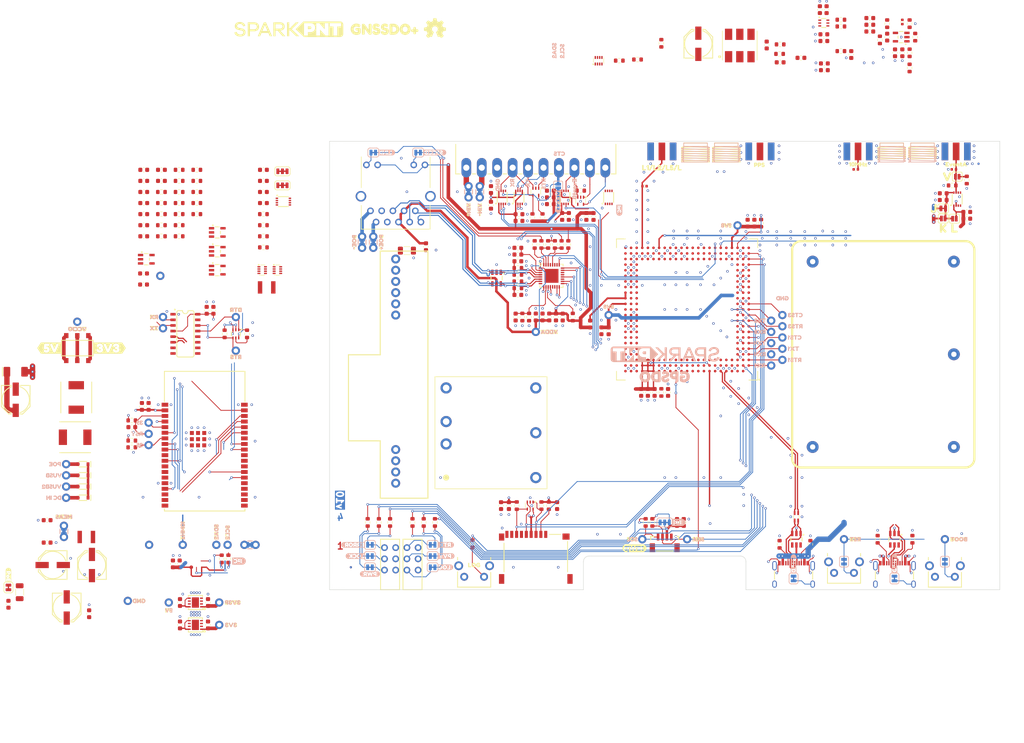
<source format=kicad_pcb>
(kicad_pcb (version 20240108) (generator "pcbnew") (generator_version "8.0")
  (layers (0 "F.Cu" signal) (1 "In1.Cu" signal) (2 "In2.Cu" signal) (31 "B.Cu" signal) (34 "B.Paste" user) (35 "F.Paste" user) (36 "B.SilkS" user "B.Silkscreen") (37 "F.SilkS" user "F.Silkscreen") (38 "B.Mask" user) (39 "F.Mask" user) (44 "Edge.Cuts" user))
  (net 0 "")
  (net 1 "GND")
  (net 2 "Net-(JP1-A)")
  (net 4 "ESP0{slash}BOOT")
  (net 6 "VBUS")
  (net 7 "ESP36{slash}MRDY")
  (net 8 "ESP14{slash}MRX1")
  (net 11 "Net-(C49-Pad1)")
  (net 13 "1.8V")
  (net 14 "3.3V")
  (net 15 "Net-(C51-Pad1)")
  (net 16 "ESP_~{RST}")
  (net 17 "Net-(JP17-B)")
  (net 18 "Net-(JP3-B)")
  (net 19 "Net-(JP7-B)")
  (net 20 "3.3V_P")
  (net 21 "SD_DATA")
  (net 22 "SD_CLK")
  (net 23 "SD_CMD")
  (net 24 "VUSB")
  (net 25 "ESP13{slash}MTX1")
  (net 26 "VANT")
  (net 27 "Net-(JP6-A)")
  (net 30 "GND-ISO")
  (net 31 "VDDA")
  (net 32 "ESP25{slash}MRX4")
  (net 34 "MRX2")
  (net 35 "MTX2")
  (net 36 "ESP22{slash}SCL")
  (net 37 "ESP21{slash}SDA")
  (net 38 "ESP4{slash}MTX4")
  (net 39 "Net-(JP1-B)")
  (net 40 "CH340-~{DTR}")
  (net 41 "CH340-~{RTS}")
  (net 44 "MOSAIC_RF_IN")
  (net 45 "Net-(C11-Pad2)")
  (net 48 "ESP3{slash}CH340-TX")
  (net 49 "ESP1{slash}CH340-RX")
  (net 50 "MOSAIC_DP")
  (net 51 "MOSAIC_DM")
  (net 52 "ESP35{slash}DeviceSense")
  (net 53 "Net-(U2-~{RESET})")
  (net 55 "ESP_DP")
  (net 56 "ESP_DM")
  (net 70 "Net-(C12-Pad1)")
  (net 71 "Net-(U4-VDDP_1.8)")
  (net 72 "Net-(U4-REXT)")
  (net 73 "10MHz")
  (net 74 "RD-")
  (net 75 "TD-")
  (net 76 "TD+")
  (net 77 "RD+")
  (net 78 "POE+")
  (net 79 "POE-")
  (net 80 "Net-(J5-YLW-)")
  (net 81 "Net-(J5-GRN-)")
  (net 82 "Net-(J6-DAT3{slash}CD)")
  (net 86 "Net-(JP2-B)")
  (net 87 "Net-(JP6-B)")
  (net 88 "Net-(JP16-B)")
  (net 89 "Net-(JP7-A)")
  (net 90 "Net-(U6-VOUT+)")
  (net 91 "VIN_DC")
  (net 92 "Net-(U2-SYNC)")
  (net 93 "Net-(R37-Pad2)")
  (net 95 "Net-(Q1B-B2)")
  (net 96 "Net-(Q1A-B1)")
  (net 98 "Net-(C52-Pad1)")
  (net 99 "VUSB2")
  (net 102 "Net-(J2-CC2)")
  (net 103 "Net-(J2-SHIELD)")
  (net 107 "Net-(J2-CC1)")
  (net 108 "Net-(J4-SHIELD)")
  (net 113 "Net-(J4-CC2)")
  (net 114 "Net-(J4-CC1)")
  (net 116 "5V")
  (net 117 "Net-(JP10-A)")
  (net 118 "Net-(JP11-A)")
  (net 119 "Net-(C55-Pad1)")
  (net 120 "10MHz_3")
  (net 121 "SPEED")
  (net 122 "LINK")
  (net 123 "Net-(U4-COL{slash}CONFIG0)")
  (net 124 "ETH_~{RST}")
  (net 125 "ETH_MDIO")
  (net 127 "ETH_CLK")
  (net 128 "ETH_TXEN")
  (net 129 "ETH_TXD1")
  (net 130 "2.8V")
  (net 131 "ETH_MDC")
  (net 132 "MRTS2")
  (net 133 "MCTS2")
  (net 134 "LED_RTK")
  (net 140 "LOG_BTN")
  (net 141 "ETH_RXDV")
  (net 143 "LED_LOG")
  (net 144 "LED_PVT")
  (net 145 "ETH_RXER")
  (net 146 "ETH_RXD1")
  (net 147 "ETH_TXD0")
  (net 148 "ETH_RXD0")
  (net 154 "Net-(U6-VIN+)")
  (net 155 "VIN_POE")
  (net 158 "VIN+")
  (net 159 "VIN-")
  (net 162 "Net-(JP12-B)")
  (net 163 "Net-(JP13-B)")
  (net 164 "DC_IN+")
  (net 165 "DC_IN-")
  (net 171 "ESP26{slash}MCTS1")
  (net 172 "ESP27{slash}MRTS1")
  (net 173 "Net-(U2-COM3_CTS)")
  (net 174 "Net-(U2-COM3_RTS)")
  (net 175 "VCCIO")
  (net 176 "MRX2_I")
  (net 177 "MTX2_O")
  (net 178 "MRTS2_O")
  (net 179 "MCTS2_I")
  (net 180 "MEventB_I")
  (net 181 "Net-(C64-Pad2)")
  (net 182 "Net-(C66-Pad1)")
  (net 183 "ESP32{slash}LED_ERROR")
  (net 184 "ESP33{slash}LED_LOCK")
  (net 185 "MPPS_1V8")
  (net 186 "MEventA_1V8")
  (net 187 "MEventB_1V8")
  (net 188 "Net-(U23--)")
  (net 189 "Net-(JP18-B)")
  (net 190 "Net-(JP19-B)")
  (net 191 "Net-(JP20-B)")
  (net 192 "Net-(JP21-B)")
  (net 193 "Net-(D15-A2)")
  (net 194 "10MHz_1")
  (net 195 "Net-(C82-Pad1)")
  (net 196 "Net-(JP14-A)")
  (net 197 "Net-(JP14-B)")
  (net 198 "Net-(JP16-A)")
  (net 199 "Net-(JP17-A)")
  (net 200 "Net-(JP18-A)")
  (net 201 "Net-(JP19-A)")
  (net 202 "Net-(JP20-A)")
  (net 203 "Net-(JP21-A)")
  (net 204 "Net-(C83-Pad1)")
  (net 205 "10MHz_2")
  (net 206 "ESP18{slash}SDA2")
  (net 207 "ESP19{slash}SCL2")
  (net 208 "Net-(C75-Pad2)")
  (net 209 "Net-(C87-Pad2)")
  (net 210 "Net-(U24--)")
  (net 211 "Net-(U17--)")
  (net 212 "Net-(U1-IA39)")
  (net 213 "MGP1_O")
  (net 214 "Net-(D2-I{slash}O2)")
  (net 215 "Net-(D2-I{slash}O1)")
  (net 216 "ESP23{slash}MRX3")
  (net 217 "ESP34{slash}MTX3")
  (net 228 "Net-(U17-+)")
  (net 229 "Net-(R52-Pad1)")
  (net 230 "Net-(J.1-A)")
  (net 231 "Net-(V.1-A)")
  (net 232 "Net-(D16-A2)")
  (net 233 "Net-(D17-A2)")
  (net 234 "Net-(I2C.1-B)")
  (net 235 "Net-(I2C.1-A)")
  (net 236 "Net-(I2C_5V.1-B)")
  (net 237 "Net-(I2C_5V.1-A)")
  (net 238 "Net-(U20-+)")
  (net 239 "Net-(U20--)")
  (net 240 "Net-(R58-Pad1)")
  (net 241 "Net-(R58-Pad2)")
  (net 242 "SDA_5V")
  (net 243 "Net-(U23-+)")
  (net 244 "SCL_5V")
  (net 245 "Net-(U19-EN)")
  (net 246 "Net-(U13-CLK)")
  (net 247 "Net-(U24-+)")
  (net 248 "Net-(R68-Pad1)")
  (net 249 "Net-(U15-CLK)")
  (net 250 "Net-(R72-Pad2)")
  (net 251 "Net-(U15-Q)")
  (net 252 "Net-(R75-Pad1)")
  (net 253 "10MHz_Mosaic")
  (net 254 "Net-(U15-D)")
  (net 255 "MGP2")
  (net 256 "MGP1")
  (net 260 "Net-(U22-VIN1)")
  (net 261 "Net-(U22-VIN2)")
  (net 264 "3.3V_A")
  (net 266 "MGP2_O")
  (footprint "SparkFun-Resistor:R_0603_1608Metric" (layer "F.Cu") (at 171.64 32.258)
    (property "Reference" "R55")
    (property "Value" "0")
  )
  (footprint "SparkFun-Capacitor:C_0402_1005Metric" (layer "F.Cu") (at 173.228 60.96 180)
    (property "Reference" "D1")
    (property "Value" "PESD0402")
  )
  (footprint "SparkFun-Capacitor:C_0603_1608Metric" (layer "F.Cu") (at 229.997 30.734 -90)
    (property "Reference" "C70")
    (property "Value" "0.1uF")
  )
  (footprint "SparkFun-Resistor:R_0603_1608Metric" (layer "F.Cu") (at 67.7646 57.2546)
    (property "Reference" "R68")
    (property "Value" "100k")
  )
  (footprint "SparkFun-Resistor:R_0603_1608Metric" (layer "F.Cu") (at 203.835 142.113 -90)
    (property "Reference" "R9")
    (property "Value" "5.1k")
  )
  (footprint "kibuzzard-66A11F9C" (layer "F.Cu") (at 52.05 97.652)
    (property "Reference" "kibuzzard-66A11F9C" (hide yes))
    (property "Value" "G***" (hide yes))
  )
  (footprint "SparkFun-Switch:Push_PTH_RA_8-020_h7.5mm" (layer "F.Cu") (at 241.3 149.479)
    (property "Reference" "SW2")
    (property "Value" "PTH_RA_h7.5mm")
  )
  (footprint "SparkFun-RF:ESP32-WROVER-E-IE" (layer "F.Cu") (at 73.55 118.29 90)
    (property "Reference" "U1")
    (property "Value" "ESP32-WROVER-IE-N16R8")
  )
  (footprint "SparkFun-Capacitor:C_0603_1608Metric" (layer "F.Cu") (at 148.59 90.602 90)
    (property "Reference" "C27")
    (property "Value" "10uF")
  )
  (footprint "SparkFun-Capacitor:C_0603_1608Metric" (layer "F.Cu") (at 144.526 85.598 180)
    (property "Reference" "C11")
    (property "Value" "0.1uF")
  )
  (footprint "SparkFun-Semiconductor-Standard:SOT23-5" (layer "F.Cu") (at 231.394 27.178 180)
    (property "Reference" "U17")
    (property "Value" "LMV7219M5")
  )
  (footprint "SparkFun-Capacitor:C_0603_1608Metric" (layer "F.Cu") (at 220.078 31.128 -90)
    (property "Reference" "C55")
    (property "Value" "0.1uF")
  )
  (footprint "SparkFun-Connector:1x01" (layer "F.Cu") (at 201.93 96.52)
    (property "Reference" "TP11")
    (property "Value" "PTH")
  )
  (footprint "SparkFun-Resistor:R_0603_1608Metric" (layer "F.Cu") (at 63.7546 72.3146)
    (property "Reference" "R67")
    (property "Value" "1k")
  )
  (footprint "SparkFun-Capacitor:C_0603_1608Metric" (layer "F.Cu") (at 60.85 110.866 90)
    (property "Reference" "C1")
    (property "Value" "10uF")
  )
  (footprint "SparkFun-Connector:1x01" (layer "F.Cu") (at 165.1 90.17)
    (property "Reference" "TP41")
    (property "Value" "PTH")
  )
  (footprint "kibuzzard-66A21351" (layer "F.Cu") (at 221.615 56.007)
    (property "Reference" "kibuzzard-66A21351" (hide yes))
    (property "Value" "G***" (hide yes))
  )
  (footprint "SparkFun-Semiconductor-Standard:VSSOP8_SOT765-1" (layer "F.Cu") (at 140.97 63.5 90)
    (property "Reference" "U9")
    (property "Value" "74LVC2T45DC")
  )
  (footprint "SparkFun-Connector:1x01" (layer "F.Cu") (at 194.31 69.85)
    (property "Reference" "TP22")
    (property "Value" "PTH")
  )
  (footprint "SparkFun-Semiconductor-Standard:VSSOP8_SOT765-1" (layer "F.Cu") (at 144.78 63.5 90)
    (property "Reference" "U8")
    (property "Value" "74LVC2T45DC")
  )
  (footprint "SparkFun-Capacitor:C_0603_1608Metric" (layer "F.Cu") (at 29.083 155.702 90)
    (property "Reference" "C38")
    (property "Value" "10uF")
  )
  (footprint "SparkFun-Capacitor:C_0603_1608Metric" (layer "F.Cu") (at 57.04 115.565 180)
    (property "Reference" "C8")
    (property "Value" "1.0uF")
  )
  (footprint "SparkFun-Resistor:R_0603_1608Metric" (layer "F.Cu") (at 134.239 141.986 -90)
    (property "Reference" "R37")
    (property "Value" "1k")
  )
  (footprint "SparkFun-Capacitor:C_0603_1608Metric" (layer "F.Cu") (at 153.162 90.602 -90)
    (property "Reference" "C23")
    (property "Value" "0.1uF")
  )
  (footprint "SparkFun-Resistor:R_0603_1608Metric" (layer "F.Cu") (at 233.299 24.13 -90)
    (property "Reference" "R57")
    (property "Value" "1k")
  )
  (footprint "SparkFun-Resistor:R_0603_1608Metric" (layer "F.Cu") (at 86.8646 74.8246)
    (property "Reference" "R65")
    (property "Value" "0")
  )
  (footprint "SparkFun-Jumper:Jumper_2_NC_Trace" (layer "F.Cu") (at 29.083 151.892 -90)
    (property "Reference" "JP7")
    (property "Value" "~")
  )
  (footprint "SparkFun-Connector:1x01" (layer "F.Cu") (at 60.96 142.24)
    (property "Reference" "TP21")
    (property "Value" "PTH")
  )
  (footprint "SparkFun-Fuse:1210" (layer "F.Cu") (at 87.6 83.9)
    (property "Reference" "F2")
    (property "Value" "6V/2.0A/4.0A")
  )
  (footprint "SparkFun-Aesthetic:Fiducial_0.5mm_Mask1mm" (layer "F.Cu") (at 106.68 147.32)
    (property "Reference" "FID3")
    (property "Value" "Fiducial_0.5mm")
  )
  (footprint "SparkFun-Resistor:R_0603_1608Metric" (layer "F.Cu") (at 83.1535 94.425 90)
    (property "Reference" "R2")
    (property "Value" "10k")
  )
  (footprint "SparkFun-Semiconductor-Standard:QFN-32" (layer "F.Cu") (at 152.146 81.28)
    (property "Reference" "U4")
    (property "Value" "KSZ8041NL/I")
  )
  (footprint "SparkFun-Capacitor:C_0402_1005Metric" (layer "F.Cu") (at 221.107 57.15)
    (property "Reference" "D17")
    (property "Value" "PESD0402")
  )
  (footprint "SparkFun-Resistor:R_0603_1608Metric" (layer "F.Cu") (at 242.951 60.796 180)
    (property "Reference" "R43")
    (property "Value" "100k")
  )
  (footprint "SparkFun-Capacitor:C_0603_1608Metric" (layer "F.Cu") (at 63.7546 59.7646)
    (property "Reference" "C88")
    (property "Value" "1.0nF")
  )
  (footprint "SparkFun-Capacitor:C_0603_1608Metric" (layer "F.Cu") (at 180.594 137.16 90)
    (property "Reference" "C54")
    (property "Value" "2.2uF")
  )
  (footprint "kibuzzard-66A121D2" (layer "F.Cu") (at 80.6135 99.663)
    (property "Reference" "kibuzzard-66A121D2" (hide yes))
    (property "Value" "G***" (hide yes))
  )
  (footprint "SparkFun-Resistor:R_0603_1608Metric" (layer "F.Cu") (at 71.7746 57.2546)
    (property "Reference" "R75")
    (property "Value" "100k")
  )
  (footprint "SparkFun-Capacitor:C_0603_1608Metric" (layer "F.Cu") (at 59.7446 59.7646)
    (property "Reference" "C81")
    (property "Value" "0.1uF")
  )
  (footprint "SparkFun-Capacitor:C_0603_1608Metric" (layer "F.Cu") (at 156.083 67.818 -90)
    (property "Reference" "C44")
    (property "Value" "0.1uF")
  )
  (footprint "SparkFun-Capacitor:C_0603_1608Metric" (layer "F.Cu") (at 240.919 64.098 180)
    (property "Reference" "C61")
    (property "Value" "2.2uF")
  )
  (footprint "kibuzzard-66A11EB6" (layer "F.Cu") (at 68.58 138.938 -90)
    (property "Reference" "kibuzzard-66A11EB6" (hide yes))
    (property "Value" "G***" (hide yes))
  )
  (footprint "SparkFun-Capacitor:C_0603_1608Metric" (layer "F.Cu") (at 140.716 133.35 -90)
    (property "Reference" "C28")
    (property "Value" "0.1uF")
  )
  (footprint "SparkFun-Capacitor:Panasonic_D" (layer "F.Cu") (at 185.42 28.689 90)
    (property "Reference" "C65")
    (property "Value" "100uF")
  )
  (footprint "SparkFun-Connector:1x01" (layer "F.Cu") (at 204.47 92.71)
    (property "Reference" "TP18")
    (property "Value" "PTH")
  )
  (footprint "SparkFun-Resistor:R_0603_1608Metric" (layer "F.Cu") (at 217.728 24.765 180)
    (property "Reference" "R49")
    (property "Value" "0")
  )
  (footprint "SparkFun-Resistor:R_0603_1608Metric" (layer "F.Cu") (at 144.272 133.35 90)
    (property "Reference" "R29")
    (property "Value" "10k")
  )
  (footprint "SparkFun-Resistor:R_0603_1608Metric" (layer "F.Cu") (at 63.7546 69.8046)
    (property "Reference" "R66")
    (property "Value" "1k")
  )
  (footprint "SparkFun-Capacitor:C_0603_1608Metric" (layer "F.Cu") (at 160.0454 67.818 -90)
    (property "Reference" "C56")
    (property "Value" "2.2uF")
  )
  (footprint "SparkFun-Capacitor:C_0603_1608Metric" (layer "F.Cu") (at 196.596 69.342 90)
    (property "Reference" "C18")
    (property "Value" "2.2uF")
  )
  (footprint "SparkFun-Resistor:R_0603_1608Metric" (layer "F.Cu") (at 167.513 32.512)
    (property "Reference" "R54")
    (property "Value" "0")
  )
  (footprint "SparkFun-Semiconductor-Standard:SOT23-6" (layer "F.Cu") (at 139.7 81.788 -90)
    (property "Reference" "D6")
    (property "Value" "DT1042-04SO")
  )
  (footprint "kibuzzard-66A21255" (layer "F.Cu") (at 29.083 149.098 -90)
    (property "Reference" "kibuzzard-66A21255" (hide yes))
    (property "Value" "G***" (hide yes))
  )
  (footprint "SparkFun-Resistor:R_0603_1608Metric" (layer "F.Cu") (at 145.542 90.615 -90)
    (property "Reference" "R25")
    (property "Value" "13k")
  )
  (footprint "SparkFun-Semiconductor-Standard:VSSOP8_SOT765-1" (layer "F.Cu") (at 244.082 63.893 90)
    (property "Reference" "U10")
    (property "Value" "74LVC2T45DC")
  )
  (footprint "SparkFun-Capacitor:C_0603_1608Metric" (layer "F.Cu") (at 59.7 80.74)
    (property "Reference" "C89")
    (property "Value" "1.0uF")
  )
  (footprint "SparkFun-Connector:1x01" (layer "F.Cu") (at 42.157 131.572)
    (property "Reference" "TP2")
    (property "Value" "PTH")
  )
  (footprint "SparkFun-GPS:MOSAIC_LGA" (layer "F.Cu") (at 182.88 88.9)
    (property "Reference" "U2")
    (property "Value" "mosaic-T")
  )
  (footprint "SparkFun-Hardware:Standoff" (layer "F.Cu") (at 251.46 149.86)
    (property "Reference" "ST3")
    (property "Value" "Standoff")
  )
  (footprint "SparkFun-Resistor:R_0603_1608Metric" (layer "F.Cu") (at 78.9295 145.415 90)
    (property "Reference" "R32")
    (property "Value" "2.2k")
  )
  (footprint "SparkFun-Capacitor:C_0603_1608Metric" (layer "F.Cu") (at 59.7 83.25)
    (property "Reference" "C90")
    (property "Value" "1.0uF")
  )
  (footprint "SparkFun-Capacitor:Panasonic_D" (layer "F.Cu") (at 48.006 146.812 90)
    (property "Reference" "C6")
    (property "Value" "100uF")
  )
  (footprint "SparkFun-Capacitor:C_0603_1608Metric" (layer "F.Cu") (at 59.326 110.866 90)
    (property "Reference" "C2")
    (property "Value" "0.1uF")
  )
  (footprint "SparkFun-Resistor:R_0603_1608Metric" (layer "F.Cu") (at 125.73 137.16 90)
    (property "Reference" "R42")
    (property "Value" "470")
  )
  (footprint "SparkFun-Resistor:R_0603_1608Metric" (layer "F.Cu") (at 203.962 28.829 180)
    (property "Reference" "R45")
    (property "Value" "1k")
  )
  (footprint "SparkFun-Resistor:R_0603_1608Metric" (layer "F.Cu") (at 234.569 27.178 90)
    (property "Reference" "R52")
    (property "Value" "100k")
  )
  (footprint "SparkFun-Resistor:R_0603_1608Metric" (layer "F.Cu") (at 67.7646 62.2746)
    (property "Reference" "R70")
    (property "Value" "0")
  )
  (footprint "SparkFun-Capacitor:C_0603_1608Metric" (layer "F.Cu") (at 161.671 67.831 -90)
    (property "Reference" "C57")
    (property "Value" "0.1uF")
  )
  (footprint "SparkFun-Resistor:R_0603_1608Metric" (layer "F.Cu") (at 203.835 30.988 180)
    (property "Reference" "R48")
    (property "Value" "0")
  )
  (footprint "SparkFun-Coil:Inductor_7.3x6.6mm" (layer "F.Cu") (at 44.196 117.856)
    (property "Reference" "L3")
    (property "Value" "6.8uH")
  )
  (footprint "SparkFun-Resistor:R_0603_1608Metric" (layer "F.Cu") (at 71.7746 64.7846)
    (property "Reference" "R78")
    (property "Value" "1k")
  )
  (footprint "SparkFun-Capacitor:C_0603_1608Metric" (layer "F.Cu") (at 142.494 133.35 -90)
    (property "Reference" "C30")
    (property "Value" "10uF")
  )
  (footprint "SparkFun-Capacitor:C_0603_1608Metric" (layer "F.Cu") (at 59.7446 62.2746)
    (property "Reference" "C82")
    (property "Value" "1.0nF")
  )
  (footprint "SparkFun-Connector:1x01" (layer "F.Cu") (at 172.72 140.97)
    (property "Reference" "TP25")
    (property "Value" "PTH")
  )
  (footprint "SparkFun-Fuse:1210" (layer "F.Cu") (at 46.736 140.462 180)
    (property "Reference" "F1")
    (property "Value" "6V/2.0A/4.0A")
  )
  (footprint "kibuzzard-65776CDC" (layer "F.Cu") (at 177.165 56.769)
    (property "Reference" "kibuzzard-65776CDC" (hide yes))
    (property "Value" "G***" (hide yes))
  )
  (footprint "SparkFun-Capacitor:C_0603_1608Metric" (layer "F.Cu") (at 173.99 107.696 -90)
    (property "Reference" "C17")
    (property "Value" "0.1uF")
  )
  (footprint "SparkFun-Capacitor:C_0603_1608Metric" (layer "F.Cu") (at 151.892 61.976 180)
    (property "Reference" "C45")
    (property "Value" "2.2uF")
  )
  (footprint "SparkFun-Capacitor:C_0603_1608Metric" (layer "F.Cu") (at 151.638 90.602 90)
    (property "Reference" "L2")
    (property "Value" "470Ohm")
  )
  (footprint "SparkFun-Aesthetic:OSHW_Logo_5mm" (layer "F.Cu") (at 125.73 25.4)
    (property "Reference" "Ref**" (hide yes))
    (property "Value" "Val**" (hide yes))
  )
  (footprint "kibuzzard-66A12315" (layer "F.Cu") (at 135.89 66.294 -90)
    (property "Reference" "kibuzzard-66A12315" (hide yes))
    (property "Value" "G***" (hide yes))
  )
  (footprint "kibuzzard-66A11EE6" (layer "F.Cu") (at 78.74 139.446 -90)
    (property "Reference" "kibuzzard-66A11EE6" (hide yes))
    (property "Value" "G***" (hide yes))
  )
  (footprint "SparkFun-Resistor:R_0603_1608Metric" (layer "F.Cu") (at 151.5425 133.35 90)
    (property "Reference" "R27")
    (property "Value" "10k")
  )
  (footprint "SparkFun-Resistor:R_0603_1608Metric" (layer "F.Cu") (at 67.7646 69.8046)
    (property "Reference" "R73")
    (property "Value" "0")
  )
  (footprint "kibuzzard-66A11FEE" (layer "F.Cu") (at 41.656 135.89)
    (property "Reference" "kibuzzard-66A11FEE" (hide yes))
    (property "Value" "G***" (hide yes))
  )
  (footprint "SparkFun-Connector:1x01" (layer "F.Cu") (at 42.157 129.032)
    (property "Reference" "TP9")
    (property "Value" "PTH")
  )
  (footprint "SparkFun-Capacitor:C_0603_1608Metric" (layer "F.Cu") (at 59.7446 72.3146)
    (property "Reference" "C86")
    (property "Value" "0.1uF")
  )
  (footprint "SparkFun-Connector:1x01" (layer "F.Cu") (at 56.134 154.94)
    (property "Reference" "TP6")
    (property "Value" "PTH")
  )
  (footprint "SparkFun-Connector:SMA_Edge" (layer "F.Cu") (at 177.165 53.086)
    (property "Reference" "J1")
    (property "Value" "SMA_Edge")
  )
  (footprint "SparkFun-Capacitor:C_0603_1608Metric" (layer "F.Cu") (at 66.3565 146.558 90)
    (property "Reference" "C47")
    (property "Value" "10uF")
  )
  (footprint "SparkFun-Capacitor:Panasonic_D" (layer "F.Cu") (at 30.734 109.36 -90)
    (property "Reference" "C35")
    (property "Value" "47uF")
  )
  (footprint "SparkFun-Semiconductor-Standard:SOT23-5" (layer "F.Cu") (at 76.4046 75.7162)
    (property "Reference" "U23")
    (property "Value" "LMV7219M5")
  )
  (footprint "SparkFun-Resistor:R_0603_1608Metric" (layer "F.Cu") (at 233.934 140.97 -90)
    (property "Reference" "R14")
    (property "Value" "5.1k")
  )
  (footprint "SparkFun-Capacitor:C_0603_1608Metric" (layer "F.Cu") (at 200.914 28.969 90)
    (property "Reference" "C67")
    (property "Value" "1.0nF")
  )
  (footprint "SparkFun-Connector:SMA_Edge" (layer "F.Cu") (at 243.84 53.086)
    (property "Reference" "J3")
    (property "Value" "SMA_Edge")
  )
  (footprint "SparkFun-Capacitor:C_0603_1608Metric" (layer "F.Cu") (at 63.7546 57.2546)
    (property "Reference" "C87")
    (property "Value" "1.0nF")
  )
  (footprint "SparkFun-Jumper:Jumper_2_NC_Trace" (layer "F.Cu") (at 240.919 66.003 180)
    (property "Reference" "J.1")
    (property "Value" "~")
  )
  (footprint "SparkFun-Capacitor:C_0603_1608Metric" (layer "F.Cu") (at 144.526 74.93 180)
    (property "Reference" "C13")
    (property "Value" "2.2uF")
  )
  (footprint "SparkFun-Capacitor:C_0603_1608Metric" (layer "F.Cu") (at 144.78 67.31)
    (property "Reference" "C39")
    (property "Value" "2.2uF")
  )
  (footprint "SparkFun-Connector:1x01" (layer "F.Cu") (at 42.157 123.952)
    (property "Reference" "TP3")
    (property "Value" "PTH")
  )
  (footprint "SparkFun-Capacitor:C_0603_1608Metric" (layer "F.Cu") (at 240.919 62.574 180)
    (property "Reference" "C63")
    (property "Value" "0.1uF")
  )
  (footprint "kibuzzard-66A12273" (layer "F.Cu") (at 244.475 140.97)
    (property "Reference" "kibuzzard-66A12273" (hide yes))
    (property "Value" "G***" (hide yes))
  )
  (footprint "SparkFun-Resistor:R_0603_1608Metric" (layer "F.Cu") (at 177.038 28.575 -90)
    (property "Reference" "R53")
    (property "Value" "1k")
  )
  (footprint "SparkFun-Resistor:R_1206_3216Metric" (layer "F.Cu") (at 31.623 152.9695 90)
    (property "Reference" "R36")
    (property "Value" "49.9")
  )
  (footprint "SparkFun-Connector:1x01" (layer "F.Cu") (at 76.848 160.388 180)
    (property "Reference" "TP5")
    (property "Value" "PTH")
  )
  (footprint "SparkFun-Capacitor:C_0603_1608Metric" (layer "F.Cu") (at 144.526 77.978)
    (property "Reference" "C12")
    (property "Value" "0.1uF")
  )
  (footprint "SparkFun-Connector:1x01" (layer "F.Cu") (at 204.47 100.33)
    (property "Reference" "TP14")
    (property "Value" "PTH")
  )
  (footprint "SparkFun-Resistor:R_0603_1608Metric" (layer "F.Cu") (at 144.526 82.55)
    (property "Reference" "R20")
    (property "Value" "49.9")
  )
  (footprint "kibuzzard-67162BE4" (layer "F.Cu") (at 243.459 70.485)
    (property "Reference" "kibuzzard-67162BE4" (hide yes))
    (property "Value" "G***" (hide yes))
  )
  (footprint "kibuzzard-66A21341" (layer "F.Cu") (at 199.263 56.134)
    (property "Reference" "kibuzzard-66A21341" (hide yes))
    (property "Value" "G***" (hide yes))
  )
  (footprint "SparkFun-Aesthetic:SparkPNT_Logo_25mm" (layer "F.Cu") (at 92.71 25.4)
    (property "Reference" "G***" (hide yes))
    (property "Value" "LOGO" (hide yes))
  )
  (footprint "kibuzzard-66A36B1F" (layer "F.Cu") (at 134.62 146.812)
    (property "Reference" "kibuzzard-66A36B1F" (hide yes))
    (property "Value" "G***" (hide yes))
  )
  (footprint "SparkFun-Clock:OCXO_PTH_51.3x41.3x14.2mm" (layer "F.Cu") (at 227.33 99.06 -90)
    (property "Reference" "U13")
    (property "Value" "STP3593LF")
  )
  (footprint "SparkFun-Connector:Screw_Cage_3.5mm-10" (layer "F.Cu") (at 148.59 53.975 180)
    (property "Reference" "J9")
    (property "Value" "Screw_Cage_3.5mm-10")
  )
  (footprint "SparkFun-Capacitor:C_0603_1608Metric" (layer "F.Cu") (at 231.648 30.734 -90)
    (property "Reference" "C71")
    (property "Value" "2.2uF")
  )
  (footprint "SparkFun-Semiconductor-Standard:SOT-323" (layer "F.Cu") (at 80.6135 94.425 -90)
    (property "Reference" "Q1")
    (property "Value" "MBT3904DW1")
  )
  (footprint "SparkFun-Connector:1x01" (layer "F.Cu") (at 182.88 140.97)
    (property "Reference" "TP26")
    (property "Value" "PTH")
  )
  (footprint "SparkFun-Resistor:R_0603_1608Metric" (layer "F.Cu") (at 63.7546 67.2946)
    (property "Reference" "R64")
    (property "Value" "1k")
  )
  (footprint "SparkFun-Capacitor:Panasonic_D" (layer "F.Cu") (at 39.116 146.812 180)
    (property "Reference" "C32")
    (property "Value" "100uF")
  )
  (footprint "SparkFun-Jumper:Jumper_2_NO" (layer "F.Cu") (at 240.919 68.289 180)
    (property "Reference" "K.1")
    (property "Value" "~")
  )
  (footprint "SparkFun-Resistor:R_0603_1608Metric" (layer "F.Cu") (at 210.82 142.113 -90)
    (property "Reference" "R10")
    (property "Value" "5.1k")
  )
  (footprint "SparkFun-Resistor:R_0603_1608Metric" (layer "F.Cu") (at 246.253 59.563 90)
    (property "Reference" "R47")
    (property "Value" "49.9")
  )
  (footprint "SparkFun-Hardware:Standoff" (layer "F.Cu") (at 104.14 149.86)
    (property "Reference" "ST4")
    (property "Value" "Standoff")
  )
  (footprint "SparkFun-Capacitor:C_0603_1608Metric" (layer "F.Cu") (at 74.308 160.388 90)
    (property "Reference" "C22")
    (property "Value" "1.0uF")
  )
  (footprint "SparkFun-Semiconductor-Standard:SOT-323" (layer "F.Cu") (at 213.855 23.991)
    (property "Reference" "U15")
    (property "Value" "SN74LVC1G175DCK")
  )
  (footprint "SparkFun-Capacitor:C_0603_1608Metric" (layer "F.Cu") (at 163.449 93.726 -90)
    (property "Reference" "C73")
    (property "Value" "2.2uF")
  )
  (footprint "SparkFun-Capacitor:C_0603_1608Metric" (layer "F.Cu") (at 224.282 24.384 180)
    (property "Reference" "C72")
    (property "Value" "2.2uF")
  )
  (footprint "SparkFun-Resistor:R_0603_1608Metric" (layer "F.Cu") (at 57.04 118.613)
    (property "Reference" "R7")
    (property "Value" "1k")
  )
  (footprint "kibuzzard-6717B47E" (layer "F.Cu") (at 241.808 58.801)
    (property "Reference" "kibuzzard-6717B47E" (hide yes))
    (property "Value" "G***" (hide yes))
  )
  (footprint "SparkFun-Resistor:R_0603_1608Metric" (layer "F.Cu") (at 86.8646 69.8046)
    (property "Reference" "R62")
    (property "Value" "2.2k")
  )
  (footprint "SparkFun-Semiconductor-Nonstandard:REC15E" (layer "F.Cu") (at 138.43 116.84)
    (property "Reference" "U6")
    (property "Value" "REC15E-2405SZ")
  )
  (footprint "SparkFun-Capacitor:C_0603_1608Metric" (layer "F.Cu") (at 144.526 76.454 180)
    (property "Reference" "C14")
    (property "Value" "0.1uF")
  )
  (footprint "SparkFun-Semiconductor-Standard:UDFN-8" (layer "F.Cu") (at 71.4505 160.388 180)
    (property "Reference" "U11")
    (property "Value" "AP7361C-3.3V")
  )
  (footprint "SparkFun-Aesthetic:Fiducial_0.5mm_Mask1mm" (layer "F.Cu") (at 248.92 55.88)
    (property "Reference" "FID4")
    (property "Value" "Fiducial_0.5mm")
  )
  (footprint "SparkFun-Capacitor:C_0603_1608Metric" (layer "F.Cu") (at 228.219 27.178 90)
    (property "Reference" "C76")
    (property "Value" "1.0nF")
  )
  (footprint "SparkFun-Capacitor:C_0603_1608Metric" (layer "F.Cu") (at 150.114 90.602 90)
    (property "Reference" "C26")
    (property "Value" "0.1uF")
  )
  (footprint "SparkFun-Capacitor:C_0603_1608Metric" (layer "F.Cu") (at 67.958 155.308 90)
    (property "Reference" "C7")
    (property "Value" "1.0uF")
  )
  (footprint "SparkFun-Connector:1x01" (layer "F.Cu") (at 204.47 97.79)
    (property "Reference" "TP13")
    (property "Value" "PTH")
  )
  (footprint "SparkFun-Connector:1x01" (layer "F.Cu") (at 60.85 117.089)
    (property "Reference" "TP1")
    (property "Value" "PTH")
  )
  (footprint "kibuzzard-66A11FB3" (layer "F.Cu") (at 38.334 97.652)
    (property "Reference" "kibuzzard-66A11FB3" (hide yes))
    (property "Value" "G***" (hide yes))
  )
  (footprint "SparkFun-Resistor:R_0603_1608Metric" (layer "F.Cu") (at 144.526 84.074)
    (property "Reference" "R19")
    (property "Value" "49.9")
  )
  (footprint "SparkFun-Connector:SMA_Edge" (layer "F.Cu") (at 199.39 53.086)
    (property "Reference" "J10")
    (property "Value" "SMA_Edge")
  )
  (footprint "SparkFun-Hardware:Standoff" (layer "F.Cu") (at 251.46 53.34)
    (property "Reference" "ST1")
    (property "Value" "Standoff")
  )
  (footprint "SparkFun-Connector:1x01" (layer "F.Cu") (at 218.44 140.97)
    (property "Reference" "TP37")
    (property "Value" "PTH")
  )
  (footprint "SparkFun-Capacitor:C_0603_1608Metric" (layer "F.Cu") (at 154.559 67.818 -90)
    (property "Reference" "C43")
    (property "Value" "2.2uF")
  )
  (footprint "SparkFun-Resistor:R_0603_1608Metric" (layer "F.Cu") (at 120.65 137.16 90)
    (property "Reference" "R39")
    (property "Value" "470")
  )
  (footprint "kibuzzard-671267CF" (layer "F.Cu") (at 165.1 88.265)
    (property "Reference" "kibuzzard-671267CF" (hide yes))
    (property "Value" "G***" (hide yes))
  )
  (footprint "SparkFun-Resistor:R_0603_1608Metric" (layer "F.Cu") (at 115.57 137.16 90)
    (property "Reference" "R12")
    (property "Value" "470")
  )
  (footprint "SparkFun-Capacitor:C_0603_1608Metric" (layer "F.Cu") (at 208.674 31.877 180)
    (property "Reference" "C64")
    (property "Value" "1.0nF")
  )
  (footprint "SparkFun-Capacitor:C_0603_1608Metric" (layer "F.Cu") (at 75.5335 89.091 90)
    (property "Reference" "C4")
    (property "Value" "2.2uF")
  )
  (footprint "SparkFun-Resistor:R_0603_1608Metric" (layer "F.Cu") (at 150.114 68.072 90)
    (property "Reference" "R16")
    (property "Value" "100k")
  )
  (footprint "SparkFun-Resistor:R_0603_1608Metric" (layer "F.Cu") (at 113.03 137.16 90)
    (property "Reference" "R13")
    (property "Value" "470")
  )
  (footprint "SparkFun-Resistor:R_0603_1608Metric" (layer "F.Cu") (at 148.336 74.168 90)
    (property "Reference" "R24")
    (property "Value" "10k")
  )
  (footprint "SparkFun-Capacitor:C_0603_1608Metric" (layer "F.Cu") (at 165.1 93.739 -90)
    (property "Reference" "C74")
    (property "Value" "0.1uF")
  )
  (footprint "SparkFun-Capacitor:C_0603_1608Metric" (layer "F.Cu") (at 151.892 65.024 180)
    (property "Reference" "C53")
    (property "Value" "10uF")
  )
  (footprint "SparkFun-Semiconductor-Standard:SOT23-6" (layer "F.Cu") (at 207.645 140.97 -90)
    (property "Reference" "D2")
    (property "Value" "DT1042-04SO")
  )
  (footprint "SparkFun-Resistor:R_0603_1608Metric" (layer "F.Cu") (at 226.568 27.813 90)
    (property "Reference" "R50")
    (property "Value" "49.9")
  )
  (footprint "SparkFun-Jumper:Jumper_3_NC-2_Trace" (layer "F.Cu") (at 91.173 57.5918)
    (property "Reference" "I2C.1")
    (property "Value" "~")
  )
  (footprint "SparkFun-LED:CBI_LED_Triple_3mm_PTH" (layer "F.Cu") (at 120.65 152.4)
    (property "Reference" "D12")
    (property "Value" "CBI_LED_3mm_YGR")
  )
  (footprint "SparkFun-Resistor:R_0603_1608Metric" (layer "F.Cu") (at 57.023 120.142 180)
    (property "Reference" "R8")
    (property "Value" "2.2k")
  )
  (footprint "kibuzzard-66A122D2" (layer "F.Cu") (at 133.35 66.294 -90)
    (property "Reference" "kibuzzard-66A122D2" (hide yes))
    (property "Value" "G***" (hide yes))
  )
  (footprint "kibuzzard-67162BCC" (layer "F.Cu") (at 240.919 70.485)
    (property "Reference" "kibuzzard-67162BCC" (hide yes))
    (property "Value" "G***" (hide yes))
  )
  (footprint "SparkFun-Resistor:R_0603_1608Metric" (layer "F.Cu") (at 152.908 74.168 -90)
    (property "Reference" "R34")
    (property "Value" "4.7k")
  )
  (footprint "SparkFun-Connector:1x01" (layer "F.Cu") (at 60.85 114.549)
    (property "Reference" "TP43")
    (property "Value" "PTH")
  )
  (footprint "SparkFun-Resistor:R_0603_1608Metric" (layer "F.Cu") (at 78.0735 94.425 -90)
    (property "Reference" "R3")
    (property "Value" "10k")
  )
  (footprint "SparkFun-Connector:microSD_External_Pin" (layer "F.Cu") (at 148.59 150.368)
    (property "Reference" "J6")
    (property "Value" "microSD")
  )
  (footprint "SparkFun-Capacitor:C_0603_1608Metric" (layer "F.Cu") (at 246.253 66.802)
    (property "Reference" "C62")
    (property "Value" "0.1uF")
  )
  (footprint "SparkFun-Capacitor:C_0603_1608Metric" (layer "F.Cu") (at 86.8646 59.7646)
    (property "Reference" "C77")
    (property "Value" "1.0uF")
  )
  (footprint "SparkFun-Capacitor:C_0603_1608Metric" (layer "F.Cu") (at 67.8805 146.558 90)
    (property "Reference" "C48")
    (property "Value" "0.1uF")
  )
  (footprint "kibuzzard-66A121BE" (layer "F.Cu") (at 220.98 140.97)
    (property "Reference" "kibuzzard-66A121BE" (hide yes))
    (property "Value" "G***" (hide yes))
  )
  (footprint "SparkFun-Connector:1x01" (layer "F.Cu") (at 76.848 155.308)
    (property "Reference" "TP7")
    (property "Value" "PTH")
  )
  (footprint "SparkFun-Connector:1x01" (layer "F.Cu") (at 60.85 119.629)
    (property "Reference" "TP24")
    (property "Value" "PTH")
  )
  (footprint "SparkFun-Switch:Slide_DPDT_SMD_7.2x3.5mm" (layer "F.Cu") (at 44.684 97.652 90)
    (property "Reference" "SW4")
    (property "Value" "DPDT_Slide_SMD_7.2x3.5mm")
  )
  (footprint "SparkFun-Connector:1x01" (layer "F.Cu") (at 68.58 142.24)
    (property "Reference" "TP33")
    (property "Value" "PTH")
  )
  (footprint "SparkFun-Capacitor:C_0603_1608Metric" (layer "F.Cu") (at 175.514 107.696 -90)
    (property "Reference" "C29")
    (property "Value" "22uF")
  )
  (footprint "SparkFun-Capacitor:C_0603_1608Metric" (layer "F.Cu") (at 160.909 92.202 90)
    (property "Reference" "L1")
    (property "Value" "470Ohm")
  )
  (footprint "kibuzzard-65A7F440" (layer "F.Cu") (at 58.674 154.94)
    (property "Reference" "kibuzzard-65A7F440" (hide yes))
    (property "Value" "G***" (hide yes))
  )
  (footprint "SparkFun-Hardware:Standoff" (layer "F.Cu") (at 104.14 53.34)
    (property "Reference" "ST2")
    (property "Value" "Standoff")
  )
  (footprint "SparkFun-Capacitor:C_0603_1608Metric" (layer "F.Cu") (at 212.966 20.955 90)
    (property "Reference" "C49")
    (property "Value" "1.0nF")
  )
  (footprint "SparkFun-Connector:1x01" (layer "F.Cu") (at 78.74 142.24)
    (property "Reference" "TP27")
    (property "Value" "PTH")
  )
  (footprint "SparkFun-Resistor:R_0603_1608Metric" (layer "F.Cu") (at 199.644 69.342 -90)
    (property "Reference" "R5")
    (property "Value" "10k")
  )
  (footprint "kibuzzard-66A11F21" (layer "F.Cu") (at 65.418 157.086)
    (property "Reference" "kibuzzard-66A11F21" (hide yes))
    (property "Value" "G***" (hide yes))
  )
  (footprint "SparkFun-Resistor:R_0603_1608Metric" (layer "F.Cu") (at 217.728 30.353 180)
    (property "Reference" "R30")
    (property "Value" "0")
  )
  (footprint "SparkFun-Capacitor:C_0603_1608Metric" (layer "F.Cu") (at 203.962 32.893 180)
    (property "Reference" "C66")
    (property "Value" "1.0nF")
  )
  (footprint "SparkFun-Connector:USB-C_16" (layer "F.Cu") (at 229.87 146.05)
    (property "Reference" "J4")
    (property "Value" "USB_C_Receptacle")
  )
  (footprint "SparkFun-Capacitor:C_0603_1608Metric" (layer "F.Cu") (at 198.12 69.342 90)
    (property "Reference" "C19")
    (property "Value" "0.1uF")
  )
  (footprint "kibuzzard-66A12248" (layer "F.Cu") (at 62.0715 93.155)
    (property "Reference" "kibuzzard-66A12248" (hide yes))
    (property "Value" "G***" (hide yes))
  )
  (footprint "SparkFun-Resistor:R_0603_1608Metric" (layer "F.Cu") (at 63.7546 64.7846)
    (property "Reference" "R61")
    (property "Value" "1k")
  )
  (footprint "SparkFun-Semiconductor-Standard:SOT23-5" (layer "F.Cu") (at 76.4046 79.9926)
    (property "Reference" "U24")
    (property "Value" "LMV7219M5")
  )
  (footprint "SparkFun-Capacitor:C_0603_1608Metric" (layer "F.Cu") (at 178.562 107.696 -90)
    (property "Reference" "C3")
    (property "Value" "0.1uF")
  )
  (footprint "kibuzzard-66A122A4" (layer "F.Cu") (at 151.638 93.98)
    (property "Reference" "kibuzzard-66A122A4" (hide yes))
    (property "Value" "G***" (hide yes))
  )
  (footprint "SparkFun-Connector:USB-C_16" (layer "F.Cu") (at 207.01 146.05)
    (property "Reference" "J2")
    (property "Value" "USB_C_Receptacle")
  )
  (footprint "SparkFun-Resistor:R_0603_1608Metric" (layer "F.Cu") (at 63.7546 62.2746)
    (property "Reference" "R51")
    (property "Value" "49.9")
  )
  (footprint "SparkFun-Capacitor:C_0603_1608Metric" (layer "F.Cu") (at 213.982 34.671 180)
    (property "Reference" "C68")
    (property "Value" "0.1uF")
  )
  (footprint "SparkFun-Resistor:R_0603_1608Metric" (layer "F.Cu") (at 67.7646 67.2946)
    (property "Reference" "R72")
    (property "Value" "0")
  )
  (footprint "SparkFun-Resistor:R_0603_1608Metric" (layer "F.Cu") (at 71.7746 62.2746)
    (property "Reference" "R77")
    (property "Value" "1k")
  )
  (footprint "SparkFun-Semiconductor-Standard:SO-16" (layer "F.Cu") (at 69.1835 94.425)
    (property "Reference" "U3")
    (property "Value" "CH340C")
  )
  (footprint "SparkFun-Resistor:R_0603_1608Metric" (layer "F.Cu") (at 175.006 137.16 90)
    (property "Reference" "R4")
    (property "Value" "2.2k")
  )
  (footprint "SparkFun-Capacitor:C_0603_1608Metric" (layer "F.Cu") (at 59.7446 67.2946)
    (property "Reference" "C84")
    (property "Value" "2.2uF")
  )
  (footprint "SparkFun-Connector:1x01" (layer "F.Cu") (at 204.47 95.25)
    (property "Reference" "TP15")
    (property "Value" "PTH")
  )
  (footprint "kibuzzard-66A11F39" (layer "F.Cu") (at 44.684 93.334)
    (property "Reference" "kibuzzard-66A11F39" (hide yes))
    (property "Value" "G***" (hide yes))
  )
  (footprint "SparkFun-Capacitor:C_0603_1608Metric" (layer "F.Cu") (at 123.698 74.676 -90)
    (property "Reference" "C10")
    (property "Value" "0.1uF")
  )
  (footprint "SparkFun-Resistor:R_0603_1608Metric" (layer "F.Cu") (at 144.526 81.026 180)
    (property "Reference" "R22")
    (property "Value" "49.9")
  )
  (footprint "SparkFun-Capacitor:C_0603_1608Metric" (layer "F.Cu") (at 86.8646 64.7846)
    (property "Reference" "C79")
    (property "Value" "0.1uF")
  )
  (footprint "SparkFun-Connector:SMA_Edge" (layer "F.Cu") (at 221.615 53.086)
    (property "Reference" "J8")
    (property "Value" "SMA_Edge")
  )
  (footprint "SparkFun-Connector:1x01" (layer "F.Cu") (at 64.1035 93.155 90)
    (property "Reference" "TP35")
    (property "Value" "PTH")
  )
  (footprint "SparkFun-Resistor:R_0603_1608Metric" (layer "F.Cu") (at 151.384 74.168 -90)
    (property "Reference" "R35")
    (property "Value" "4.7k")
  )
  (footprint "SparkFun-Semiconductor-Standard:SOD-323" (layer "F.Cu") (at 45.967 123.952 180)
    (property "Reference" "D10")
    (property "Value" "BAT60A")
  )
  (footprint "SparkFun-Capacitor:C_0603_1608Metric" (layer "F.Cu") (at 214.49 20.955 90)
    (property "Reference" "C51")
    (property "Value" "1.0nF")
  )
  (footprint "SparkFun-LED:CBI_LED_Triple_3mm_PTH" (layer "F.Cu") (at 115.57 152.4)
    (property "Reference" "D11")
    (property "Value" "CBI_LED_3mm_YGR")
  )
  (footprint "SparkFun-Coil:Inductor_7.3x6.6mm" (layer "F.Cu") (at 44.45 108.839 -90)
    (property "Reference" "L4")
    (property "Value" "6.8uH")
  )
  (footprint "SparkFun-Semiconductor-Standard:SOT23-5" (layer "F.Cu") (at 60.32 77.5152)
    (property "Reference" "U25")
    (property "Value" "AP2112K-3.3")
  )
  (footprint "SparkFun-Resistor:R_0603_1608Metric" (layer "F.Cu") (at 156.972 90.615 90)
    (property "Reference" "R33")
    (property "Value" "4.7k")
  )
  (footprint "SparkFun-Capacitor:C_0603_1608Metric" (layer "F.Cu") (at 153.416 133.35 -90)
    (property "Reference" "C31")
    (property "Value" "2.2uF")
  )
  (footprint "SparkFun-Semiconductor-Standard:SOT-583-8" (layer "F.Cu") (at 90.0346 79.9796)
    (property "Reference" "U22")
    (property "Value" "LM66200")
  )
  (footprint "SparkFun-Semiconductor-Standard:SOD-323" (layer "F.Cu") (at 45.967 131.572 180)
    (property "Reference" "D9")
    (property "Value" "BAT60A")
  )
  (footprint "SparkFun-Semiconductor-Standard:SOT-583-8" (layer "F.Cu") (at 86.5846 79.9796)
    (property "Reference" "U21")
    (property "Value" "LM66200")
  )
  (footprint "SparkFun-Resistor:R_0603_1608Metric" (layer "F.Cu") (at 67.7646 59.7646)
    (property "Reference" "R69")
    (property "Value" "0")
  )
  (footprint "SparkFun-Resistor:R_0603_1608Metric" (layer "F.Cu") (at 154.432 74.168 90)
    (property "Reference" "R18")
    (property "Value" "1k")
  )
  (footprint "SparkFun-Capacitor:C_0402_1005Metric" (layer "F.Cu") (at 243.332 57.15)
    (property "Reference" "D15")
    (property "Value" "PESD0402")
  )
  (footprint "SparkFun-Semiconductor-Standard:SOT-353" (layer "F.Cu") (at 147.32 133.35 -90)
    (property "Reference" "D7")
    (property "Value" "DF5A5.6LFU")
  )
  (footprint "SparkFun-Resistor:R_0603_1608Metric" (layer "F.Cu") (at 149.86 74.168 90)
    (property "Reference" "R17")
    (property "Value" "1k")
  )
  (footprint "SparkFun-Connector:1x01" (layer "F.Cu") (at 64.1035 90.615)
    (property "Reference" "TP34")
    (property "Value" "PTH")
  )
  (footprint "SparkFun-Switch:Push_PTH_RA_8-020_h7.5mm" (layer "F.Cu") (at 218.44 148.59)
    (property "Reference" "SW1")
    (property "Value" "PTH_RA_h7.5mm")
  )
  (footprint "SparkFun-Resistor:R_0603_1608Metric" (layer "F.Cu") (at 147.828 68.072 90)
    (property "Reference" "R41")
    (property "Value" "100k")
  )
  (footprint "SparkFun-Capacitor:C_1206_3216Metric" (layer "F.Cu") (at 119.38 75.565)
    (property "Reference" "C9")
    (property "Value" "1nF")
  )
  (footprint "SparkFun-Capacitor:C_0603_1608Metric" (layer "F.Cu") (at 224.282 25.908)
    (property "Reference" "C75")
    (property "Value" "1.0nF")
  )
  (footprint "kibuzzard-66A12259" (layer "F.Cu") (at 80.6135 88.995)
    (property "Reference" "kibuzzard-66A12259" (hide yes))
    (property "Value" "G***" (hide yes))
  )
  (footprint "SparkFun-Capacitor:C_0603_1608Metric" (layer "F.Cu") (at 144.78 68.834)
    (property "Reference" "C40")
    (property "Value" "0.1uF")
  )
  (footprint "SparkFun-Semiconductor-Standard:SOD-323" (layer "F.Cu") (at 45.967 126.492 180)
    (property "Reference" "D4")
    (property "Value" "BAT60A")
  )
  (footprint "SparkFun-Capacitor:C_0603_1608Metric" (layer "F.Cu") (at 67.958 160.388 90)
    (property "Reference" "C20")
    (property "Value" "1.0uF")
  )
  (footprint "SparkFun-Semiconductor-Standard:VSSOP8_SOT765-1" (layer "F.Cu") (at 155.194 63.5 90)
    (property "Reference" "U12")
    (property "Value" "74LVC2T45DC")
  )
  (footprint "SparkFun-Coil:RFCMF1220100M4T" (layer "F.Cu") (at 207.645 135.89 90)
    (property "Reference" "TR1")
    (property "Value" "RFCMF1220100M4T")
  )
  (footprint "SparkFun-Connector:1x01" (layer "F.Cu") (at 63.5 81.28)
    (property "Reference" "TP29")
    (property "Value" "PTH")
  )
  (footprint "SparkFun-Resistor:R_0603_1608Metric" (layer "F.Cu") (at 110.49 137.16 90)
    (property "Reference" "R38")
    (property "Value" "470")
  )
  (footprint "SparkFun-RF:Mini-Circuits_BH292" (layer "F.Cu") (at 194.818 29.083)
    (property "Reference" "U16")
    (property "Value" "JPS-3-1+")
  )
  (footprint "SparkFun-Resistor:R_0603_1608Metric" (layer "F.Cu") (at 67.7646 72.3146)
    (property "Reference" "R74")
    (property "Value" "0")
  )
  (footprint "SparkFun-Resistor:R_0603_1608Metric" (layer "F.Cu") (at 155.956 74.168 90)
    (property "Reference" "R23")
    (property "Value" "10k")
  )
  (footprint "SparkFun-Jumper:Jumper_2_NO" (layer "F.Cu") (at 244.094 58.801 180)
    (property "Reference" "V.1")
    (property "Value" "~")
  )
  (footprint "SparkFun-Resistor:R_0603_1608Metric" (layer "F.Cu") (at 158.75 61.976)
    (property "Reference" "R44")
    (property "Value" "100k")
  )
  (footprint "SparkFun-Connector:1x01" (layer "F.Cu") (at 44.684 91.683)
    (property "Reference" "TP40")
    (property "Value" "PTH")
  )
  (footprint "SparkFun-Resistor:R_0603_1608Metric" (layer "F.Cu") (at 173.482 137.16 90)
    (property "Reference" "R6")
    (property "Value" "2.2k")
  )
  (footprint "SparkFun-Semiconductor-Standard:SOT23-5" (layer "F.Cu") (at 76.4046 71.4398)
    (property "Reference" "U20")
    (property "Value" "LMV7219M5")
  )
  (footprint "SparkFun-Capacitor:C_0603_1608Metric" (layer "F.Cu") (at 213.868 28.067 180)
    (property "Reference" "C24")
    (property "Value" "2.2uF")
  )
  (footprint "kibuzzard-66A12197" (layer "F.Cu") (at 185.42 140.97)
    (property "Reference" "kibuzzard-66A12197" (hide yes))
    (property "Value" "G***" (hide yes))
  )
  (footprint "SparkFun-Connector:MagJack_PoE_RJ45" (layer "F.Cu") (at 116.84 60.198 180)
    (property "Reference" "J5")
    (property "Value" "MagJack_PoE")
  )
  (footprint "SparkFun-Capacitor:C_0603_1608Metric" (layer "F.Cu") (at 59.7446 69.8046)
    (property "Reference" "C85")
    (property "Value" "0.1uF")
  )
  (footprint "SparkFun-Resistor:R_0603_1608Metric" (layer "F.Cu") (at 67.7646 64.7846)
    (property "Reference" "R71")
    (property "Value" "0")
  )
  (footprint "SparkFun-Aesthetic:qwiic_5.5mm" (layer "F.Cu") (at 170.942 143.002)
    (property "Reference" "G***" (hide yes))
    (property "Value" "LOGO" (hide yes))
  )
  (footprint "SparkFun-Connector:1x01" (layer "F.Cu") (at 201.93 99.06)
    (property "Reference" "TP10")
    (property "Value" "PTH")
  )
  (footprint "SparkFun-Resistor:R_0603_1608Metric" (layer "F.Cu") (at 71.7746 59.7646)
    (property "Reference" "R76")
    (property "Value" "33")
  )
  (footprint "SparkFun-Connector:1x01" (layer "F.Cu") (at 76.2 142.24)
    (property "Reference" "TP28")
    (property "Value" "PTH")
  )
  (footprint "kibuzzard-66A12372" (layer "F.Cu") (at 107.442 73.66 -90)
    (property "Reference" "kibuzzard-66A12372" (hide yes))
    (property "Value" "G***" (hide yes))
  )
  (footprint "SparkFun-Connector:1x01" (layer "F.Cu") (at 201.93 93.98)
    (property "Reference" "TP16")
    (property "Value" "PTH")
  )
  (footprint "SparkFun-Jumper:Jumper_3_NC-2_Trace" (layer "F.Cu") (at 91.173 60.7762)
    (property "Reference" "I2C_5V.1")
    (property "Value" "~")
  )
  (footprint "SparkFun-Semiconductor-Standard:SOT-353" (layer "F.Cu") (at 158.75 64.262 -90)
    (property "Reference" "D14")
    (property "Value" "DF5A5.6LFU")
  )
  (footprint "SparkFun-Connector:1x01" (layer "F.Cu") (at 65.418 155.308)
    (property "Reference" "TP4")
    (property "Value" "PTH")
  )
  (footprint "SparkFun-Connector:1x01" (layer "F.Cu") (at 204.47 90.17)
    (property "Reference" "TP19")
    (property "Value" "PTH")
  )
  (footprint "SparkFun-Capacitor:C_0603_1608Metric" (layer "F.Cu") (at 182.118 137.16 90)
    (property "Reference" "C60")
    (property "Value" "0.1uF")
  )
  (footprint "SparkFun-Resistor:R_0603_1608Metric" (layer "F.Cu") (at 71.7746 67.2946)
    (property "Reference" "R79")
    (property "Value" "0")
  )
  (footprint "SparkFun-Capacitor:Panasonic_D" (layer "F.Cu") (at 42.291 156.438 -90)
    (property "Reference" "C36")
    (property "Value" "100uF")
  )
  (footprint "kibuzzard-65A7F771" (layer "F.Cu") (at 191.77 69.85)
    (property "Reference" "kibuzzard-65A7F771" (hide yes))
    (property "Value" "G***" (hide yes))
  )
  (footprint "SparkFun-Capacitor:C_0603_1608Metric" (layer "F.Cu") (at 144.018 90.615 -90)
    (property "Reference" "C15")
    (property "Value" "100pF")
  )
  (footprint "SparkFun-Capacitor:C_0603_1608Metric" (layer "F.Cu") (at 59.7446 64.7846)
    (property "Reference" "C83")
    (property "Value" "33pF")
  )
  (footprint "SparkFun-Connector:1x01" (layer "F.Cu") (at 80.6135 90.615)
    (property "Reference" "TP38")
    (property "Value" "PTH")
  )
  (footprint "SparkFun-Resistor:R_0603_1608Metric" (layer "F.Cu") (at 77.4055 145.415 90)
    (property "Reference" "R31")
    (property "Value" "2.2k")
  )
  (footprint "SparkFun-Resistor:R_0603_1608Metric" (layer "F.Cu") (at 233.299 34.163 90)
    (property "Reference" "R59")
    (property "Value" "49.9")
  )
  (footprint "SparkFun-Connector:1x01" (layer "F.Cu") (at 201.93 91.44)
    (property "Reference" "TP17")
    (property "Value" "PTH")
  )
  (footprint "SparkFun-Semiconductor-Standard:SOT-583-8" (layer "F.Cu") (at 162.826 32.534 90)
    (property "Reference" "U18")
    (property "Value" "LM66200")
  )
  (footprint "SparkFun-Resistor:R_0603_1608Metric" (layer "F.Cu") (at 177.038 107.696 90)
    (property "Reference" "R11")
    (property "Value" "10k")
  )
  (footprint "SparkFun-Capacitor:C_0603_1608Metric" (layer "F.Cu") (at 213.982 33.147 180)
    (property "Reference" "C52")
    (property "Value" "1.0nF")
  )
  (footprint "kibuzzard-66A12334" (layer "F.Cu") (at 113.538 73.66 -90)
    (property "Reference" "kibuzzard-66A12334" (hide yes))
    (property "Value" "G***" (hide yes))
  )
  (footprint "SparkFun-Semiconductor-Standard:VSSOP8_SOT765-1" (layer "F.Cu") (at 91.3946 64.4596)
    (property "Reference" "U19")
    (property "Value" "PCA9306")
  )
  (footprint "kibuzzard-65A7F548" (layer "F.Cu") (at 79.896 155.308)
    (property "Reference" "kibuzzard-65A7F548" (hide yes))
    (property "Value" "G***" (hide yes))
  )
  (footprint "SparkFun-Semiconductor-Standard:VSSOP8_SOT765-1" (layer "F.Cu") (at 165.1 63.5 90)
    (property "Reference" "U14")
    (property "Value" "74LVC2T45DC")
  )
  (footprint "SparkFun-Capacitor:C_0603_1608Metric" (layer "F.Cu") (at 154.686 90.615 -90)
    (property "Reference" "C25")
    (property "Value" "10uF")
  )
  (footprint "SparkFun-Resistor:R_0603_1608Metric" (layer "F.Cu") (at 86.8646 72.3146)
    (property "Reference" "R63")
    (property "Value" "200k")
  )
  (footprint "SparkFun-Connector:1x01" (layer "F.Cu") (at 241.3 140.97)
    (property "Reference" "TP36")
    (property "Value" "PTH")
  )
  (footprint "kibuzzard-67162BBE" (layer "F.Cu") (at 238.76 66.003)
    (property "Reference" "kibuzzard-67162BBE" (hide yes))
    (property "Value" "G***" (hide yes))
  )
  (footprint "SparkFun-Semiconductor-Standard:SMA" (layer "F.Cu") (at 30.734 103.01)
    (property "Reference" "D8")
    (property "Value" "SK34A")
  )
  (footprint "SparkFun-Semiconductor-Nonstandard:Ag9200" (layer "F.Cu") (at 116.84 103.67 -90)
    (property "Reference" "U7" (hide yes))
    (property "Value" "Ag9205-S" (hide yes))
  )
  (footprint "SparkFun-Resistor:R_0603_1608Metric" (layer "F.Cu") (at 86.8646 67.2946)
    (property "Reference" "R60")
    (property "Value" "2.2k")
  )
  (footprint "SparkFun-Switch:Push_PTH_RA_8-020_h7.5mm" (layer "F.Cu") (at 134.62 149.479)
    (property "Reference" "SW3")
    (property "Value" "PTH_RA_h7.5mm")
  )
  (footprint "SparkFun-Resistor:R_0603_1608Metric" (layer "F.Cu") (at 57.04 114.041)
    (property "Reference" "R1")
    (property "Value" "10k")
  )
  (footprint "SparkFun-Jumper:Jumper_2_NO" (layer "F.Cu") (at 243.459 68.326)
    (property "Reference" "L.1")
    (property "Value" "~")
  )
  (footprint "SparkFun-Resistor:R_0603_1608Metric" (layer "F.Cu") (at 149.86 133.35 90)
    (property "Reference" "R28")
    (property "Value" "10k")
  )
  (footprint "kibuzzard-66A1223B" (layer "F.Cu") (at 62.0715 90.615)
    (property "Reference" "kibuzzard-66A1223B" (hide yes))
    (property "Value" "G***" (hide yes))
  )
  (footprint "SparkFun-Capacitor:C_0603_1608Metric" (layer "F.Cu") (at 86.8646 57.2546)
    (property "Reference" "C58")
    (property "Value" "1.0uF")
  )
  (footprint "SparkFun-Resistor:R_0603_1608Metric" (layer "F.Cu") (at 217.728 23.241 180)
    (property "Reference" "R46")
    (property "Value" "0")
  )
  (footprint "SparkFun-Capacitor:C_0603_1608Metric" (layer "F.Cu") (at 37.846 141.732)
    (property "Reference" "C33")
    (property "Value" "10uF")
  )
  (footprint "kibuzzard-65A7F511" (layer "F.Cu") (at 79.515 160.388)
    (property "Reference" "kibuzzard-65A7F511" (hide yes))
    (property "Value" "G***" (hide yes))
  )
  (footprint "SparkFun-Capacitor:C_0603_1608Metric" (layer "F.Cu") (at 47.371 157.848 90)
    (property "Reference" "C37")
    (property "Value" "10uF")
  )
  (footprint "SparkFun-Capacitor:C_0603_1608Metric" (layer "F.Cu") (at 138.43 61.722 90)
    (property "Reference" "C41")
    (property "Value" "2.2uF")
  )
  (footprint "SparkFun-Capacitor:C_0603_1608Metric" (layer "F.Cu") (at 172.466 107.696 -90)
    (property "Reference" "C16")
    (property "Value" "2.2uF")
  )
  (footprint "SparkFun-Semiconductor-Standard:SOD-323" (layer "F.Cu") (at 45.967 129.032 180)
    (property "Reference" "D5")
    (property "Value" "BAT60A")
  )
  (footprint "kibuzzard-66A12184" (layer "F.Cu") (at 170.434 140.97)
    (property "Reference" "kibuzzard-66A12184" (hide yes))
    (property "Value" "G***" (hide yes))
  )
  (footprint "kibuzzard-66A11EF1" (layer "F.Cu") (at 76.2 139.319 -90)
    (property "Reference" "kibuzzard-66A11EF1" (hide yes))
    (property "Value" "G***" (hide yes))
  )
  (footprint "kibuzzard-677FF212" (layer "F.Cu") (at 114.3 25.4)
    (property "Reference" "kibuzzard-677FF212" (hide yes))
    (property "Value" "G***" (hide yes))
  )
  (footprint "SparkFun-Connector:1x01" (layer "F.Cu") (at 201.93 101.6)
    (property "Reference" "TP12")
    (property "Value" "PTH")
  )
  (footprint "SparkFun-Capacitor:C_0603_1608Metric" (layer "F.Cu") (at 151.892 63.5 180)
    (property "Reference" "C46")
    (property "Value" "0.1uF")
  )
  (footprint "SparkFun-Capacitor:C_0402_1005Metric" (layer "F.Cu") (at 231.648 23.749 -90)
    (property "Reference" "D16")
    (property "Value" "PESD0402")
  )
  (footprint "SparkFun-Capacitor:C_0603_1608Metric" (layer "F.Cu") (at 74.308 155.308 90)
    (property "Reference" "C21")
    (property "Value" "1.0uF")
  )
  (footprint "SparkFun-Connector:1x01" (layer "F.Cu") (at 80.6135 98.235)
    (property "Reference" "TP39")
    (property "Value" "PTH")
  )
  (footprint "SparkFun-Resistor:R_0603_1608Metric" (layer "F.Cu") (at 144.526 79.502 180)
    (property "Reference" "R21")
    (property "Value" "49.9")
  )
  (footprint "SparkFun-Capacitor:C_0603_1608Metric" (layer "F.Cu") (at 59.7446 57.2546)
    (property "Reference" "C80")
    (property "Value" "2.2uF")
  )
  (footprint "SparkFun-Resistor:R_0603_1608Metric" (layer "F.Cu") (at 123.19 137.16 90)
    (property "Reference" "R40")
    (property "Value" "470")
  )
  (footprint "SparkFun-Aesthetic:Creative_Commons_License" (layer "F.Cu") (at 212.344 166.37)
    (property "Reference" "G1" (hide yes))
    (property "Value" "OSHW_Logo" (hide yes))
  )
  (footprint "SparkFun-Connector:1x01" (layer "F.Cu") (at 42.157 126.492)
    (property "Reference" "TP8")
    (property "Value" "PTH")
  )
  (footprint "SparkFun-Connector:1x01" (layer "F.Cu") (at 148.59 93.98)
    (property "Reference" "TP23")
    (property "Value" "PTH")
  )
  (footprint "SparkFun-Capacitor:C_0603_1608Metric" (layer "F.Cu") (at 138.43 65.278 -90)
    (property "Reference" "C42")
    (property "Value" "0.1uF")
  )
  (footprint "SparkFun-Capacitor:C_0603_1608Metric" (layer "F.Cu") (at 224.282 22.86 180)
    (property "Reference" "C69")
    (property "Value" "0.1uF")
  )
  (footprint "SparkFun-Semiconductor-Standard:SOT23-6" (layer "F.Cu") (at 229.87 140.97 -90)
    (property "Reference" "D3")
    (property "Value" "DT1042-04SO")
  )
  (footprint "SparkFun-Resistor:R_0603_1608Metric" (layer "F.Cu") (at 226.06 140.97 -90)
    (property "Reference" "R15")
    (property "Value" "5.1k")
  )
  (footprint "SparkFun-Capacitor:C_0603_1608Metric" (layer "F.Cu") (at 37.846 136.652 180)
    (property "Reference" "C34")
    (property "Value" "10uF")
  )
  (footprint "SparkFun-Resistor:R_0603_1608Metric" (layer "F.Cu") (at 147.066 90.615 -90)
    (property "Reference" "R26")
    (property "Value" "13k")
  )
  (footprint "SparkFun-Semiconductor-Standard:SOT-353" (layer "F.Cu") (at 148.59 62.23 -90)
    (property "Reference" "D13")
    (property "Value" "DF5A5.6LFU")
  )
  (footprint "SparkFun-Capacitor:C_0603_1608Metric" (layer "F.Cu") (at 213.868 26.543 180)
    (property "Reference" "C50")
    (property "Value" "0.1uF")
  )
  (footprint "SparkFun-Capacitor:C_0603_1608Metric" (layer "F.Cu") (at 86.8646 62.2746)
    (property "Reference" "C78")
    (property "Value" "0.1uF")
  )
  (footprint "SparkFun-Connector:JST_SMD_1.0mm-4_Vertical" (layer "F.Cu") (at 177.8 141.986 180)
    (property "Reference" "J7")
    (property "Value" "Qwiic_Vertical")
  )
  (footprint "SparkFun-Capacitor:C_0603_1608Metric" (layer "F.Cu") (at 246.253 68.326)
    (property "Reference" "C59")
    (property "Value" "2.2uF")
  )
  (footprint "SparkFun-Resistor:R_0603_1608Metric" (layer "F.Cu") (at 233.299 30.734 90)
    (property "Reference" "R58")
    (property "Value" "0")
  )
  (footprint "kibuzzard-6710F8E6" (layer "F.Cu") (at 243.84 56.007)
    (property "Reference" "kibuzzard-6710F8E6" (hide yes))
    (property "Value" "G***" (hide yes))
  )
  (footprint "SparkFun-Resistor:R_0603_1608Metric" (layer "F.Cu") (at 228.219 24.13 -90)
    (property "Reference" "R56")
    (property "Value" "1k")
  )
  (footprint "SparkFun-Semiconductor-Standard:UDFN-8" (layer "F.Cu") (at 71.4505 155.308 180)
    (property "Reference" "U5")
    (property "Value" "AP7361C-3.3V")
  )
  (footprint "SparkFun-Capacitor:C_0603_1608Metric" (layer "F.Cu") (at 74.0095 89.091 90)
    (property "Reference" "C5")
    (property "Value" "0.1uF")
  )
  (footprint "kibuzzard-66A11DB0" (layer "B.Cu") (at 199.39 93.98 180)
    (property "Reference" "kibuzzard-66A11DB0" (hide yes))
    (property "Value" "G***" (hide yes))
  )
  (footprint "kibuzzard-65A7F548" (layer "B.Cu") (at 79.896 155.308 180)
    (property "Reference" "kibuzzard-65A7F548" (hide yes))
    (property "Value" "G***" (hide yes))
  )
  (footprint "kibuzzard-65A7F5CF" (layer "B.Cu") (at 199.39 96.52 180)
    (property "Reference" "kibuzzard-65A7F5CF" (hide yes))
    (property "Value" "G***" (hide yes))
  )
  (footprint "SparkFun-Jumper:Jumper_2_NC_Trace" (layer "B.Cu") (at 111.76 53.34)
    (property "Reference" "JP13")
    (property "Value" "~")
  )
  (footprint "kibuzzard-66A36AE8" (layer "B.Cu") (at 229.87 146.431 -90)
    (property "Reference" "kibuzzard-66A36AE8" (hide yes))
    (property "Value" "G***" (hide yes))
  )
  (footprint "kibuzzard-66A11E07" (layer "B.Cu") (at 207.264 95.25 180)
    (property "Reference" "kibuzzard-66A11E07" (hide yes))
    (property "Value" "G***" (hide yes))
  )
  (footprint "kibuzzard-66A11F21" (layer "B.Cu") (at 65.418 157.086 180)
    (property "Reference" "kibuzzard-66A11F21" (hide yes))
    (property "Value" "G***" (hide yes))
  )
  (footprint "kibuzzard-66A12197" (layer "B.Cu") (at 185.42 140.97 180)
    (property "Reference" "kibuzzard-66A12197" (hide yes))
    (property "Value" "G***" (hide yes))
  )
  (footprint "kibuzzard-66A120AA" (layer "B.Cu") (at 128.27 144.78 180)
    (property "Reference" "kibuzzard-66A120AA" (hide yes))
    (property "Value" "G***" (hide yes))
  )
  (footprint "SparkFun-Jumper:Jumper_2_PTH_SMD_Combo-NC" (layer "B.Cu") (at 41.656 139.192 -90)
    (property "Reference" "JP6")
    (property "Value" "Measure")
  )
  (footprint "SparkFun-Jumper:Jumper_2_NC_Trace" (layer "B.Cu") (at 111.0107 144.78)
    (property "Reference" "JP17")
    (property "Value" "~")
  )
  (footprint "kibuzzard-66A21191" (layer "B.Cu") (at 114.808 53.34 180)
    (property "Reference" "kibuzzard-66A21191" (hide yes))
    (property "Value" "G***" (hide yes))
  )
  (footprint "kibuzzard-66A12184" (layer "B.Cu") (at 170.434 140.97 180)
    (property "Reference" "kibuzzard-66A12184" (hide yes))
    (property "Value" "G***" (hide yes))
  )
  (footprint "kibuzzard-66A211A5" (layer "B.Cu") (at 125.73 53.34 180)
    (property "Reference" "kibuzzard-66A211A5" (hide yes))
    (property "Value" "G***" (hide yes))
  )
  (footprint "SparkFun-Jumper:Jumper_3_NC-2_Trace" (layer "B.Cu") (at 177.8 137.16)
    (property "Reference" "JP1")
    (property "Value" "~")
  )
  (footprint "kibuzzard-66A11EE6" (layer "B.Cu") (at 78.74 139.446 -90)
    (property "Reference" "kibuzzard-66A11EE6" (hide yes))
    (property "Value" "G***" (hide yes))
  )
  (footprint "kibuzzard-66A121BE" (layer "B.Cu") (at 220.98 140.97 180)
    (property "Reference" "kibuzzard-66A121BE" (hide yes))
    (property "Value" "G***" (hide yes))
  )
  (footprint "kibuzzard-65A7F771" (layer "B.Cu") (at 191.77 69.85 180)
    (property "Reference" "kibuzzard-65A7F771" (hide yes))
    (property "Value" "G***" (hide yes))
  )
  (footprint "kibuzzard-65A7F5E3" (layer "B.Cu") (at 207.01 97.79 180)
    (property "Reference" "kibuzzard-65A7F5E3" (hide yes))
    (property "Value" "G***" (hide yes))
  )
  (footprint "kibuzzard-65A7F891" (layer "B.Cu") (at 81.3425 145.923 180)
    (property "Reference" "kibuzzard-65A7F891" (hide yes))
    (property "Value" "G***" (hide yes))
  )
  (footprint "kibuzzard-67126CA7" (layer "B.Cu") (at 167.513 66.421 -90)
    (property "Reference" "kibuzzard-67126CA7" (hide yes))
    (property "Value" "G***" (hide yes))
  )
  (footprint "kibuzzard-671267DB" (layer "B.Cu") (at 165.1 88.265 180)
    (property "Reference" "kibuzzard-671267DB" (hide yes))
    (property "Value" "G***" (hide yes))
  )
  (footprint "SparkFun-Jumper:Jumper_2_NC_Trace" (layer "B.Cu") (at 111.0107 142.24)
    (property "Reference" "JP16")
    (property "Value" "~")
  )
  (footprint "kibuzzard-66A122D2" (layer "B.Cu") (at 133.35 66.294 -90)
    (property "Reference" "kibuzzard-66A122D2" (hide yes))
    (property "Value" "G***" (hide yes))
  )
  (footprint "SparkFun-Jumper:Jumper_2_PTH_SMD_Combo-NC" (layer "B.Cu") (at 111.76 73.66 -90)
    (property "Reference" "JP4")
    (property "Value" "Measure")
  )
  (footprint "kibuzzard-66A212DB" (layer "B.Cu") (at 146.812 60.198 -90)
    (property "Reference" "kibuzzard-66A212DB" (hide yes))
    (property "Value" "G***" (hide yes))
  )
  (footprint "kibuzzard-66A12259" (layer "B.Cu") (at 80.6135 88.995 180)
    (property "Reference" "kibuzzard-66A12259" (hide yes))
    (property "Value" "G***" (hide yes))
  )
  (footprint "kibuzzard-6712235F" (layer "B.Cu") (at 154.559 30.353 -90)
    (property "Reference" "kibuzzard-6712235F" (hide yes))
    (property "Value" "G***" (hide yes))
  )
  (footprint "SparkFun-Jumper:Jumper_2_NC_Trace" (layer "B.Cu") (at 125.2093 142.24 180)
    (property "Reference" "JP19")
    (property "Value" "~")
  )
  (footprint "SparkFun-Jumper:Jumper_2_NC_Trace" (layer "B.Cu") (at 125.2093 144.78 180)
    (property "Reference" "JP20")
    (property "Value" "~")
  )
  (footprint "kibuzzard-67127BF9" (layer "B.Cu") (at 177.8 104.14 180)
    (property "Reference" "kibuzzard-67127BF9" (hide yes))
    (property "Value" "G***" (hide yes))
  )
  (footprint "kibuzzard-66A12372" (layer "B.Cu") (at 107.442 73.66 -90)
    (property "Reference" "kibuzzard-66A12372" (hide yes))
    (property "Value" "G***" (hide yes))
  )
  (footprint "SparkFun-Jumper:Jumper_2_NC_Trace" (layer "B.Cu") (at 218.44 146.05 90)
    (property "Reference" "JP10")
    (property "Value" "~")
  )
  (footprint "kibuzzard-66A11F39" (layer "B.Cu") (at 44.684 93.334 180)
    (property "Reference" "kibuzzard-66A11F39" (hide yes))
    (property "Value" "G***" (hide yes))
  )
  (footprint "SparkFun-Jumper:Jumper_2_PTH_SMD_Combo-NC" (layer "B.Cu") (at 83.82 142.24 180)
    (property "Reference" "JP14")
    (property "Value" "Measure")
  )
  (footprint "kibuzzard-66A121D2" (layer "B.Cu") (at 80.6135 99.663 180)
    (property "Reference" "kibuzzard-66A121D2" (hide yes))
    (property "Value" "G***" (hide yes))
  )
  (footprint "kibuzzard-65A7F5A7" (layer "B.Cu") (at 199.39 99.06 180)
    (property "Reference" "kibuzzard-65A7F5A7" (hide yes))
    (property "Value" "G***" (hide yes))
  )
  (footprint "SparkFun-Jumper:Jumper_2_PTH_SMD_Combo-NC" (layer "B.Cu") (at 109.22 73.66 -90)
    (property "Reference" "JP5")
    (property "Value" "Measure")
  )
  (footprint "kibuzzard-66A212C6" (layer "B.Cu") (at 153.67 64.516 -90)
    (property "Reference" "kibuzzard-66A212C6" (hide yes))
    (property "Value" "G***" (hide yes))
  )
  (footprint "SparkFun-Aesthetic:Fiducial_0.5mm_Mask1mm" (layer "B.Cu") (at 106.68 147.32 180)
    (property "Reference" "FID2")
    (property "Value" "Fiducial_0.5mm")
  )
  (footprint "SparkFun-Aesthetic:Fiducial_0.5mm_Mask1mm" (layer "B.Cu") (at 248.92 55.88 180)
    (property "Reference" "FID1")
    (property "Value" "Fiducial_0.5mm")
  )
  (footprint "kibuzzard-65A7F891" (layer "B.Cu") (at 180.975 137.16 180)
    (property "Reference" "kibuzzard-65A7F891" (hide yes))
    (property "Value" "G***" (hide yes))
  )
  (footprint "SparkFun-Jumper:Jumper_2_NC_Trace" (layer "B.Cu") (at 111.0107 147.32)
    (property "Reference" "JP18")
    (property "Value" "~")
  )
  (footprint "kibuzzard-66A21310" (layer "B.Cu") (at 157.353 61.595 -90)
    (property "Reference" "kibuzzard-66A21310" (hide yes))
    (property "Value" "G***" (hide yes))
  )
  (footprint "kibuzzard-66A11DCF" (layer "B.Cu") (at 199.39 91.44 180)
    (property "Reference" "kibuzzard-66A11DCF" (hide yes))
    (property "Value" "G***" (hide yes))
  )
  (footprint "SparkFun-Jumper:Jumper_2_NC_Trace" (layer "B.Cu") (at 125.2093 147.32 180)
    (property "Reference" "JP21")
    (property "Value" "~")
  )
  (footprint "kibuzzard-65A7F511" (layer "B.Cu") (at 79.515 160.388 180)
    (property "Reference" "kibuzzard-65A7F511" (hide yes))
    (property "Value" "G***" (hide yes))
  )
  (footprint "kibuzzard-65A7F5BC" (layer "B.Cu") (at 199.39 101.6 180)
    (property "Reference" "kibuzzard-65A7F5BC" (hide yes))
    (property "Value" "G***" (hide yes))
  )
  (footprint "kibuzzard-66A11E22" (layer "B.Cu") (at 207.391 90.17 180)
    (property "Reference" "kibuzzard-66A11E22" (hide yes))
    (property "Value" "G***" (hide yes))
  )
  (footprint "kibuzzard-66A12273" (layer "B.Cu") (at 244.475 140.97 180)
    (property "Reference" "kibuzzard-66A12273" (hide yes))
    (property "Value" "G***" (hide yes))
  )
  (footprint "kibuzzard-66A12248" (layer "B.Cu") (at 62.0715 93.155 180)
    (property "Reference" "kibuzzard-66A12248" (hide yes))
    (property "Value" "G***" (hide yes))
  )
  (footprint "kibuzzard-66A11EB6" (layer "B.Cu") (at 68.58 138.938 -90)
    (property "Reference" "kibuzzard-66A11EB6" (hide yes))
    (property "Value" "G***" (hide yes))
  )
  (footprint "SparkFun-Jumper:Jumper_2_NC_Trace" (layer "B.Cu") (at 229.87 149.86 -90)
    (property "Reference" "JP9")
    (property "Value" "~")
  )
  (footprint "kibuzzard-66A12099" (layer "B.Cu") (at 128.27 142.24 180)
    (property "Reference" "kibuzzard-66A12099" (hide yes))
    (property "Value" "G***" (hide yes))
  )
  (footprint "kibuzzard-66A1223B" (layer "B.Cu") (at 62.0715 90.615 180)
    (property "Reference" "kibuzzard-66A1223B" (hide yes))
    (property "Value" "G***" (hide yes))
  )
  (footprint "kibuzzard-66A12152" (layer "B.Cu") (at 107.696 144.78 180)
    (property "Reference" "kibuzzard-66A12152" (hide yes))
    (property "Value" "G***" (hide yes))
  )
  (footprint "kibuzzard-66A11EF1" (layer "B.Cu") (at 76.2 139.319 -90)
    (property "Reference" "kibuzzard-66A11EF1" (hide yes))
    (property "Value" "G***" (hide yes))
  )
  (footprint "kibuzzard-66A11E61" (layer "B.Cu") (at 58.818 114.549 180)
    (property "Reference" "kibuzzard-66A11E61" (hide yes))
    (property "Value" "G***" (hide yes))
  )
  (footprint "SparkFun-Jumper:Jumper_2_NC_Trace" (layer "B.Cu") (at 121.92 53.34)
    (property "Reference" "JP12")
    (property "Value" "~")
  )
  (footprint "kibuzzard-65A7F440" (layer "B.Cu") (at 58.674 154.94 180)
    (property "Reference" "kibuzzard-65A7F440" (hide yes))
    (property "Value" "G***" (hide yes))
  )
  (footprint "kibuzzard-66A12334" (layer "B.Cu") (at 113.538 73.66 -90)
    (property "Reference" "kibuzzard-66A12334" (hide yes))
    (property "Value" "G***" (hide yes))
  )
  (footprint "kibuzzard-66A11E48" (layer "B.Cu") (at 204.47 86.36 180)
    (property "Reference" "kibuzzard-66A11E48" (hide yes))
    (property "Value" "G***" (hide yes))
  )
  (footprint "kibuzzard-66A12034" (layer "B.Cu") (at 39.363 131.572 180)
    (property "Reference" "kibuzzard-66A12034" (hide yes))
    (property "Value" "G***" (hide yes))
  )
  (footprint "kibuzzard-66A36AE8" (layer "B.Cu") (at 207.01 146.558 -90)
    (property "Reference" "kibuzzard-66A36AE8" (hide yes))
    (property "Value" "G***" (hide yes))
  )
  (footprint "kibuzzard-6712236B" (layer "B.Cu") (at 152.781 30.226 -90)
    (property "Reference" "kibuzzard-6712236B" (hide yes))
    (property "Value" "G***" (hide yes))
  )
  (footprint "kibuzzard-66A1201E" (layer "B.Cu") (at 38.855 129.032 180)
    (property "Reference" "kibuzzard-66A1201E" (hide yes))
    (property "Value" "G***" (hide yes))
  )
  (footprint "SparkFun-Jumper:Jumper_2_NO" (layer "B.Cu") (at 153.67 60.9346 -90)
    (property "Reference" "JP15")
    (property "Value" "~")
  )
  (footprint "kibuzzard-66A212F8" (layer "B.Cu") (at 139.954 60.706 -90)
    (property "Reference" "kibuzzard-66A212F8" (hide yes))
    (property "Value" "G***" (hide yes))
  )
  (footprint "kibuzzard-66A12010" (layer "B.Cu") (at 39.617 123.952 180)
    (property "Reference" "kibuzzard-66A12010" (hide yes))
    (property "Value" "G***" (hide yes))
  )
  (footprint "kibuzzard-66A11E14" (layer "B.Cu") (at 207.391 92.71 180)
    (property "Reference" "kibuzzard-66A11E14" (hide yes))
    (property "Value" "G***" (hide yes))
  )
  (footprint "kibuzzard-66A11E7B" (layer "B.Cu") (at 58.818 119.629 180)
    (property "Reference" "kibuzzard-66A11E7B" (hide yes))
    (property "Value" "G***" (hide yes))
  )
  (footprint "SparkFun-Jumper:Jumper_2_NC_Trace" (layer "B.Cu") (at 241.3 146.05 90)
    (property "Reference" "JP11")
    (property "Value" "~")
  )
  (footprint "kibuzzard-66A11FEE" (layer "B.Cu") (at 41.656 135.89 180)
    (property "Reference" "kibuzzard-66A11FEE" (hide yes))
    (property "Value" "G***" (hide yes))
  )
  (footprint "kibuzzard-66A212E8" (layer "B.Cu") (at 150.368 60.452 -90)
    (property "Reference" "kibuzzard-66A212E8" (hide yes))
    (property "Value" "G***" (hide yes))
  )
  (footprint "SparkFun-Aesthetic:SparkPNT_Logo_25mm" (layer "B.Cu") (at 177.8 99.06 180)
    (property "Reference" "G***" (hide yes))
    (property "Value" "LOGO" (hide yes))
  )
  (footprint "kibuzzard-66A36BEE" (layer "B.Cu") (at 153.924 53.594 180)
    (property "Reference" "kibuzzard-66A36BEE" (hide yes))
    (property "Value" "G***" (hide yes))
  )
  (footprint "kibuzzard-66A12161" (layer "B.Cu") (at 110.998 148.844 180)
    (property "Reference" "kibuzzard-66A12161" (hide yes))
    (property "Value" "G***" (hide yes))
  )
  (footprint "kibuzzard-66A120EB" (layer "B.Cu") (at 128.1684 147.32 180)
    (property "Reference" "kibuzzard-66A120EB" (hide yes))
    (property "Value" "G***" (hide yes))
  )
  (footprint "kibuzzard-66A11DE1" (layer "B.Cu") (at 207.264 100.33 180)
    (property "Reference" "kibuzzard-66A11DE1" (hide yes))
    (property "Value" "G***" (hide yes))
  )
  (footprint "kibuzzard-66A12315" (layer "B.Cu") (at 135.89 66.294 -90)
    (property "Reference" "kibuzzard-66A12315" (hide yes))
    (property "Value" "G***" (hide yes))
  )
  (footprint "kibuzzard-66A2129F" (layer "B.Cu") (at 143.256 60.198 -90)
    (property "Reference" "kibuzzard-66A2129F" (hide yes))
    (property "Value" "G***" (hide yes))
  )
  (footprint "SparkFun-Jumper:Jumper_2_PTH_SMD_Combo-NC" (layer "B.Cu") (at 135.89 62.23 -90)
    (property "Reference" "JP3")
    (property "Value" "Measure")
  )
  (footprint "SparkFun-Jumper:Jumper_2_PTH_SMD_Combo-NC" (layer "B.Cu") (at 133.35 62.23 -90)
    (property "Reference" "JP2")
    (property "Value" "Measure")
  )
  (footprint "kibuzzard-66A12027" (layer "B.Cu") (at 39.363 126.492 180)
    (property "Reference" "kibuzzard-66A12027" (hide yes))
    (property "Value" "G***" (hide yes))
  )
  (footprint "kibuzzard-65A7F499" (layer "B.Cu") (at 58.183 117.089 180)
    (property "Reference" "kibuzzard-65A7F499" (hide yes))
    (property "Value" "G***" (hide yes))
  )
  (footprint "SparkFun-Jumper:Jumper_2_NC_Trace" (layer "B.Cu") (at 207.01 149.86 -90)
    (property "Reference" "JP8")
    (property "Value" "~")
  )
  (footprint "kibuzzard-66A12140" (layer "B.Cu") (at 107.188 142.24 180)
    (property "Reference" "kibuzzard-66A12140" (hide yes))
    (property "Value" "G***" (hide yes))
  )
  (footprint "kibuzzard-66A122A4" (layer "B.Cu") (at 151.638 93.98 180)
    (property "Reference" "kibuzzard-66A122A4" (hide yes))
    (property "Value" "G***" (hide yes))
  )
  (gr_line (start 194.945 54.229) (end 194.437 53.975) (stroke (width 0.15)) (layer "B.SilkS"))
  (gr_line (start 232.41 54.229) (end 231.902 53.975) (stroke (width 0.15)) (layer "B.SilkS"))
  (gr_line (start 181.61 55.499) (end 182.118 55.245) (stroke (width 0.15)) (layer "B.SilkS"))
  (gr_line (start 226.568 52.197) (end 226.568 51.943) (stroke (width 0.15)) (layer "B.SilkS"))
  (gr_line (start 187.452 54.483) (end 187.96 54.229) (stroke (width 0.15)) (layer "B.SilkS"))
  (gr_line (start 233.553 54.229) (end 233.045 54.483) (stroke (width 0.15)) (layer "B.SilkS"))
  (gr_line (start 194.945 52.197) (end 194.437 52.451) (stroke (width 0.15)) (layer "B.SilkS"))
  (gr_line (start 181.61 53.975) (end 182.118 53.721) (stroke (width 0.15)) (layer "B.SilkS"))
  (gr_line (start 182.118 53.213) (end 181.61 52.959) (stroke (width 0.15)) (layer "B.SilkS"))
  (gr_line (start 188.595 54.483) (end 189.103 54.229) (stroke (width 0.15)) (layer "B.SilkS"))
  (gr_line (start 239.395 54.229) (end 238.887 54.483) (stroke (width 0.15)) (layer "B.SilkS"))
  (gr_line (start 238.887 52.959) (end 239.395 53.213) (stroke (width 0.15)) (layer "B.SilkS"))
  (gr_line (start 194.437 51.943) (end 194.945 52.197) (stroke (width 0.15)) (layer "B.SilkS"))
  (gr_line (start 233.045 52.451) (end 233.553 52.705) (stroke (width 0.15)) (layer "B.SilkS"))
  (gr_line (start 182.118 53.721) (end 181.61 53.467) (stroke (width 0.15)) (layer "B.SilkS"))
  (gr_line (start 187.452 53.467) (end 187.96 53.213) (stroke (width 0.15)) (layer "B.SilkS"))
  (gr_line (start 233.553 51.943) (end 238.887 51.943) (stroke (width 0.15)) (layer "B.SilkS"))
  (gr_line (start 238.887 55.499) (end 233.553 55.499) (stroke (width 0.15)) (layer "B.SilkS"))
  (gr_line (start 194.437 54.991) (end 194.945 54.737) (stroke (width 0.15)) (layer "B.SilkS"))
  (gr_line (start 233.553 55.245) (end 233.045 55.499) (stroke (width 0.15)) (layer "B.SilkS"))
  (gr_line (start 181.61 54.991) (end 182.118 54.737) (stroke (width 0.15)) (layer "B.SilkS"))
  (gr_line (start 187.452 51.181) (end 187.452 51.943) (stroke (width 0.15)) (layer "B.SilkS"))
  (gr_line (start 226.568 54.229) (end 226.06 53.975) (stroke (width 0.15)) (layer "B.SilkS"))
  (gr_line (start 226.06 54.991) (end 232.41 55.245) (stroke (width 0.15)) (layer "B.SilkS"))
  (gr_line (start 231.902 51.181) (end 231.902 51.943) (stroke (width 0.15)) (layer "B.SilkS"))
  (gr_line (start 194.437 55.499) (end 194.945 55.245) (stroke (width 0.15)) (layer "B.SilkS"))
  (gr_line (start 226.06 53.467) (end 226.568 53.213) (stroke (width 0.15)) (layer "B.SilkS"))
  (gr_line (start 189.103 55.245) (end 188.595 54.991) (stroke (width 0.15)) (layer "B.SilkS"))
  (gr_line (start 226.568 55.499) (end 231.902 55.499) (stroke (width 0.15)) (layer "B.SilkS"))
  (gr_line (start 226.568 52.705) (end 226.06 52.451) (stroke (width 0.15)) (layer "B.SilkS"))
  (gr_line (start 238.887 52.451) (end 239.395 52.197) (stroke (width 0.15)) (layer "B.SilkS"))
  (gr_line (start 233.553 53.213) (end 233.045 53.467) (stroke (width 0.15)) (layer "B.SilkS"))
  (gr_line (start 226.06 54.991) (end 226.568 54.737) (stroke (width 0.15)) (layer "B.SilkS"))
  (gr_line (start 187.96 53.213) (end 187.452 52.959) (stroke (width 0.15)) (layer "B.SilkS"))
  (gr_line (start 231.902 54.991) (end 232.41 54.737) (stroke (width 0.15)) (layer "B.SilkS"))
  (gr_line (start 226.568 51.181) (end 231.902 51.181) (stroke (width 0.15)) (layer "B.SilkS"))
  (gr_line (start 226.568 53.213) (end 226.06 52.959) (stroke (width 0.15)) (layer "B.SilkS"))
  (gr_line (start 189.103 51.943) (end 189.103 51.181) (stroke (width 0.15)) (layer "B.SilkS"))
  (gr_line (start 194.945 53.213) (end 194.437 52.959) (stroke (width 0.15)) (layer "B.SilkS"))
  (gr_line (start 226.06 52.959) (end 226.568 52.705) (stroke (width 0.15)) (layer "B.SilkS"))
  (gr_line (start 182.118 52.705) (end 181.61 52.451) (stroke (width 0.15)) (layer "B.SilkS"))
  (gr_line (start 189.103 55.499) (end 188.595 55.499) (stroke (width 0.15)) (layer "B.SilkS"))
  (gr_line (start 226.06 53.975) (end 232.41 54.229) (stroke (width 0.15)) (layer "B.SilkS"))
  (gr_line (start 188.595 53.467) (end 189.103 53.213) (stroke (width 0.15)) (layer "B.SilkS"))
  (gr_line (start 239.395 54.737) (end 233.045 54.483) (stroke (width 0.15)) (layer "B.SilkS"))
  (gr_line (start 181.61 52.959) (end 187.96 53.213) (stroke (width 0.15)) (layer "B.SilkS"))
  (gr_line (start 239.395 53.213) (end 238.887 53.467) (stroke (width 0.15)) (layer "B.SilkS"))
  (gr_line (start 226.568 55.245) (end 226.06 54.991) (stroke (width 0.15)) (layer "B.SilkS"))
  (gr_line (start 189.103 53.721) (end 188.595 53.467) (stroke (width 0.15)) (layer "B.SilkS"))
  (gr_line (start 226.06 52.959) (end 232.41 53.213) (stroke (width 0.15)) (layer "B.SilkS"))
  (gr_line (start 181.61 54.483) (end 187.96 54.737) (stroke (width 0.15)) (layer "B.SilkS"))
  (gr_line (start 181.61 53.467) (end 187.96 53.721) (stroke (width 0.15)) (layer "B.SilkS"))
  (gr_line (start 226.06 52.451) (end 232.41 52.705) (stroke (width 0.15)) (layer "B.SilkS"))
  (gr_line (start 181.61 52.451) (end 182.118 52.197) (stroke (width 0.15)) (layer "B.SilkS"))
  (gr_line (start 239.395 52.705) (end 238.887 52.959) (stroke (width 0.15)) (layer "B.SilkS"))
  (gr_line (start 233.045 54.483) (end 233.553 54.737) (stroke (width 0.15)) (layer "B.SilkS"))
  (gr_line (start 239.395 54.737) (end 238.887 54.991) (stroke (width 0.15)) (layer "B.SilkS"))
  (gr_line (start 181.61 52.451) (end 187.96 52.705) (stroke (width 0.15)) (layer "B.SilkS"))
  (gr_line (start 181.61 52.959) (end 182.118 52.705) (stroke (width 0.15)) (layer "B.SilkS"))
  (gr_line (start 188.595 52.959) (end 194.945 53.213) (stroke (width 0.15)) (layer "B.SilkS"))
  (gr_line (start 189.103 51.943) (end 194.945 52.197) (stroke (width 0.15)) (layer "B.SilkS"))
  (gr_line (start 182.118 51.943) (end 182.118 51.181) (stroke (width 0.15)) (layer "B.SilkS"))
  (gr_line (start 194.945 54.737) (end 194.437 54.483) (stroke (width 0.15)) (layer "B.SilkS"))
  (gr_line (start 182.118 55.499) (end 187.452 55.499) (stroke (width 0.15)) (layer "B.SilkS"))
  (gr_line (start 182.118 55.499) (end 181.61 55.499) (stroke (width 0.15)) (layer "B.SilkS"))
  (gr_line (start 189.103 51.181) (end 194.437 51.181) (stroke (width 0.15)) (layer "B.SilkS"))
  (gr_line (start 187.452 52.959) (end 187.96 52.705) (stroke (width 0.15)) (layer "B.SilkS"))
  (gr_line (start 188.595 52.451) (end 194.945 52.705) (stroke (width 0.15)) (layer "B.SilkS"))
  (gr_line (start 188.595 54.991) (end 189.103 54.737) (stroke (width 0.15)) (layer "B.SilkS"))
  (gr_line (start 194.437 51.943) (end 189.103 51.943) (stroke (width 0.15)) (layer "B.SilkS"))
  (gr_line (start 226.06 54.483) (end 232.41 54.737) (stroke (width 0.15)) (layer "B.SilkS"))
  (gr_line (start 226.06 54.483) (end 226.568 54.229) (stroke (width 0.15)) (layer "B.SilkS"))
  (gr_line (start 238.887 53.975) (end 239.395 54.229) (stroke (width 0.15)) (layer "B.SilkS"))
  (gr_line (start 181.61 54.991) (end 187.96 55.245) (stroke (width 0.15)) (layer "B.SilkS"))
  (gr_line (start 239.395 53.213) (end 233.045 52.959) (stroke (width 0.15)) (layer "B.SilkS"))
  (gr_line (start 232.41 52.197) (end 231.902 52.451) (stroke (width 0.15)) (layer "B.SilkS"))
  (gr_line (start 232.41 55.245) (end 231.902 54.991) (stroke (width 0.15)) (layer "B.SilkS"))
  (gr_line (start 181.61 53.975) (end 187.96 54.229) (stroke (width 0.15)) (layer "B.SilkS"))
  (gr_line (start 182.118 51.181) (end 187.452 51.181) (stroke (width 0.15)) (layer "B.SilkS"))
  (gr_line (start 238.887 51.181) (end 233.553 51.181) (stroke (width 0.15)) (layer "B.SilkS"))
  (gr_line (start 226.568 51.943) (end 226.568 51.181) (stroke (width 0.15)) (layer "B.SilkS"))
  (gr_line (start 188.595 54.991) (end 194.945 55.245) (stroke (width 0.15)) (layer "B.SilkS"))
  (gr_line (start 226.06 53.467) (end 232.41 53.721) (stroke (width 0.15)) (layer "B.SilkS"))
  (gr_line (start 239.395 53.721) (end 238.887 53.975) (stroke (width 0.15)) (layer "B.SilkS"))
  (gr_line (start 239.395 52.197) (end 238.887 51.943) (stroke (width 0.15)) (layer "B.SilkS"))
  (gr_line (start 187.452 51.943) (end 182.118 51.943) (stroke (width 0.15)) (layer "B.SilkS"))
  (gr_line (start 188.595 54.483) (end 194.945 54.737) (stroke (width 0.15)) (layer "B.SilkS"))
  (gr_line (start 238.887 53.467) (end 239.395 53.721) (stroke (width 0.15)) (layer "B.SilkS"))
  (gr_line (start 189.103 55.499) (end 194.437 55.499) (stroke (width 0.15)) (layer "B.SilkS"))
  (gr_line (start 188.595 52.959) (end 189.103 52.705) (stroke (width 0.15)) (layer "B.SilkS"))
  (gr_line (start 233.045 53.975) (end 233.553 54.229) (stroke (width 0.15)) (layer "B.SilkS"))
  (gr_line (start 188.595 53.467) (end 194.945 53.721) (stroke (width 0.15)) (layer "B.SilkS"))
  (gr_line (start 187.452 52.451) (end 187.96 52.705) (stroke (width 0.15)) (layer "B.SilkS"))
  (gr_line (start 189.103 54.229) (end 188.595 53.975) (stroke (width 0.15)) (layer "B.SilkS"))
  (gr_line (start 233.553 53.721) (end 233.045 53.975) (stroke (width 0.15)) (layer "B.SilkS"))
  (gr_line (start 233.553 51.181) (end 233.553 51.943) (stroke (width 0.15)) (layer "B.SilkS"))
  (gr_line (start 231.902 51.943) (end 232.41 52.197) (stroke (width 0.15)) (layer "B.SilkS"))
  (gr_line (start 233.045 55.499) (end 233.553 55.499) (stroke (width 0.15)) (layer "B.SilkS"))
  (gr_line (start 239.395 54.229) (end 233.045 53.975) (stroke (width 0.15)) (layer "B.SilkS"))
  (gr_line (start 233.553 52.705) (end 233.045 52.959) (stroke (width 0.15)) (layer "B.SilkS"))
  (gr_line (start 231.902 54.483) (end 232.41 54.229) (stroke (width 0.15)) (layer "B.SilkS"))
  (gr_line (start 231.902 53.467) (end 232.41 53.213) (stroke (width 0.15)) (layer "B.SilkS"))
  (gr_line (start 187.96 54.229) (end 187.452 53.975) (stroke (width 0.15)) (layer "B.SilkS"))
  (gr_line (start 194.437 54.483) (end 194.945 54.229) (stroke (width 0.15)) (layer "B.SilkS"))
  (gr_line (start 226.568 55.499) (end 226.06 55.499) (stroke (width 0.15)) (layer "B.SilkS"))
  (gr_line (start 194.437 53.975) (end 194.945 53.721) (stroke (width 0.15)) (layer "B.SilkS"))
  (gr_line (start 182.118 52.197) (end 182.118 51.943) (stroke (width 0.15)) (layer "B.SilkS"))
  (gr_line (start 233.045 53.467) (end 233.553 53.721) (stroke (width 0.15)) (layer "B.SilkS"))
  (gr_line (start 188.595 55.499) (end 189.103 55.245) (stroke (width 0.15)) (layer "B.SilkS"))
  (gr_line (start 187.452 53.975) (end 187.96 53.721) (stroke (width 0.15)) (layer "B.SilkS"))
  (gr_line (start 239.395 55.245) (end 238.887 55.499) (stroke (width 0.15)) (layer "B.SilkS"))
  (gr_line (start 194.437 53.467) (end 194.945 53.213) (stroke (width 0.15)) (layer "B.SilkS"))
  (gr_line (start 226.06 53.975) (end 226.568 53.721) (stroke (width 0.15)) (layer "B.SilkS"))
  (gr_line (start 187.452 54.991) (end 187.96 54.737) (stroke (width 0.15)) (layer "B.SilkS"))
  (gr_line (start 194.945 55.245) (end 194.437 54.991) (stroke (width 0.15)) (layer "B.SilkS"))
  (gr_line (start 188.595 53.975) (end 194.945 54.229) (stroke (width 0.15)) (layer "B.SilkS"))
  (gr_line (start 233.553 52.197) (end 233.045 52.451) (stroke (width 0.15)) (layer "B.SilkS"))
  (gr_line (start 231.902 53.975) (end 232.41 53.721) (stroke (width 0.15)) (layer "B.SilkS"))
  (gr_line (start 181.61 54.483) (end 182.118 54.229) (stroke (width 0.15)) (layer "B.SilkS"))
  (gr_line (start 232.41 53.721) (end 231.902 53.467) (stroke (width 0.15)) (layer "B.SilkS"))
  (gr_line (start 239.395 52.197) (end 233.553 51.943) (stroke (width 0.15)) (layer "B.SilkS"))
  (gr_line (start 226.568 53.721) (end 226.06 53.467) (stroke (width 0.15)) (layer "B.SilkS"))
  (gr_line (start 188.595 53.975) (end 189.103 53.721) (stroke (width 0.15)) (layer "B.SilkS"))
  (gr_line (start 194.437 52.451) (end 194.945 52.705) (stroke (width 0.15)) (layer "B.SilkS"))
  (gr_line (start 226.568 51.943) (end 232.41 52.197) (stroke (width 0.15)) (layer "B.SilkS"))
  (gr_line (start 239.395 53.721) (end 233.045 53.467) (stroke (width 0.15)) (layer "B.SilkS"))
  (gr_line (start 232.41 53.213) (end 231.902 52.959) (stroke (width 0.15)) (layer "B.SilkS"))
  (gr_line (start 239.395 52.705) (end 238.887 52.451) (stroke (width 0.15)) (layer "B.SilkS"))
  (gr_line (start 189.103 54.737) (end 188.595 54.483) (stroke (width 0.15)) (layer "B.SilkS"))
  (gr_line (start 194.945 53.721) (end 194.437 53.467) (stroke (width 0.15)) (layer "B.SilkS"))
  (gr_line (start 233.553 51.943) (end 233.553 52.197) (stroke (width 0.15)) (layer "B.SilkS"))
  (gr_line (start 187.452 51.943) (end 187.96 52.197) (stroke (width 0.15)) (layer "B.SilkS"))
  (gr_line (start 233.553 54.737) (end 233.045 54.991) (stroke (width 0.15)) (layer "B.SilkS"))
  (gr_line (start 232.41 54.737) (end 231.902 54.483) (stroke (width 0.15)) (layer "B.SilkS"))
  (gr_line (start 233.045 54.991) (end 233.553 55.245) (stroke (width 0.15)) (layer "B.SilkS"))
  (gr_line (start 226.568 54.737) (end 226.06 54.483) (stroke (width 0.15)) (layer "B.SilkS"))
  (gr_line (start 231.902 51.943) (end 226.568 51.943) (stroke (width 0.15)) (layer "B.SilkS"))
  (gr_line (start 187.96 52.197) (end 187.452 52.451) (stroke (width 0.15)) (layer "B.SilkS"))
  (gr_line (start 189.103 52.197) (end 189.103 51.943) (stroke (width 0.15)) (layer "B.SilkS"))
  (gr_line (start 194.437 52.959) (end 194.945 52.705) (stroke (width 0.15)) (layer "B.SilkS"))
  (gr_line (start 231.902 52.959) (end 232.41 52.705) (stroke (width 0.15)) (layer "B.SilkS"))
  (gr_line (start 239.395 52.705) (end 233.045 52.451) (stroke (width 0.15)) (layer "B.SilkS"))
  (gr_line (start 187.96 54.737) (end 187.452 54.483) (stroke (width 0.15)) (layer "B.SilkS"))
  (gr_line (start 238.887 51.943) (end 238.887 51.181) (stroke (width 0.15)) (layer "B.SilkS"))
  (gr_line (start 238.887 54.991) (end 239.395 55.245) (stroke (width 0.15)) (layer "B.SilkS"))
  (gr_line (start 187.452 55.499) (end 187.96 55.245) (stroke (width 0.15)) (layer "B.SilkS"))
  (gr_line (start 181.61 53.467) (end 182.118 53.213) (stroke (width 0.15)) (layer "B.SilkS"))
  (gr_line (start 182.118 54.737) (end 181.61 54.483) (stroke (width 0.15)) (layer "B.SilkS"))
  (gr_line (start 182.118 51.943) (end 187.96 52.197) (stroke (width 0.15)) (layer "B.SilkS"))
  (gr_line (start 189.103 52.705) (end 188.595 52.451) (stroke (width 0.15)) (layer "B.SilkS"))
  (gr_line (start 182.118 55.245) (end 181.61 54.991) (stroke (width 0.15)) (layer "B.SilkS"))
  (gr_line (start 231.902 55.499) (end 232.41 55.245) (stroke (width 0.15)) (layer "B.SilkS"))
  (gr_line (start 239.395 55.245) (end 233.045 54.991) (stroke (width 0.15)) (layer "B.SilkS"))
  (gr_line (start 187.96 53.721) (end 187.452 53.467) (stroke (width 0.15)) (layer "B.SilkS"))
  (gr_line (start 188.595 52.451) (end 189.103 52.197) (stroke (width 0.15)) (layer "B.SilkS"))
  (gr_line (start 226.06 52.451) (end 226.568 52.197) (stroke (width 0.15)) (layer "B.SilkS"))
  (gr_line (start 194.437 51.181) (end 194.437 51.943) (stroke (width 0.15)) (layer "B.SilkS"))
  (gr_line (start 238.887 54.483) (end 239.395 54.737) (stroke (width 0.15)) (layer "B.SilkS"))
  (gr_line (start 233.045 52.959) (end 233.553 53.213) (stroke (width 0.15)) (layer "B.SilkS"))
  (gr_line (start 189.103 53.213) (end 188.595 52.959) (stroke (width 0.15)) (layer "B.SilkS"))
  (gr_line (start 187.96 55.245) (end 187.452 54.991) (stroke (width 0.15)) (layer "B.SilkS"))
  (gr_line (start 231.902 52.451) (end 232.41 52.705) (stroke (width 0.15)) (layer "B.SilkS"))
  (gr_line (start 226.06 55.499) (end 226.568 55.245) (stroke (width 0.15)) (layer "B.SilkS"))
  (gr_line (start 182.118 54.229) (end 181.61 53.975) (stroke (width 0.15)) (layer "B.SilkS"))
  (gr_line (start 182.118 55.499) (end 187.452 55.499) (stroke (width 0.15)) (layer "F.SilkS"))
  (gr_line (start 194.945 53.467) (end 194.437 53.721) (stroke (width 0.15)) (layer "F.SilkS"))
  (gr_line (start 181.61 54.229) (end 182.118 54.483) (stroke (width 0.15)) (layer "F.SilkS"))
  (gr_line (start 189.103 51.181) (end 194.437 51.181) (stroke (width 0.15)) (layer "F.SilkS"))
  (gr_line (start 233.045 54.229) (end 233.553 54.483) (stroke (width 0.15)) (layer "F.SilkS"))
  (gr_line (start 226.06 52.705) (end 226.568 52.959) (stroke (width 0.15)) (layer "F.SilkS"))
  (gr_line (start 231.902 54.229) (end 232.41 54.483) (stroke (width 0.15)) (layer "F.SilkS"))
  (gr_line (start 188.595 52.197) (end 194.437 51.943) (stroke (width 0.15)) (layer "F.SilkS"))
  (gr_line (start 233.045 52.197) (end 238.887 51.943) (stroke (width 0.15)) (layer "F.SilkS"))
  (gr_line (start 194.437 54.737) (end 194.945 54.991) (stroke (width 0.15)) (layer "F.SilkS"))
  (gr_line (start 238.887 51.943) (end 238.887 52.197) (stroke (width 0.15)) (layer "F.SilkS"))
  (gr_line (start 232.41 53.975) (end 231.902 54.229) (stroke (width 0.15)) (layer "F.SilkS"))
  (gr_line (start 182.118 53.975) (end 181.61 54.229) (stroke (width 0.15)) (layer "F.SilkS"))
  (gr_line (start 187.96 52.959) (end 187.452 53.213) (stroke (width 0.15)) (layer "F.SilkS"))
  (gr_line (start 226.568 52.959) (end 226.06 53.213) (stroke (width 0.15)) (layer "F.SilkS"))
  (gr_line (start 181.61 52.705) (end 182.118 52.959) (stroke (width 0.15)) (layer "F.SilkS"))
  (gr_line (start 226.06 52.705) (end 226.568 52.451) (stroke (width 0.15)) (layer "F.SilkS"))
  (gr_line (start 194.437 52.705) (end 194.945 52.959) (stroke (width 0.15)) (layer "F.SilkS"))
  (gr_line (start 188.595 53.721) (end 194.945 53.467) (stroke (width 0.15)) (layer "F.SilkS"))
  (gr_line (start 233.553 51.943) (end 233.553 51.181) (stroke (width 0.15)) (layer "F.SilkS"))
  (gr_line (start 231.902 53.213) (end 232.41 53.467) (stroke (width 0.15)) (layer "F.SilkS"))
  (gr_line (start 189.103 52.451) (end 188.595 52.197) (stroke (width 0.15)) (layer "F.SilkS"))
  (gr_line (start 188.595 54.229) (end 194.945 53.975) (stroke (width 0.15)) (layer "F.SilkS"))
  (gr_line (start 233.553 52.451) (end 233.045 52.197) (stroke (width 0.15)) (layer "F.SilkS"))
  (gr_line (start 239.395 54.483) (end 238.887 54.737) (stroke (width 0.15)) (layer "F.SilkS"))
  (gr_line (start 232.41 52.959) (end 231.902 53.213) (stroke (width 0.15)) (layer "F.SilkS"))
  (gr_line (start 188.595 53.213) (end 194.945 52.959) (stroke (width 0.15)) (layer "F.SilkS"))
  (gr_line (start 233.045 52.705) (end 233.553 52.959) (stroke (width 0.15)) (layer "F.SilkS"))
  (gr_line (start 194.437 54.229) (end 194.945 54.483) (stroke (width 0.15)) (layer "F.SilkS"))
  (gr_line (start 181.61 52.705) (end 182.118 52.451) (stroke (width 0.15)) (layer "F.SilkS"))
  (gr_line (start 188.595 55.245) (end 194.945 54.991) (stroke (width 0.15)) (layer "F.SilkS"))
  (gr_line (start 231.902 52.705) (end 232.41 52.959) (stroke (width 0.15)) (layer "F.SilkS"))
  (gr_line (start 181.61 52.197) (end 182.118 51.943) (stroke (width 0.15)) (layer "F.SilkS"))
  (gr_line (start 188.595 55.245) (end 189.103 55.499) (stroke (width 0.15)) (layer "F.SilkS"))
  (gr_line (start 188.595 53.721) (end 189.103 53.975) (stroke (width 0.15)) (layer "F.SilkS"))
  (gr_line (start 226.06 54.229) (end 232.41 53.975) (stroke (width 0.15)) (layer "F.SilkS"))
  (gr_line (start 238.887 53.721) (end 239.395 53.975) (stroke (width 0.15)) (layer "F.SilkS"))
  (gr_line (start 189.103 55.499) (end 194.437 55.499) (stroke (width 0.15)) (layer "F.SilkS"))
  (gr_line (start 233.045 53.213) (end 239.395 52.959) (stroke (width 0.15)) (layer "F.SilkS"))
  (gr_line (start 194.437 51.943) (end 194.437 52.197) (stroke (width 0.15)) (layer "F.SilkS"))
  (gr_line (start 233.553 52.959) (end 233.045 53.213) (stroke (width 0.15)) (layer "F.SilkS"))
  (gr_line (start 226.06 53.213) (end 226.568 53.467) (stroke (width 0.15)) (layer "F.SilkS"))
  (gr_line (start 181.61 53.213) (end 187.96 52.959) (stroke (width 0.15)) (layer "F.SilkS"))
  (gr_line (start 187.96 55.499) (end 187.452 55.499) (stroke (width 0.15)) (layer "F.SilkS"))
  (gr_line (start 231.902 54.737) (end 231.394 54.737) (stroke (width 0.15)) (layer "F.SilkS"))
  (gr_line (start 233.045 53.213) (end 233.553 53.467) (stroke (width 0.15)) (layer "F.SilkS"))
  (gr_line (start 226.568 51.943) (end 226.568 51.181) (stroke (width 0.15)) (layer "F.SilkS"))
  (gr_line (start 182.118 53.467) (end 181.61 53.721) (stroke (width 0.15)) (layer "F.SilkS"))
  (gr_line (start 189.103 53.467) (end 188.595 53.721) (stroke (width 0.15)) (layer "F.SilkS"))
  (gr_line (start 226.06 54.229) (end 226.568 54.483) (stroke (width 0.15)) (layer "F.SilkS"))
  (gr_line (start 232.41 52.451) (end 231.902 52.705) (stroke (width 0.15)) (layer "F.SilkS"))
  (gr_line (start 187.96 54.991) (end 187.452 55.245) (stroke (width 0.15)) (layer "F.SilkS"))
  (gr_line (start 182.118 54.991) (end 181.61 55.245) (stroke (width 0.15)) (layer "F.SilkS"))
  (gr_line (start 181.61 54.737) (end 182.118 54.991) (stroke (width 0.15)) (layer "F.SilkS"))
  (gr_line (start 231.902 51.943) (end 231.902 52.197) (stroke (width 0.15)) (layer "F.SilkS"))
  (gr_line (start 194.945 53.975) (end 194.437 54.229) (stroke (width 0.15)) (layer "F.SilkS"))
  (gr_line (start 188.595 54.229) (end 189.103 54.483) (stroke (width 0.15)) (layer "F.SilkS"))
  (gr_line (start 187.96 54.483) (end 187.452 54.737) (stroke (width 0.15)) (layer "F.SilkS"))
  (gr_line (start 226.06 52.197) (end 231.902 51.943) (stroke (width 0.15)) (layer "F.SilkS"))
  (gr_line (start 181.61 55.245) (end 187.96 54.991) (stroke (width 0.15)) (layer "F.SilkS"))
  (gr_line (start 194.945 54.483) (end 194.437 54.737) (stroke (width 0.15)) (layer "F.SilkS"))
  (gr_line (start 238.887 52.705) (end 239.395 52.959) (stroke (width 0.15)) (layer "F.SilkS"))
  (gr_line (start 226.06 53.721) (end 226.568 53.975) (stroke (width 0.15)) (layer "F.SilkS"))
  (gr_line (start 188.595 54.737) (end 189.103 54.991) (stroke (width 0.15)) (layer "F.SilkS"))
  (gr_line (start 188.595 52.197) (end 189.103 51.943) (stroke (width 0.15)) (layer "F.SilkS"))
  (gr_line (start 238.887 53.213) (end 239.395 53.467) (stroke (width 0.15)) (layer "F.SilkS"))
  (gr_line (start 238.887 54.229) (end 239.395 54.483) (stroke (width 0.15)) (layer "F.SilkS"))
  (gr_line (start 239.395 52.959) (end 238.887 53.213) (stroke (width 0.15)) (layer "F.SilkS"))
  (gr_line (start 231.902 51.943) (end 226.568 51.943) (stroke (width 0.15)) (layer "F.SilkS"))
  (gr_line (start 182.118 51.181) (end 187.452 51.181) (stroke (width 0.15)) (layer "F.SilkS"))
  (gr_line (start 194.437 53.213) (end 194.945 53.467) (stroke (width 0.15)) (layer "F.SilkS"))
  (gr_line (start 238.887 52.197) (end 239.395 52.451) (stroke (width 0.15)) (layer "F.SilkS"))
  (gr_line (start 231.902 51.181) (end 231.902 51.943) (stroke (width 0.15)) (layer "F.SilkS"))
  (gr_line (start 238.887 51.943) (end 233.553 51.943) (stroke (width 0.15)) (layer "F.SilkS"))
  (gr_line (start 233.045 52.705) (end 239.395 52.451) (stroke (width 0.15)) (layer "F.SilkS"))
  (gr_line (start 233.045 52.705) (end 233.553 52.451) (stroke (width 0.15)) (layer "F.SilkS"))
  (gr_line (start 239.395 53.975) (end 238.887 54.229) (stroke (width 0.15)) (layer "F.SilkS"))
  (gr_line (start 233.553 53.467) (end 233.045 53.721) (stroke (width 0.15)) (layer "F.SilkS"))
  (gr_line (start 233.045 54.229) (end 239.395 53.975) (stroke (width 0.15)) (layer "F.SilkS"))
  (gr_line (start 238.887 51.181) (end 238.887 51.943) (stroke (width 0.15)) (layer "F.SilkS"))
  (gr_line (start 187.452 53.721) (end 187.96 53.975) (stroke (width 0.15)) (layer "F.SilkS"))
  (gr_line (start 226.568 53.975) (end 226.06 54.229) (stroke (width 0.15)) (layer "F.SilkS"))
  (gr_line (start 226.568 52.451) (end 226.06 52.197) (stroke (width 0.15)) (layer "F.SilkS"))
  (gr_line (start 233.045 52.197) (end 233.553 51.943) (stroke (width 0.15)) (layer "F.SilkS"))
  (gr_line (start 226.568 51.181) (end 231.902 51.181) (stroke (width 0.15)) (layer "F.SilkS"))
  (gr_line (start 182.118 52.451) (end 181.61 52.197) (stroke (width 0.15)) (layer "F.SilkS"))
  (gr_line (start 181.61 53.213) (end 182.118 53.467) (stroke (width 0.15)) (layer "F.SilkS"))
  (gr_line (start 187.452 52.197) (end 187.96 52.451) (stroke (width 0.15)) (layer "F.SilkS"))
  (gr_line (start 233.045 53.721) (end 239.395 53.467) (stroke (width 0.15)) (layer "F.SilkS"))
  (gr_line (start 194.945 54.991) (end 194.437 55.245) (stroke (width 0.15)) (layer "F.SilkS"))
  (gr_line (start 233.553 54.483) (end 233.045 54.737) (stroke (width 0.15)) (layer "F.SilkS"))
  (gr_line (start 188.595 54.737) (end 194.945 54.483) (stroke (width 0.15)) (layer "F.SilkS"))
  (gr_line (start 187.96 53.467) (end 187.452 53.721) (stroke (width 0.15)) (layer "F.SilkS"))
  (gr_line (start 182.118 51.943) (end 182.118 51.181) (stroke (width 0.15)) (layer "F.SilkS"))
  (gr_line (start 194.437 52.197) (end 194.945 52.451) (stroke (width 0.15)) (layer "F.SilkS"))
  (gr_line (start 233.553 51.181) (end 238.887 51.181) (stroke (width 0.15)) (layer "F.SilkS"))
  (gr_line (start 188.595 52.705) (end 194.945 52.451) (stroke (width 0.15)) (layer "F.SilkS"))
  (gr_line (start 239.395 53.467) (end 238.887 53.721) (stroke (width 0.15)) (layer "F.SilkS"))
  (gr_line (start 194.945 55.499) (end 194.437 55.499) (stroke (width 0.15)) (layer "F.SilkS"))
  (gr_line (start 187.96 52.451) (end 187.452 52.705) (stroke (width 0.15)) (layer "F.SilkS"))
  (gr_line (start 181.61 54.229) (end 187.96 53.975) (stroke (width 0.15)) (layer "F.SilkS"))
  (gr_line (start 189.103 53.975) (end 188.595 54.229) (stroke (width 0.15)) (layer "F.SilkS"))
  (gr_line (start 226.568 54.483) (end 226.06 54.737) (stroke (width 0.15)) (layer "F.SilkS"))
  (gr_line (start 187.452 54.229) (end 187.96 54.483) (stroke (width 0.15)) (layer "F.SilkS"))
  (gr_line (start 187.96 53.975) (end 187.452 54.229) (stroke (width 0.15)) (layer "F.SilkS"))
  (gr_line (start 182.118 54.483) (end 181.61 54.737) (stroke (width 0.15)) (layer "F.SilkS"))
  (gr_line (start 194.945 52.451) (end 194.437 52.705) (stroke (width 0.15)) (layer "F.SilkS"))
  (gr_line (start 226.568 53.467) (end 226.06 53.721) (stroke (width 0.15)) (layer "F.SilkS"))
  (gr_line (start 233.553 53.975) (end 233.045 54.229) (stroke (width 0.15)) (layer "F.SilkS"))
  (gr_line (start 233.045 54.737) (end 238.379 54.737) (stroke (width 0.15)) (layer "F.SilkS"))
  (gr_line (start 182.118 52.959) (end 181.61 53.213) (stroke (width 0.15)) (layer "F.SilkS"))
  (gr_line (start 226.06 52.705) (end 232.41 52.451) (stroke (width 0.15)) (layer "F.SilkS"))
  (gr_line (start 188.595 52.705) (end 189.103 52.451) (stroke (width 0.15)) (layer "F.SilkS"))
  (gr_line (start 188.595 52.705) (end 189.103 52.959) (stroke (width 0.15)) (layer "F.SilkS"))
  (gr_line (start 194.437 51.181) (end 194.437 51.943) (stroke (width 0.15)) (layer "F.SilkS"))
  (gr_line (start 181.61 55.245) (end 182.118 55.499) (stroke (width 0.15)) (layer "F.SilkS"))
  (gr_line (start 231.902 53.721) (end 232.41 53.975) (stroke (width 0.15)) (layer "F.SilkS"))
  (gr_line (start 189.103 54.991) (end 188.595 55.245) (stroke (width 0.15)) (layer "F.SilkS"))
  (gr_line (start 181.61 52.197) (end 187.452 51.943) (stroke (width 0.15)) (layer "F.SilkS"))
  (gr_line (start 187.452 51.943) (end 182.118 51.943) (stroke (width 0.15)) (layer "F.SilkS"))
  (gr_line (start 187.452 52.705) (end 187.96 52.959) (stroke (width 0.15)) (layer "F.SilkS"))
  (gr_line (start 194.437 51.943) (end 189.103 51.943) (stroke (width 0.15)) (layer "F.SilkS"))
  (gr_line (start 226.06 54.737) (end 231.394 54.737) (stroke (width 0.15)) (layer "F.SilkS"))
  (gr_line (start 181.61 53.721) (end 187.96 53.467) (stroke (width 0.15)) (layer "F.SilkS"))
  (gr_line (start 231.902 52.197) (end 232.41 52.451) (stroke (width 0.15)) (layer "F.SilkS"))
  (gr_line (start 226.06 53.721) (end 232.41 53.467) (stroke (width 0.15)) (layer "F.SilkS"))
  (gr_line (start 188.595 53.213) (end 189.103 53.467) (stroke (width 0.15)) (layer "F.SilkS"))
  (gr_line (start 238.887 54.737) (end 238.379 54.737) (stroke (width 0.15)) (layer "F.SilkS"))
  (gr_line (start 194.437 53.721) (end 194.945 53.975) (stroke (width 0.15)) (layer "F.SilkS"))
  (gr_line (start 232.41 53.467) (end 231.902 53.721) (stroke (width 0.15)) (layer "F.SilkS"))
  (gr_line (start 181.61 54.737) (end 187.96 54.483) (stroke (width 0.15)) (layer "F.SilkS"))
  (gr_line (start 226.06 53.213) (end 232.41 52.959) (stroke (width 0.15)) (layer "F.SilkS"))
  (gr_line (start 187.452 55.245) (end 187.96 55.499) (stroke (width 0.15)) (layer "F.SilkS"))
  (gr_line (start 187.452 51.181) (end 187.452 51.943) (stroke (width 0.15)) (layer "F.SilkS"))
  (gr_line (start 194.437 55.245) (end 194.945 55.499) (stroke (width 0.15)) (layer "F.SilkS"))
  (gr_line (start 232.41 54.483) (end 231.902 54.737) (stroke (width 0.15)) (layer "F.SilkS"))
  (gr_line (start 181.61 52.705) (end 187.96 52.451) (stroke (width 0.15)) (layer "F.SilkS"))
  (gr_line (start 181.61 53.721) (end 182.118 53.975) (stroke (width 0.15)) (layer "F.SilkS"))
  (gr_line (start 187.452 54.737) (end 187.96 54.991) (stroke (width 0.15)) (layer "F.SilkS"))
  (gr_line (start 194.945 52.959) (end 194.437 53.213) (stroke (width 0.15)) (layer "F.SilkS"))
  (gr_line (start 189.103 51.943) (end 189.103 51.181) (stroke (width 0.15)) (layer "F.SilkS"))
  (gr_line (start 187.452 53.213) (end 187.96 53.467) (stroke (width 0.15)) (layer "F.SilkS"))
  (gr_line (start 189.103 54.483) (end 188.595 54.737) (stroke (width 0.15)) (layer "F.SilkS"))
  (gr_line (start 189.103 52.959) (end 188.595 53.213) (stroke (width 0.15)) (layer "F.SilkS"))
  (gr_line (start 187.452 51.943) (end 187.452 52.197) (stroke (width 0.15)) (layer "F.SilkS"))
  (gr_line (start 226.06 52.197) (end 226.568 51.943) (stroke (width 0.15)) (layer "F.SilkS"))
  (gr_line (start 233.045 53.721) (end 233.553 53.975) (stroke (width 0.15)) (layer "F.SilkS"))
  (gr_line (start 239.395 52.451) (end 238.887 52.705) (stroke (width 0.15)) (layer "F.SilkS"))
  (gr_line (start 196.215 146.05) (end 196.215 152.4) (stroke (width 0.1)) (layer "Edge.Cuts"))
  (gr_line (start 159.385 152.4) (end 159.385 146.05) (stroke (width 0.1)) (layer "Edge.Cuts"))
  (gr_arc (start 159.385 146.05) (mid 159.756974 145.151974) (end 160.655 144.78) (stroke (width 0.1)) (layer "Edge.Cuts"))
  (gr_line (start 101.85 152.4) (end 101.85 50.8) (stroke (width 0.1)) (layer "Edge.Cuts"))
  (gr_line (start 101.85 50.8) (end 253.75 50.8) (stroke (width 0.1)) (layer "Edge.Cuts"))
  (gr_line (start 101.85 152.4) (end 159.385 152.4) (stroke (width 0.1)) (layer "Edge.Cuts"))
  (gr_line (start 253.75 152.4) (end 196.215 152.4) (stroke (width 0.1)) (layer "Edge.Cuts"))
  (gr_line (start 160.655 144.78) (end 194.945 144.78) (stroke (width 0.1)) (layer "Edge.Cuts"))
  (gr_line (start 253.75 50.8) (end 253.75 152.4) (stroke (width 0.1)) (layer "Edge.Cuts"))
  (gr_arc (start 194.945 144.78) (mid 195.843026 145.151974) (end 196.215 146.05) (stroke (width 0.1)) (layer "Edge.Cuts"))
  (gr_text "1" (at 103.378 143.383 0) (layer "F.Cu") (effects (font (size 1.5 1.5) (thickness 0.3) (bold yes)) (justify left bottom)))
  (gr_text "4" (at 103.378 136.906 0) (layer "B.Cu") (effects (font (size 1.5 1.5) (thickness 0.3) (bold yes)) (justify right bottom mirror)))
  (gr_text "v10" (at 104.14 132.08 270) (layer "B.Cu" knockout) (effects (font (size 1.524 1.524) (thickness 0.381) (bold yes)) (justify mirror)))
  (segment (start 203.2 145.415) (end 202.565 145.415) (width 0.1778) (layer "F.Cu") (net 1))
  (segment (start 233.4239 148.3339) (end 233.68 148.59) (width 0.1778) (layer "F.Cu") (net 1))
  (segment (start 149.646 78.018) (end 149.606 77.978) (width 0.1778) (layer "F.Cu") (net 1))
  (segment (start 203.785 146) (end 203.2 145.415) (width 0.1778) (layer "F.Cu") (net 1))
  (segment (start 226.645 146.39) (end 226.645 146.127) (width 0.1778) (layer "F.Cu") (net 1))
  (segment (start 210.235 146.481) (end 210.566 146.812) (width 0.1778) (layer "F.Cu") (net 1))
  (segment (start 202.565 145.415) (end 201.93 145.415) (width 0.1778) (layer "F.Cu") (net 1))
  (segment (start 150.396 79.53) (end 152.146 81.28) (width 0.1778) (layer "F.Cu") (net 1))
  (segment (start 149.646 79.53) (end 150.396 79.53) (width 0.1778) (layer "F.Cu") (net 1))
  (segment (start 203.454 146.812) (end 203.454 148.336) (width 0.1778) (layer "F.Cu") (net 1))
  (segment (start 210.235 146.1) (end 210.92 145.415) (width 0.1778) (layer "F.Cu") (net 1))
  (segment (start 233.095 146.39) (end 233.095 146.127) (width 0.1778) (layer "F.Cu") (net 1))
  (segment (start 203.785 146.39) (end 203.785 146) (width 0.1778) (layer "F.Cu") (net 1))
  (segment (start 203.785 146.481) (end 203.454 146.812) (width 0.1778) (layer "F.Cu") (net 1))
  (segment (start 210.235 146.39) (end 210.235 146.1) (width 0.1778) (layer "F.Cu") (net 1))
  (segment (start 203.785 146.39) (end 203.785 146.481) (width 0.1778) (layer "F.Cu") (net 1))
  (segment (start 229.87 139.6699) (end 229.87 138.43) (width 0.3048) (layer "F.Cu") (net 1))
  (segment (start 211.201 145.415) (end 211.455 145.161) (width 0.1778) (layer "F.Cu") (net 1))
  (segment (start 210.235 146.39) (end 210.235 146.481) (width 0.1778) (layer "F.Cu") (net 1))
  (segment (start 207.645 139.6699) (end 207.645 138.43) (width 0.3048) (layer "F.Cu") (net 1))
  (segment (start 226.2933 148.3567) (end 226.06 148.59) (width 0.1778) (layer "F.Cu") (net 1))
  (segment (start 226.2933 146.7417) (end 226.2933 148.3567) (width 0.1778) (layer "F.Cu") (net 1))
  (segment (start 226.645 146.127) (end 226.06 145.542) (width 0.1778) (layer "F.Cu") (net 1))
  (segment (start 149.646 79.53) (end 149.646 78.018) (width 0.1778) (layer "F.Cu") (net 1))
  (segment (start 226.06 145.542) (end 225.044 145.542) (width 0.1778) (layer "F.Cu") (net 1))
  (segment (start 211.455 145.161) (end 211.455 144.78) (width 0.1778) (layer "F.Cu") (net 1))
  (segment (start 225.044 145.542) (end 224.536 146.05) (width 0.1778) (layer "F.Cu") (net 1))
  (segment (start 233.4239 146.7189) (end 233.4239 148.3339) (width 0.1778) (layer "F.Cu") (net 1))
  (segment (start 233.095 146.39) (end 233.4239 146.7189) (width 0.1778) (layer "F.Cu") (net 1))
  (segment (start 201.93 145.415) (end 201.295 146.05) (width 0.1778) (layer "F.Cu") (net 1))
  (segment (start 226.645 146.39) (end 226.2933 146.7417) (width 0.1778) (layer "F.Cu") (net 1))
  (segment (start 210.566 148.336) (end 210.82 148.59) (width 0.1778) (layer "F.Cu") (net 1))
  (segment (start 210.566 146.812) (end 210.566 148.336) (width 0.1778) (layer "F.Cu") (net 1))
  (segment (start 233.095 146.127) (end 234.442 144.78) (width 0.1778) (layer "F.Cu") (net 1))
  (segment (start 203.454 148.336) (end 203.2 148.59) (width 0.1778) (layer "F.Cu") (net 1))
  (segment (start 210.92 145.415) (end 211.201 145.415) (width 0.1778) (layer "F.Cu") (net 1))
  (via (at 170.815 102.235) (size 0.56) (drill 0.3) (layers "F.Cu" "B.Cu") (net 1))
  (via (at 174.625 55.88) (size 0.56) (drill 0.3) (layers "F.Cu" "B.Cu") (net 1))
  (via (at 162.56 139.827) (size 0.56) (drill 0.3) (layers "F.Cu" "B.Cu") (net 1))
  (via (at 209.55 74.295) (size 0.56) (drill 0.3) (layers "F.Cu" "B.Cu") (net 1))
  (via (at 146.431 78.994) (size 0.56) (drill 0.3) (layers "F.Cu" "B.Cu") (net 1))
  (via (at 57.421 121.28) (size 0.56) (drill 0.3) (layers "F.Cu" "B.Cu") (net 1))
  (via (at 64.9925 89.345) (size 0.56) (drill 0.3) (layers "F.Cu" "B.Cu") (net 1))
  (via (at 160.909 79.883) (size 0.56) (drill 0.3) (layers "F.Cu" "B.Cu") (net 1))
  (via (at 177.8 83.312) (size 0.56) (drill 0.3) (layers "F.Cu" "B.Cu") (net 1))
  (via (at 66.414 144.653) (size 0.56) (drill 0.3) (layers "F.Cu" "B.Cu") (net 1))
  (via (at 68.593 153.403) (size 0.56) (drill 0.3) (layers "F.Cu" "B.Cu") (net 1))
  (via (at 148.59 88.646) (size 0.56) (drill 0.3) (layers "F.Cu" "B.Cu") (net 1))
  (via (at 215.9 72.771) (size 0.56) (drill 0.3) (layers "F.Cu" "B.Cu") (net 1))
  (via (at 201.93 55.753) (size 0.56) (drill 0.3) (layers "F.Cu" "B.Cu") (net 1))
  (via (at 158.877 68.58) (size 0.56) (drill 0.3) (layers "F.Cu" "B.Cu") (net 1))
  (via (at 192.786 108.585) (size 0.56) (drill 0.3) (layers "F.Cu" "B.Cu") (net 1))
  (via (at 167.386 83.439) (size 0.56) (drill 0.3) (layers "F.Cu" "B.Cu") (net 1))
  (via (at 198.12 67.564) (size 0.56) (drill 0.3) (layers "F.Cu" "B.Cu") (net 1))
  (via (at 188.976 83.312) (size 0.56) (drill 0.3) (layers "F.Cu" "B.Cu") (net 1))
  (via (at 72.403 162.6105) (size 0.56) (drill 0.3) (layers "F.Cu" "B.Cu") (net 1))
  (via (at 74.308 158.483) (size 0.56) (drill 0.3) (layers "F.Cu" "B.Cu") (net 1))
  (via (at 74.693 118.232) (size 0.56) (drill 0.3) (layers "F.Cu" "B.Cu") (net 1))
  (via (at 180.34 80.518) (size 0.56) (drill 0.3) (layers "F.Cu" "B.Cu") (net 1))
  (via (at 218.821 72.771) (size 0.56) (drill 0.3) (layers "F.Cu" "B.Cu") (net 1))
  (via (at 146.812 73.406) (size 0.56) (drill 0.3) (layers "F.Cu" "B.Cu") (net 1))
  (via (at 196.215 72.771) (size 0.56) (drill 0.3) (layers "F.Cu" "B.Cu") (net 1))
  (via (at 180.34 88.9) (size 0.56) (drill 0.3) (layers "F.Cu" "B.Cu") (net 1))
  (via (at 195.707 130.81) (size 0.56) (drill 0.3) (layers "F.Cu" "B.Cu") (net 1))
  (via (at 227.203 29.972) (size 0.56) (drill 0.3) (layers "F.Cu" "B.Cu") (net 1))
  (via (at 39.878 141.732) (size 0.56) (drill 0.3) (layers "F.Cu" "B.Cu") (net 1))
  (via (at 246.38 55.88) (size 0.56) (drill 0.3) (layers "F.Cu" "B.Cu") (net 1))
  (via (at 142.621 74.93) (size 0.56) (drill 0.3) (layers "F.Cu" "B.Cu") (net 1))
  (via (at 146.431 85.598) (size 0.56) (drill 0.3) (layers "F.Cu" "B.Cu") (net 1))
  (via (at 84.98 131.44) (size 0.56) (drill 0.3) (layers "F.Cu" "B.Cu") (net 1))
  (via (at 69.359 118.232) (size 0.56) (drill 0.3) (layers "F.Cu" "B.Cu") (net 1))
  (via (at 239.141 62.574) (size 0.56) (drill 0.3) (layers "F.Cu" "B.Cu") (net 1))
  (via (at 59.326 108.961) (size 0.56) (drill 0.3) (layers "F.Cu" "B.Cu") (net 1))
  (via (at 163.449 88.9) (size 0.56) (drill 0.3) (layers "F.Cu" "B.Cu") (net 1))
  (via (at 239.649 53.086) (size 0.56) (drill 0.3) (layers "F.Cu" "B.Cu") (net 1))
  (via (at 186.055 74.168) (size 0.56) (drill 0.3) (layers "F.Cu" "B.Cu") (net 1))
  (via (at 142.621 76.454) (size 0.56) (drill 0.3) (layers "F.Cu" "B.Cu") (net 1))
  (via (at 196.85 55.753) (size 0.56) (drill 0.3) (layers "F.Cu" "B.Cu") (net 1))
  (via (at 193.675 102.235) (size 0.56) (drill 0.3) (layers "F.Cu" "B.Cu") (net 1))
  (via (at 171.45 68.58) (size 0.56) (drill 0.3) (layers "F.Cu" "B.Cu") (net 1))
  (via (at 172.72 83.439) (size 0.56) (drill 0.3) (layers "F.Cu" "B.Cu") (net 1))
  (via (at 239.649 54.483) (size 0.56) (drill 0.3) (layers "F.Cu" "B.Cu") (net 1))
  (via (at 171.45 59.817) (size 0.56) (drill 0.3) (layers "F.Cu" "B.Cu") (net 1))
  (via (at 177.8 127) (size 0.56) (drill 0.3) (layers "F.Cu" "B.Cu") (net 1))
  (via (at 247.015 69.469) (size 0.56) (drill 0.3) (layers "F.Cu" "B.Cu") (net 1))
  (via (at 70.629 115.692) (size 0.56) (drill 0.3) (layers "F.Cu" "B.Cu") (net 1))
  (via (at 213.614 71.12) (size 0.56) (drill 0.3) (layers "F.Cu" "B.Cu") (net 1))
  (via (at 215.9 74.295) (size 0.56) (drill 0.3) (layers "F.Cu" "B.Cu") (net 1))
  (via (at 212.966 19.05) (size 0.56) (drill 0.3) (layers "F.Cu" "B.Cu") (net 1))
  (via (at 196.215 90.805) (size 0.56) (drill 0.3) (layers "F.Cu" "B.Cu") (net 1))
  (via (at 71.133 157.5305) (size 0.56) (drill 0.3) (layers "F.Cu" "B.Cu") (net 1))
  (via (at 160.909 74.676) (size 0.56) (drill 0.3) (layers "F.Cu" "B.Cu") (net 1))
  (via (at 215.9 71.247) (size 0.56) (drill 0.3) (layers "F.Cu" "B.Cu") (net 1))
  (via (at 145.288 137.541) (size 0.56) (drill 0.3) (layers "F.Cu" "B.Cu") (net 1))
  (via (at 173.99 73.787) (size 0.56) (drill 0.3) (layers "F.Cu" "B.Cu") (net 1))
  (via (at 169.545 80.645) (size 0.56) (drill 0.3) (layers "F.Cu" "B.Cu") (net 1))
  (via (at 144.018 92.583) (size 0.56) (drill 0.3) (layers "F.Cu" "B.Cu") (net 1))
  (via (at 118.11 54.61) (size 0.56) (drill 0.3) (layers "F.Cu" "B.Cu") (net 1))
  (via (at 231.394 27.178) (size 0.56) (drill 0.3) (layers "F.Cu" "B.Cu") (net 1))
  (via (at 183.261 136.398) (size 0.56) (drill 0.3) (layers "F.Cu" "B.Cu") (net 1))
  (via (at 119.38 62.23) (size 0.56) (drill 0.3) (layers "F.Cu" "B.Cu") (net 1))
  (via (at 153.67 147.32) (size 0.56) (drill 0.3) (layers "F.Cu" "B.Cu") (net 1))
  (via (at 187.579 79.121) (size 0.56) (drill 0.3) (layers "F.Cu" "B.Cu") (net 1))
  (via (at 190.5 113.03) (size 0.56) (drill 0.3) (layers "F.Cu" "B.Cu") (net 1))
  (via (at 182.245 76.835) (size 0.56) (drill 0.3) (layers "F.Cu" "B.Cu") (net 1))
  (via (at 224.536 146.05) (size 0.56) (drill 0.3) (layers "F.Cu" "B.Cu") (net 1))
  (via (at 233.68 148.59) (size 0.56) (drill 0.3) (layers "F.Cu" "B.Cu") (net 1))
  (via (at 75.5335 87.186) (size 0.56) (drill 0.3) (layers "F.Cu" "B.Cu") (net 1))
  (via (at 71.133 162.6105) (size 0.56) (drill 0.3) (layers "F.Cu" "B.Cu") (net 1))
  (via (at 196.215 98.425) (size 0.56) (drill 0.3) (layers "F.Cu" "B.Cu") (net 1))
  (via (at 180.34 83.312) (size 0.56) (drill 0.3) (layers "F.Cu" "B.Cu") (net 1))
  (via (at 74.0095 87.186) (size 0.56) (drill 0.3) (layers "F.Cu" "B.Cu") (net 1))
  (via (at 194.945 75.565) (size 0.56) (drill 0.3) (layers "F.Cu" "B.Cu") (net 1))
  (via (at 148.59 60.325) (size 0.56) (drill 0.3) (layers "F.Cu" "B.Cu") (net 1))
  (via (at 59.58 131.44) (size 0.56) (drill 0.3) (layers "F.Cu" "B.Cu") (net 1))
  (via (at 191.897 95.123) (size 0.56) (drill 0.3) (layers "F.Cu" "B.Cu") (net 1))
  (via (at 225.806 54.356) (size 0.56) (drill 0.3) (layers "F.Cu" "B.Cu") (net 1))
  (via (at 46.355 148.971) (size 0.56) (drill 0.3) (layers "F.Cu" "B.Cu") (net 1))
  (via (at 196.215 71.247) (size 0.56) (drill 0.3) (layers "F.Cu" "B.Cu") (net 1))
  (via (at 185.928 83.312) (size 0.56) (drill 0.3) (layers "F.Cu" "B.Cu") (net 1))
  (via (at 247.904 51.816) (size 0.56) (drill 0.3) (layers "F.Cu" "B.Cu") (net 1))
  (via (at 169.545 99.695) (size 0.56) (drill 0.3) (layers "F.Cu" "B.Cu") (net 1))
  (via (at 211.442 24.892) (size 0.56) (drill 0.3) (layers "F.Cu" "B.Cu") (net 1))
  (via (at 69.359 116.835) (size 0.56) (drill 0.3) (layers "F.Cu" "B.Cu") (net 1))
  (via (at 147.066 81.788) (size 0.56) (drill 0.3) (layers "F.Cu" "B.Cu") (net 1))
  (via (at 150.114 65.024) (size 0.56) (drill 0.3) (layers "F.Cu" "B.Cu") (net 1))
  (via (at 170.815 89.535) (size 0.56) (drill 0.3) (layers "F.Cu" "B.Cu") (net 1))
  (via (at 225.044 33.02) (size 0.56) (drill 0.3) (layers "F.Cu" "B.Cu") (net 1))
  (via (at 207.645 138.43) (size 0.56) (drill 0.3) (layers "F.Cu" "B.Cu") (net 1))
  (via (at 180.34 140.335) (size 0.56) (drill 0.3) (layers "F.Cu" "B.Cu") (net 1))
  (via (at 191.135 102.235) (size 0.56) (drill 0.3) (layers "F.Cu" "B.Cu") (net 1))
  (via (at 173.99 68.58) (size 0.56) (drill 0.3) (layers "F.Cu" "B.Cu") (net 1))
  (via (at 203.2 72.771) (size 0.56) (drill 0.3) (layers "F.Cu" "B.Cu") (net 1))
  (via (at 185.42 71.12) (size 0.56) (drill 0.3) (layers "F.Cu" "B.Cu") (net 1))
  (via (at 84.4235 94.806) (size 0.56) (drill 0.3) (layers "F.Cu" "B.Cu") (net 1))
  (via (at 190.5 93.726) (size 0.56) (drill 0.3) (layers "F.Cu" "B.Cu") (net 1))
  (via (at 169.545 102.235) (size 0.56) (drill 0.3) (layers "F.Cu" "B.Cu") (net 1))
  (via (at 195.072 54.864) (size 0.56) (drill 0.3) (layers "F.Cu" "B.Cu") (net 1))
  (via (at 188.595 76.835) (size 0.56) (drill 0.3) (layers "F.Cu" "B.Cu") (net 1))
  (via (at 199.898 72.771) (size 0.56) (drill 0.3) (layers "F.Cu" "B.Cu") (net 1))
  (via (at 188.849 92.075) (size 0.56) (drill 0.3) (layers "F.Cu" "B.Cu") (net 1))
  (via (at 138.43 59.817) (size 0.56) (drill 0.3) (layers "F.Cu" "B.Cu") (net 1))
  (via (at 190.5 72.771) (size 0.56) (drill 0.3) (layers "F.Cu" "B.Cu") (net 1))
  (via (at 74.693 116.835) (size 0.56) (drill 0.3) (layers "F.Cu" "B.Cu") (net 1))
  (via (at 206.375 121.92) (size 0.56) (drill 0.3) (layers "F.Cu" "B.Cu") (net 1))
  (via (at 194.564 110.236) (size 0.56) (drill 0.3) (layers "F.Cu" "B.Cu") (net 1))
  (via (at 190.5 71.12) (size 0.56) (drill 0.3) (layers "F.Cu" "B.Cu") (net 1))
  (via (at 210.82 148.59) (size 0.56) (drill 0.3) (layers "F.Cu" "B.Cu") (net 1))
  (via (at 223.012 33.02) (size 0.56) (drill 0.3) (layers "F.Cu" "B.Cu") (net 1))
  (via (at 67.6595 89.98) (size 0.56) (drill 0.3) (layers "F.Cu" "B.Cu") (net 1))
  (via (at 156.591 78.359) (size 0.56) (drill 0.3) (layers "F.Cu" "B.Cu") (net 1))
  (via (at 175.387 59.817) (size 0.56) (drill 0.3) (layers "F.Cu" "B.Cu") (net 1))
  (via (at 73.423 115.692) (size 0.56) (drill 0.3) (layers "F.Cu" "B.Cu") (net 1))
  (via (at 71.133 153.0855) (size 0.56) (drill 0.3) (layers "F.Cu" "B.Cu") (net 1))
  (via (at 173.355 76.835) (size 0.56) (drill 0.3) (layers "F.Cu" "B.Cu") (net 1))
  (via (at 146.304 65.024) (size 0.56) (drill 0.3) (layers "F.Cu" "B.Cu") (net 1))
  (via (at 195.707 133.35) (size 0.56) (drill 0.3) (layers "F.Cu" "B.Cu") (net 1))
  (via (at 67.8805 144.653) (size 0.56) (drill 0.3) (layers "F.Cu" "B.Cu") (net 1))
  (via (at 192.786 105.156) (size 0.56) (drill 0.3) (layers "F.Cu" "B.Cu") (net 1))
  (via (at 71.768 157.5305) (size 0.56) (drill 0.3) (layers "F.Cu" "B.Cu") (net 1))
  (via (at 211.95 26.543) (size 0.56) (drill 0.3) (layers "F.Cu" "B.Cu") (net 1))
  (via (at 203.708 54.864) (size 0.56) (drill 0.3) (layers "F.Cu" "B.Cu") (net 1))
  (via (at 143.51 147.32) (size 0.56) (drill 0.3) (layers "F.Cu" "B.Cu") (net 1))
  (via (at 63.009 128.265) (size 0.56) (drill 0.3) (layers "F.Cu" "B.Cu") (net 1))
  (via (at 225.806 53.086) (size 0.56) (drill 0.3) (layers "F.Cu" "B.Cu") (net 1))
  (via (at 163.322 95.631) (size 0.56) (drill 0.3) (layers "F.Cu" "B.Cu") (net 1))
  (via (at 212.077 33.02) (size 0.56) (drill 0.3) (layers "F.Cu" "B.Cu") (net 1))
  (via (at 160.909 94.361) (size 0.56) (drill 0.3) (layers "F.Cu" "B.Cu") (net 1))
  (via (at 206.375 133.477) (size 0.56) (drill 0.3) (layers "F.Cu" "B.Cu") (net 1))
  (via (at 145.542 92.583) (size 0.56) (drill 0.3) (layers "F.Cu" "B.Cu") (net 1))
  (via (at 247.523 55.88) (size 0.56) (drill 0.3) (layers "F.Cu" "B.Cu") (net 1))
  (via (at 192.405 102.235) (size 0.56) (drill 0.3) (layers "F.Cu" "B.Cu") (net 1))
  (via (at 155.067 62.865) (size 0.56) (drill 0.3) (layers "F.Cu" "B.Cu") (net 1))
  (via (at 179.705 55.88) (size 0.56) (drill 0.3) (layers "F.Cu" "B.Cu") (net 1))
  (via (at 63.009 110.485) (size 0.56) (drill 0.3) (layers "F.Cu" "B.Cu") (net 1))
  (via (at 208.915 127) (size 0.56) (drill 0.3) (layers "F.Cu" "B.Cu") (net 1))
  (via (at 192.024 80.264) (size 0.56) (drill 0.3) (layers "F.Cu" "B.Cu") (net 1))
  (via (at 170.815 76.835) (size 0.56) (drill 0.3) (layers "F.Cu" "B.Cu") (net 1))
  (via (at 151.13 60.833) (size 0.56) (drill 0.3) (layers "F.Cu" "B.Cu") (net 1))
  (via (at 84.4235 91.885) (size 0.56) (drill 0.3) (layers "F.Cu" "B.Cu") (net 1))
  (via (at 43.18 145.288) (size 0.56) (drill 0.3) (layers "F.Cu" "B.Cu") (net 1))
  (via (at 177.165 76.835) (size 0.56) (drill 0.3) (layers "F.Cu" "B.Cu") (net 1))
  (via (at 166.751 88.9) (size 0.56) (drill 0.3) (layers "F.Cu" "B.Cu") (net 1))
  (via (at 206.375 74.295) (size 0.56) (drill 0.3) (layers "F.Cu" "B.Cu") (net 1))
  (via (at 71.768 158.1655) (size 0.56) (drill 0.3) (layers "F.Cu" "B.Cu") (net 1))
  (via (at 234.442 144.78) (size 0.56) (drill 0.3) (layers "F.Cu" "B.Cu") (net 1))
  (via (at 226.06 138.938) (size 0.56) (drill 0.3) (layers "F.Cu" "B.Cu") (net 1))
  (via (at 127 127) (size 0.56) (drill 0.3) (layers "F.Cu" "B.Cu") (net 1))
  (via (at 196.215 86.995) (size 0.56) (drill 0.3) (layers "F.Cu" "B.Cu") (net 1))
  (via (at 211.455 144.78) (size 0.56) (drill 0.3) (layers "F.Cu" "B.Cu") (net 1))
  (via (at 169.037 74.676) (size 0.56) (drill 0.3) (layers "F.Cu" "B.Cu") (net 1))
  (via (at 172.085 76.835) (size 0.56) (drill 0.3) (layers "F.Cu" "B.Cu") (net 1))
  (via (at 70.498 158.1655) (size 0.56) (drill 0.3) (layers "F.Cu" "B.Cu") (net 1))
  (via (at 192.405 76.835) (size 0.56) (drill 0.3) (layers "F.Cu" "B.Cu") (net 1))
  (via (at 175.895 75.565) (size 0.56) (drill 0.3) (layers "F.Cu" "B.Cu") (net 1))
  (via (at 60.85 108.961) (size 0.56) (drill 0.3) (layers "F.Cu" "B.Cu") (net 1))
  (via (at 245.11 139.7) (size 0.56) (drill 0.3) (layers "F.Cu" "B.Cu") (net 1))
  (via (at 130.81 62.23) (size 0.56) (drill 0.3) (layers "F.Cu" "B.Cu") (net 1))
  (via (at 194.564 106.807) (size 0.56) (drill 0.3) (layers "F.Cu" "B.Cu") (net 1))
  (via (at 166.751 91.313) (size 0.56) (drill 0.3) (layers "F.Cu" "B.Cu") (net 1))
  (via (at 206.375 71.247) (size 0.56) (drill 0.3) (layers "F.Cu" "B.Cu") (net 1))
  (via (at 188.087 137.414) (size 0.56) (drill 0.3) (layers "F.Cu" "B.Cu") (net 1))
  (via (at 196.85 112.776) (size 0.56) (drill 0.3) (layers "F.Cu" "B.Cu") (net 1))
  (via (at 73.423 120.899) (size 0.56) (drill 0.3) (layers "F.Cu" "B.Cu") (net 1))
  (via (at 165.1 95.631) (size 0.56) (drill 0.3) (layers "F.Cu" "B.Cu") (net 1))
  (via (at 69.359 119.629) (size 0.56) (drill 0.3) (layers "F.Cu" "B.Cu") (net 1))
  (via (at 159.639 60.833) (size 0.56) (drill 0.3) (layers "F.Cu" "B.Cu") (net 1))
  (via (at 72.403 157.5305) (size 0.56) (drill 0.3) (layers "F.Cu" "B.Cu") (net 1))
  (via (at 150.114 63.5) (size 0.56) (drill 0.3) (layers "F.Cu" "B.Cu") (net 1))
  (via (at 70.498 157.5305) (size 0.56) (drill 0.3) (layers "F.Cu" "B.Cu") (net 1))
  (via (at 217.424 51.816) (size 0.56) (drill 0.3) (layers "F.Cu" "B.Cu") (net 1))
  (via (at 174.625 76.835) (size 0.56) (drill 0.3) (layers "F.Cu" "B.Cu") (net 1))
  (via (at 242.062 57.15) (size 0.56) (drill 0.3) (layers "F.Cu" "B.Cu") (net 1))
  (via (at 149.606 77.978) (size 0.56) (drill 0.3) (layers "F.Cu" "B.Cu") (net 1))
  (via (at 163.6302 65.913) (size 0.56) (drill 0.3) (layers "F.Cu" "B.Cu") (net 1))
  (via (at 246.253 61.468) (size 0.56) (drill 0.3) (layers "F.Cu" "B.Cu") (net 1))
  (via (at 203.835 140.208) (size 0.56) (drill 0.3) (layers "F.Cu" "B.Cu") (net 1))
  (via (at 203.2 74.295) (size 0.56) (drill 0.3) (layers "F.Cu" "B.Cu") (net 1))
  (via (at 146.685 68.834) (size 0.56) (drill 0.3) (layers "F.Cu" "B.Cu") (net 1))
  (via (at 170.815 93.345) (size 0.56) (drill 0.3) (layers "F.Cu" "B.Cu") (net 1))
  (via (at 171.45 66.294) (size 0.56) (drill 0.3) (layers "F.Cu" "B.Cu") (net 1))
  (via (at 179.705 76.835) (size 0.56) (drill 0.3) (layers "F.Cu" "B.Cu") (net 1))
  (via (at 70.498 162.6105) (size 0.56) (drill 0.3) (layers "F.Cu" "B.Cu") (net 1))
  (via (at 177.165 102.235) (size 0.56) (drill 0.3) (layers "F.Cu" "B.Cu") (net 1))
  (via (at 146.431 84.582) (size 0.56) (drill 0.3) (layers "F.Cu" "B.Cu") (net 1))
  (via (at 229.87 138.43) (size 0.56) (drill 0.3) (layers "F.Cu" "B.Cu") (net 1))
  (via (at 47.371 155.816) (size 0.56) (drill 0.3) (layers "F.Cu" "B.Cu") (net 1))
  (via (at 180.34 127) (size 0.56) (drill 0.3) (layers "F.Cu" "B.Cu") (net 1))
  (via (at 233.934 138.938) (size 0.56) (drill 0.3) (layers "F.Cu" "B.Cu") (net 1))
  (via (at 210.82 140.208) (size 0.56) (drill 0.3) (layers "F.Cu" "B.Cu") (net 1))
  (via (at 203.708 51.816) (size 0.56) (drill 0.3) (layers "F.Cu" "B.Cu") (net 1))
  (via (at 211.95 28.067) (size 0.56) (drill 0.3) (layers "F.Cu" "B.Cu") (net 1))
  (via (at 206.375 127) (size 0.56) (drill 0.3) (layers "F.Cu" "B.Cu") (net 1))
  (via (at 233.172 54.737) (size 0.56) (drill 0.3) (layers "F.Cu" "B.Cu") (net 1))
  (via (at 191.262 57.658) (size 0.56) (drill 0.3) (layers "F.Cu" "B.Cu") (net 1))
  (via (at 170.815 79.375) (size 0.56) (drill 0.3) (layers "F.Cu" "B.Cu") (net 1))
  (via (at 247.015 65.659) (size 0.56) (drill 0.3) (layers "F.Cu" "B.Cu") (net 1))
  (via (at 147.32 131.572) (size 0.56) (drill 0.3) (layers "F.Cu" "B.Cu") (net 1))
  (via (at 72.28 131.44) (size 0.56) (drill 0.3) (layers "F.Cu" "B.Cu") (net 1))
  (via (at 156.0288 61.087) (size 0.56) (drill 0.3) (layers "F.Cu" "B.Cu") (net 1))
  (via (at 218.821 71.247) (size 0.56) (drill 0.3) (layers "F.Cu" "B.Cu") (net 1))
  (via (at 72.403 158.1655) (size 0.56) (drill 0.3) (layers "F.Cu" "B.Cu") (net 1))
  (via (at 185.928 88.9) (size 0.56) (drill 0.3) (layers "F.Cu" "B.Cu") (net 1))
  (via (at 229.997 32.512) (size 0.56) (drill 0.3) (layers "F.Cu" "B.Cu") (net 1))
  (via (at 199.39 74.295) (size 0.56) (drill 0.3) (layers "F.Cu" "B.Cu") (net 1))
  (via (at 247.904 53.086) (size 0.56) (drill 0.3) (layers "F.Cu" "B.Cu") (net 1))
  (via (at 138.43 67.183) (size 0.56) (drill 0.3) (layers "F.Cu" "B.Cu") (net 1))
  (via (at 139.7 78.74) (size 0.56) (drill 0.3) (layers "F.Cu" "B.Cu") (net 1))
  (via (at 209.55 71.247) (size 0.56) (drill 0.3) (layers "F.Cu" "B.Cu") (net 1))
  (via (at 65.93 128.265) (size 0.56) (drill 0.3) (layers "F.Cu" "B.Cu") (net 1))
  (via (at 196.85 108.966) (size 0.56) (drill 0.3) (layers "F.Cu" "B.Cu") (net 1))
  (via (at 70.498 153.0855) (size 0.56) (drill 0.3) (layers "F.Cu" "B.Cu") (net 1))
  (via (at 217.424 55.753) (size 0.56) (drill 0.3) (layers "F.Cu" "B.Cu") (net 1))
  (via (at 208.915 121.92) (size 0.56) (drill 0.3) (layers "F.Cu" "B.Cu") (net 1))
  (via (at 177.8 88.9) (size 0.56) (drill 0.3) (layers "F.Cu" "B.Cu") (net 1))
  (via (at 171.45 61.976) (size 0.56) (drill 0.3) (layers "F.Cu" "B.Cu") (net 1))
  (via (at 182.88 71.12) (size 0.56) (drill 0.3) (layers "F.Cu" "B.Cu") (net 1))
  (via (at 158.75 88.9) (size 0.56) (drill 0.3) (layers "F.Cu" "B.Cu") (net 1))
  (via (at 225.552 55.753) (size 0.56) (drill 0.3) (layers "F.Cu" "B.Cu") (net 1))
  (via (at 154.686 92.583) (size 0.56) (drill 0.3) (layers "F.Cu" "B.Cu") (net 1))
  (via (at 182.245 74.168) (size 0.56) (drill 0.3) (layers "F.Cu" "B.Cu") (net 1))
  (via (at 167.767 139.827) (size 0.56) (drill 0.3) (layers "F.Cu" "B.Cu") (net 1))
  (via (at 71.133 158.1655) (size 0.56) (drill 0.3) (layers "F.Cu" "B.Cu") (net 1))
  (via (at 201.168 71.247) (size 0.56) (drill 0.3) (layers "F.Cu" "B.Cu") (net 1))
  (via (at 190.5 81.788) (size 0.56) (drill 0.3) (layers "F.Cu" "B.Cu") (net 1))
  (via (at 173.99 66.294) (size 0.56) (drill 0.3) (layers "F.Cu" "B.Cu") (net 1))
  (via (at 57.421 116.708) (size 0.56) (drill 0.3) (layers "F.Cu" "B.Cu") (net 1))
  (via (at 191.135 106.68) (size 0.56) (drill 0.3) (layers "F.Cu" "B.Cu") (net 1))
  (via (at 195.072 51.816) (size 0.56) (drill 0.3) (layers "F.Cu" "B.Cu") (net 1))
  (via (at 182.88 72.771) (size 0.56) (drill 0.3) (layers "F.Cu" "B.Cu") (net 1))
  (via (at 206.375 135.89) (size 0.56) (drill 0.3) (layers "F.Cu" "B.Cu") (net 1))
  (via (at 203.2 148.59) (size 0.56) (drill 0.3) (layers "F.Cu" "B.Cu") (net 1))
  (via (at 49.657 148.971) (size 0.56) (drill 0.3) (layers "F.Cu" "B.Cu") (net 1))
  (via (at 72.026 115.692) (size 0.56) (drill 0.3) (layers "F.Cu" "B.Cu") (net 1))
  (via (at 150.114 88.646) (size 0.56) (drill 0.3) (layers "F.Cu" "B.Cu") (net 1))
  (via (at 172.466 109.474) (size 0.56) (drill 0.3) (layers "F.Cu" "B.Cu") (net 1))
  (via (at 70.629 120.899) (size 0.56) (drill 0.3) (layers "F.Cu" "B.Cu") (net 1))
  (via (at 147.701 133.35) (size 0.56) (drill 0.3) (layers "F.Cu" "B.Cu") (net 1))
  (via (at 140.716 135.382) (size 0.56) (drill 0.3) (layers "F.Cu" "B.Cu") (net 1))
  (via (at 41.529 148.209) (size 0.56) (drill 0.3) (layers "F.Cu" "B.Cu") (net 1))
  (via (at 158.75 64.389) (size 0.56) (drill 0.3) (layers "F.Cu" "B.Cu") (net 1))
  (via (at 153.416 135.382) (size 0.56) (drill 0.3) (layers "F.Cu" "B.Cu") (net 1))
  (via (at 203.708 53.34) (size 0.56) (drill 0.3) (layers "F.Cu" "B.Cu") (net 1))
  (via (at 226.06 148.59) (size 0.56) (drill 0.3) (layers "F.Cu" "B.Cu") (net 1))
  (via (at 211.963 72.771) (size 0.56) (drill 0.3) (layers "F.Cu" "B.Cu") (net 1))
  (via (at 142.494 65.024) (size 0.56) (drill 0.3) (layers "F.Cu" "B.Cu") (net 1))
  (via (at 198.755 111.125) (size 0.56) (drill 0.3) (layers "F.Cu" "B.Cu") (net 1))
  (via (at 234.569 24.13) (size 0.56) (drill 0.3) (layers "F.Cu" "B.Cu") (net 1))
  (via (at 187.325 90.424) (size 0.56) (drill 0.3) (layers "F.Cu" "B.Cu") (net 1))
  (via (at 239.649 55.88) (size 0.56) (drill 0.3) (layers "F.Cu" "B.Cu") (net 1))
  (via (at 247.904 54.483) (size 0.56) (drill 0.3) (layers "F.Cu" "B.Cu") (net 1))
  (via (at 120.904 77.216) (size 0.56) (drill 0.3) (layers "F.Cu" "B.Cu") (net 1))
  (via (at 180.975 75.565) (size 0.56) (drill 0.3) (layers "F.Cu" "B.Cu") (net 1))
  (via (at 180.975 102.235) (size 0.56) (drill 0.3) (layers "F.Cu" "B.Cu") (net 1))
  (via (at 185.42 72.771) (size 0.56) (drill 0.3) (layers "F.Cu" "B.Cu") (net 1))
  (via (at 171.45 64.135) (size 0.56) (drill 0.3) (layers "F.Cu" "B.Cu") (net 1))
  (via (at 125.984 75.438) (size 0.56) (drill 0.3) (layers "F.Cu" "B.Cu") (net 1))
  (via (at 244.602 63.373) (size 0.56) (drill 0.3) (layers "F.Cu" "B.Cu") (net 1))
  (via (at 140.97 138.43) (size 0.56) (drill 0.3) (layers "F.Cu" "B.Cu") (net 1))
  (via (at 160.528 70.612) (size 0.56) (drill 0.3) (layers "F.Cu" "B.Cu") (net 1))
  (via (at 147.066 92.583) (size 0.56) (drill 0.3) (layers "F.Cu" "B.Cu") (net 1))
  (via (at 179.705 74.168) (size 0.56) (drill 0.3) (layers "F.Cu" "B.Cu") (net 1))
  (via (at 189.865 102.235) (size 0.56) (drill 0.3) (layers "F.Cu" "B.Cu") (net 1))
  (via (at 179.832 72.771) (size 0.56) (drill 0.3) (layers "F.Cu" "B.Cu") (net 1))
  (via (at 185.928 80.518) (size 0.56) (drill 0.3) (layers "F.Cu" "B.Cu") (net 1))
  (via (at 208.915 133.477) (size 0.56) (drill 0.3) (layers "F.Cu" "B.Cu") (net 1))
  (via (at 217.424 54.356) (size 0.56) (drill 0.3) (layers "F.Cu" "B.Cu") (net 1))
  (via (at 208.915 135.89) (size 0.56) (drill 0.3) (layers "F.Cu" "B.Cu") (net 1))
  (via (at 196.215 79.375) (size 0.56) (drill 0.3) (layers "F.Cu" "B.Cu") (net 1))
  (via (at 72.026 120.899) (size 0.56) (drill 0.3) (layers "F.Cu" "B.Cu") (net 1))
  (via (at 170.815 80.645) (size 0.56) (drill 0.3) (layers "F.Cu" "B.Cu") (net 1))
  (via (at 212.077 34.671) (size 0.56) (drill 0.3) (layers "F.Cu" "B.Cu") (net 1))
  (via (at 231.648 32.512) (size 0.56) (drill 0.3) (layers "F.Cu" "B.Cu") (net 1))
  (via (at 169.545 93.218) (size 0.56) (drill 0.3) (layers "F.Cu" "B.Cu") (net 1))
  (via (at 146.685 67.31) (size 0.56) (drill 0.3) (layers "F.Cu" "B.Cu") (net 1))
  (via (at 217.424 53.086) (size 0.56) (drill 0.3) (layers "F.Cu" "B.Cu") (net 1))
  (via (at 219.075 55.753) (size 0.56) (drill 0.3) (layers "F.Cu" "B.Cu") (net 1))
  (via (at 67.958 158.483) (size 0.56) (drill 0.3) (layers "F.Cu" "B.Cu") (net 1))
  (via (at 81.17 110.485) (size 0.56) (drill 0.3) (layers "F.Cu" "B.Cu") (net 1))
  (via (at 72.403 153.0855) (size 0.56) (drill 0.3) (layers "F.Cu" "B.Cu") (net 1))
  (via (at 182.88 83.312) (size 0.56) (drill 0.3) (layers "F.Cu" "B.Cu") (net 1))
  (via (at 173.99 71.247) (size 0.56) (drill 0.3) (layers "F.Cu" "B.Cu") (net 1))
  (via (at 239.649 51.816) (size 0.56) (drill 0.3) (layers "F.Cu" "B.Cu") (net 1))
  (via (at 142.494 135.382) (size 0.56) (drill 0.3) (layers "F.Cu" "B.Cu") (net 1))
  (via (at 241.3 55.88) (size 0.56) (drill 0.3) (layers "F.Cu" "B.Cu") (net 1))
  (via (at 196.215 81.915) (size 0.56) (drill 0.3) (layers "F.Cu" "B.Cu") (net 1))
  (via (at 211.963 74.295) (size 0.56) (drill 0.3) (layers "F.Cu" "B.Cu") (net 1))
  (via (at 146.431 77.978) (size 0.56) (drill 0.3) (layers "F.Cu" "B.Cu") (net 1))
  (via (at 173.99 61.976) (size 0.56) (drill 0.3) (layers "F.Cu" "B.Cu") (net 1))
  (via (at 163.449 91.313) (size 0.56) (drill 0.3) (layers "F.Cu" "B.Cu") (net 1))
  (via (at 84.98 118.74) (size 0.56) (drill 0.3) (layers "F.Cu" "B.Cu") (net 1))
  (via (at 163.449 83.439) (size 0.56) (drill 0.3) (layers "F.Cu" "B.Cu") (net 1))
  (via (at 209.55 72.771) (size 0.56) (drill 0.3) (layers "F.Cu" "B.Cu") (net 1))
  (via (at 71.768 162.6105) (size 0.56) (drill 0.3) (layers "F.Cu" "B.Cu") (net 1))
  (via (at 194.945 76.835) (size 0.56) (drill 0.3) (layers "F.Cu" "B.Cu") (net 1))
  (via (at 218.935 31.877) (size 0.56) (drill 0.3) (layers "F.Cu" "B.Cu") (net 1))
  (via (at 157.607 87.884) (size 0.56) (drill 0.3) (layers "F.Cu" "B.Cu") (net 1))
  (via (at 155.956 64.135) (size 0.56) (drill 0.3) (layers "F.Cu" "B.Cu") (net 1))
  (via (at 170.815 98.425) (size 0.56) (drill 0.3) (layers "F.Cu" "B.Cu") (net 1))
  (via (at 84.218 110.485) (size 0.56) (drill 0.3) (layers "F.Cu" "B.Cu") (net 1))
  (via (at 35.814 136.652) (size 0.56) (drill 0.3) (layers "F.Cu" "B.Cu") (net 1))
  (via (at 173.99 109.474) (size 0.56) (drill 0.3) (layers "F.Cu" "B.Cu") (net 1))
  (via (at 65.93 110.485) (size 0.56) (drill 0.3) (layers "F.Cu" "B.Cu") (net 1))
  (via (at 178.435 75.565) (size 0.56) (drill 0.3) (layers "F.Cu" "B.Cu") (net 1))
  (via (at 71.768 153.0855) (size 0.56) (drill 0.3) (layers "F.Cu" "B.Cu") (net 1))
  (via (at 175.514 109.474) (size 0.56) (drill 0.3) (layers "F.Cu" "B.Cu") (net 1))
  (via (at 190.5 127) (size 0.56) (drill 0.3) (layers "F.Cu" "B.Cu") (net 1))
  (via (at 169.545 79.375) (size 0.56) (drill 0.3) (layers "F.Cu" "B.Cu") (net 1))
  (via (at 201.93 117.856) (size 0.56) (drill 0.3) (layers "F.Cu" "B.Cu") (net 1))
  (via (at 74.693 119.629) (size 0.56) (drill 0.3) (layers "F.Cu" "B.Cu") (net 1))
  (via (at 160.909 83.439) (size 0.56) (drill 0.3) (layers "F.Cu" "B.Cu") (net 1))
  (via (at 196.596 67.564) (size 0.56) (drill 0.3) (layers "F.Cu" "B.Cu") (net 1))
  (via (at 193.04 78.74) (size 0.56) (drill 0.3) (layers "F.Cu" "B.Cu") (net 1))
  (via (at 173.101 57.785) (size 0.56) (drill 0.3) (layers "F.Cu" "B.Cu") (net 1))
  (via (at 195.072 53.34) (size 0.56) (drill 0.3) (layers "F.Cu" "B.Cu") (net 1))
  (via (at 227.33 31.75) (size 0.56) (drill 0.3) (layers "F.Cu" "B.Cu") (net 1))
  (via (at 171.45 71.247) (size 0.56) (drill 0.3) (layers "F.Cu" "B.Cu") (net 1))
  (via (at 224.155 55.753) (size 0.56) (drill 0.3) (layers "F.Cu" "B.Cu") (net 1))
  (via (at 74.308 153.403) (size 0.56) (drill 0.3) (layers "F.Cu" "B.Cu") (net 1))
  (via (at 182.88 88.9) (size 0.56) (drill 0.3) (layers "F.Cu" "B.Cu") (net 1))
  (via (at 177.419 57.785) (size 0.56) (drill 0.3) (layers "F.Cu" "B.Cu") (net 1))
  (via (at 169.545 83.185) (size 0.56) (drill 0.3) (layers "F.Cu" "B.Cu") (net 1))
  (via (at 199.39 75.565) (size 0.56) (drill 0.3) (layers "F.Cu" "B.Cu") (net 1))
  (via (at 170.815 83.185) (size 0.56) (drill 0.3) (layers "F.Cu" "B.Cu") (net 1))
  (via (at 178.562 105.791) (size 0.56) (drill 0.3) (layers "F.Cu" "B.Cu") (net 1))
  (via (at 171.45 73.787) (size 0.56) (drill 0.3) (layers "F.Cu" "B.Cu") (net 1))
  (via (at 239.141 64.098) (size 0.56) (drill 0.3) (layers "F.Cu" "B.Cu") (net 1))
  (via (at 141.732 60.96) (size 0.56) (drill 0.3) (layers "F.Cu" "B.Cu") (net 1))
  (via (at 173.99 64.135) (size 0.56) (drill 0.3) (layers "F.Cu" "B.Cu") (net 1))
  (via (at 169.545 92.075) (size 0.56) (drill 0.3) (layers "F.Cu" "B.Cu") (net 1))
  (via (at 186.69 127) (size 0.56) (drill 0.3) (layers "F.Cu" "B.Cu") (net 1))
  (via (at 225.806 51.816) (size 0.56) (drill 0.3) (layers "F.Cu" "B.Cu") (net 1))
  (via (at 214.49 19.05) (size 0.56) (drill 0.3) (layers "F.Cu" "B.Cu") (net 1))
  (via (at 179.832 71.12) (size 0.56) (drill 0.3) (layers "F.Cu" "B.Cu") (net 1))
  (via (at 157.099 68.58) (size 0.56) (drill 0.3) (layers "F.Cu" "B.Cu") (net 1))
  (via (at 201.295 146.05) (size 0.56) (drill 0.3) (layers "F.Cu" "B.Cu") (net 1))
  (via (at 170.815 78.105) (size 0.56) (drill 0.3) (layers "F.Cu" "B.Cu") (net 1))
  (via (at 153.162 92.583) (size 0.56) (drill 0.3) (layers "F.Cu" "B.Cu") (net 1))
  (via (at 203.2 71.247) (size 0.56) (drill 0.3) (layers "F.Cu" "B.Cu") (net 1))
  (via (at 178.435 102.235) (size 0.56) (drill 0.3) (layers "F.Cu" "B.Cu") (net 1))
  (via (at 241.046 60.796) (size 0.56) (drill 0.3) (layers "F.Cu" "B.Cu") (net 1))
  (via (at 170.815 92.075) (size 0.56) (drill 0.3) (layers "F.Cu" "B.Cu") (net 1))
  (via (at 206.375 72.771) (size 0.56) (drill 0.3) (layers "F.Cu" "B.Cu") (net 1))
  (via (at 218.821 74.295) (size 0.56) (drill 0.3) (layers "F.Cu" "B.Cu") (net 1))
  (via (at 182.88 80.518) (size 0.56) (drill 0.3) (layers "F.Cu" "B.Cu") (net 1))
  (segment (start 172.275 136.335) (end 173.482 136.335) (width 0.1778) (layer "F.Cu") (net 2))
  (segment (start 172.085 137.16) (end 172.085 136.525) (width 0.1778) (layer "F.Cu") (net 2))
  (segment (start 172.085 136.525) (end 172.275 136.335) (width 0.1778) (layer "F.Cu") (net 2))
  (via (at 172.085 137.16) (size 0.56) (drill 0.3) (layers "F.Cu" "B.Cu") (net 2))
  (segment (start 176.7586 137.16) (end 172.085 137.16) (width 0.1778) (layer "B.Cu") (net 2))
  (segment (start 82.55 127) (end 79.651 127) (width 0.1778) (layer "F.Cu") (net 4))
  (segment (start 79.651 127) (end 79.646 126.995) (width 0.1778) (layer "F.Cu") (net 4))
  (segment (start 81.2635 95.345) (end 81.2635 94.537) (width 0.1778) (layer "F.Cu") (net 4))
  (segment (start 81.2635 94.537) (end 81.3755 94.425) (width 0.1778) (layer "F.Cu") (net 4))
  (via (at 79.646 126.995) (size 0.56) (drill 0.3) (layers "F.Cu" "B.Cu") (net 4))
  (via (at 81.3755 94.425) (size 0.56) (drill 0.3) (layers "F.Cu" "B.Cu") (net 4))
  (segment (start 241.3 145.5293) (end 241.3 140.97) (width 0.1778) (layer "B.Cu") (net 4))
  (segment (start 82.1375 93.663) (end 81.3755 94.425) (width 0.1778) (layer "B.Cu") (net 4))
  (segment (start 79.646 126.995) (end 79.138 127.503) (width 0.1778) (layer "B.Cu") (net 4))
  (segment (start 82.1375 89.726) (end 82.1375 93.663) (width 0.1778) (layer "B.Cu") (net 4))
  (segment (start 69.114 154.787) (end 69.114 156.083) (width 0.1778) (layer "F.Cu") (net 6))
  (segment (start 69.568 159.413) (end 69.0505 159.9305) (width 0.1778) (layer "F.Cu") (net 6))
  (segment (start 69.0505 161.163) (end 67.958 161.163) (width 0.3048) (layer "F.Cu") (net 6))
  (segment (start 69.568 154.333) (end 69.114 154.787) (width 0.1778) (layer "F.Cu") (net 6))
  (segment (start 70.0755 161.363) (end 69.2505 161.363) (width 0.3048) (layer "F.Cu") (net 6))
  (segment (start 70.0755 156.283) (end 69.314 156.283) (width 0.3048) (layer "F.Cu") (net 6))
  (segment (start 70.0755 159.413) (end 69.568 159.413) (width 0.1778) (layer "F.Cu") (net 6))
  (segment (start 69.114 156.083) (end 67.958 156.083) (width 0.3048) (layer "F.Cu") (net 6))
  (segment (start 69.2505 161.363) (end 69.0505 161.163) (width 0.3048) (layer "F.Cu") (net 6))
  (segment (start 69.0505 159.9305) (end 69.0505 161.163) (width 0.1778) (layer "F.Cu") (net 6))
  (segment (start 48.236 144.182) (end 48.006 144.412) (width 0.8128) (layer "F.Cu") (net 6))
  (segment (start 70.0755 154.333) (end 69.568 154.333) (width 0.1778) (layer "F.Cu") (net 6))
  (segment (start 69.314 156.283) (end 69.114 156.083) (width 0.3048) (layer "F.Cu") (net 6))
  (segment (start 64.55 114.3) (end 62.76 114.3) (width 0.1778) (layer "F.Cu") (net 7))
  (segment (start 62.76 114.3) (end 62.755 114.295) (width 0.1778) (layer "F.Cu") (net 7))
  (segment (start 182.88 105.283) (end 182.88 102.87) (width 0.1778) (layer "F.Cu") (net 7))
  (via (at 182.88 105.283) (size 0.56) (drill 0.3) (layers "F.Cu" "B.Cu") (net 7))
  (via (at 62.755 114.295) (size 0.56) (drill 0.3) (layers "F.Cu" "B.Cu") (net 7))
  (segment (start 196.85 101.6) (end 201.93 101.6) (width 0.1778) (layer "F.Cu") (net 8))
  (segment (start 154.559 67.043) (end 156.083 67.043) (width 0.3048) (layer "F.Cu") (net 13))
  (segment (start 245.478 69.482) (end 245.478 68.326) (width 0.8128) (layer "F.Cu") (net 13))
  (segment (start 194.691 69.85) (end 194.31 69.85) (width 0.3048) (layer "F.Cu") (net 13))
  (segment (start 243.84 66.802) (end 245.478 66.802) (width 0.3048) (layer "F.Cu") (net 13))
  (segment (start 193.04 72.644) (end 194.31 71.374) (width 0.4064) (layer "F.Cu") (net 13))
  (segment (start 199.644 70.167) (end 199.581 70.104) (width 0.8128) (layer "F.Cu") (net 13))
  (segment (start 244.856 70.104) (end 245.478 69.482) (width 0.8128) (layer "F.Cu") (net 13))
  (segment (start 243.332 66.294) (end 243.84 66.802) (width 0.3048) (layer "F.Cu") (net 13))
  (segment (start 193.04 74.93) (end 193.04 72.644) (width 0.4064) (layer "F.Cu") (net 13))
  (segment (start 199.581 70.104) (end 198.133 70.104) (width 0.8128) (layer "F.Cu") (net 13))
  (segment (start 198.12 70.117) (end 196.596 70.117) (width 0.8128) (layer "F.Cu") (net 13))
  (segment (start 196.596 70.117) (end 194.577 70.117) (width 0.8128) (layer "F.Cu") (net 13))
  (segment (start 243.332 65.368) (end 243.332 66.294) (width 0.3048) (layer "F.Cu") (net 13))
  (segment (start 194.31 71.374) (end 194.31 69.85) (width 0.4064) (layer "F.Cu") (net 13))
  (segment (start 153.035 68.961) (end 153.035 68.567) (width 0.3048) (layer "F.Cu") (net 13))
  (segment (start 243.8654 66.8274) (end 243.8654 68.326) (width 0.3048) (layer "F.Cu") (net 13))
  (segment (start 198.133 70.104) (end 198.12 70.117) (width 0.8128) (layer "F.Cu") (net 13))
  (segment (start 154.444 66.928) (end 154.444 64.975) (width 0.3048) (layer "F.Cu") (net 13))
  (segment (start 154.559 67.043) (end 154.444 66.928) (width 0.3048) (layer "F.Cu") (net 13))
  (segment (start 194.577 70.117) (end 194.31 69.85) (width 0.8128) (layer "F.Cu") (net 13))
  (segment (start 199.707 70.104) (end 199.644 70.167) (width 0.8128) (layer "F.Cu") (net 13))
  (segment (start 245.478 68.326) (end 245.478 66.802) (width 0.8128) (layer "F.Cu") (net 13))
  (segment (start 153.035 68.567) (end 154.559 67.043) (width 0.3048) (layer "F.Cu") (net 13))
  (segment (start 243.84 66.802) (end 243.8654 66.8274) (width 0.3048) (layer "F.Cu") (net 13))
  (via (at 153.035 68.961) (size 0.56) (drill 0.3) (layers "F.Cu" "B.Cu") (net 13))
  (segment (start 59.326 111.641) (end 58.043 111.641) (width 0.4064) (layer "F.Cu") (net 14))
  (segment (start 73.8955 89.98) (end 74.0095 89.866) (width 0.1778) (layer "F.Cu") (net 14))
  (segment (start 74.308 161.163) (end 76.073 161.163) (width 0.8128) (layer "F.Cu") (net 14))
  (segment (start 64.55 111.76) (end 62.379 111.76) (width 0.4064) (layer "F.Cu") (net 14))
  (segment (start 68.5485 93.79) (end 69.6915 92.647) (width 0.1778) (layer "F.Cu") (net 14))
  (segment (start 58.043 111.641) (end 57.929 111.755) (width 0.4064) (layer "F.Cu") (net 14))
  (segment (start 74.108 161.363) (end 74.308 161.163) (width 0.3048) (layer "F.Cu") (net 14))
  (segment (start 56.278 113.978) (end 56.215 114.041) (width 0.1778) (layer "F.Cu") (net 14))
  (segment (start 69.6915 92.647) (end 69.6915 90.615) (width 0.1778) (layer "F.Cu") (net 14))
  (segment (start 74.0095 89.866) (end 75.5335 89.866) (width 0.1778) (layer "F.Cu") (net 14))
  (segment (start 62.379 111.76) (end 62.374 111.755) (width 0.4064) (layer "F.Cu") (net 14))
  (segment (start 76.073 161.163) (end 76.848 160.388) (width 0.8128) (layer "F.Cu") (net 14))
  (segment (start 56.278 117.47) (end 56.215 117.533) (width 0.1778) (layer "F.Cu") (net 14))
  (segment (start 62.26 111.641) (end 62.374 111.755) (width 0.4064) (layer "F.Cu") (net 14))
  (segment (start 70.3265 89.98) (end 71.9835 89.98) (width 0.1778) (layer "F.Cu") (net 14))
  (segment (start 72.8255 161.363) (end 74.108 161.363) (width 0.3048) (layer "F.Cu") (net 14))
  (segment (start 56.278 112.898) (end 56.278 113.978) (width 0.1778) (layer "F.Cu") (net 14))
  (segment (start 110.49 136.335) (end 110.49 133.096) (width 0.1778) (layer "F.Cu") (net 14))
  (segment (start 178.308 138.684) (end 178.3 138.692) (width 0.5588) (layer "F.Cu") (net 14))
  (segment (start 71.9835 89.98) (end 73.8955 89.98) (width 0.1778) (layer "F.Cu") (net 14))
  (segment (start 179.07 137.922) (end 179.324 137.922) (width 0.5588) (layer "F.Cu") (net 14))
  (segment (start 179.324 137.922) (end 179.337 137.935) (width 0.5588) (layer "F.Cu") (net 14))
  (segment (start 60.85 111.641) (end 62.26 111.641) (width 0.4064) (layer "F.Cu") (net 14))
  (segment (start 69.6915 90.615) (end 70.3265 89.98) (width 0.1778) (layer "F.Cu") (net 14))
  (segment (start 59.326 111.641) (end 60.85 111.641) (width 0.4064) (layer "F.Cu") (net 14))
  (segment (start 66.3835 93.79) (end 68.5485 93.79) (width 0.1778) (layer "F.Cu") (net 14))
  (segment (start 178.308 138.684) (end 179.07 137.922) (width 0.5588) (layer "F.Cu") (net 14))
  (segment (start 75.5335 89.866) (end 75.5335 91.123) (width 0.1778) (layer "F.Cu") (net 14))
  (segment (start 56.215 117.533) (end 56.215 118.613) (width 0.1778) (layer "F.Cu") (net 14))
  (segment (start 178.3 138.692) (end 178.3 140.475) (width 0.5588) (layer "F.Cu") (net 14))
  (segment (start 179.337 137.935) (end 180.594 137.935) (width 0.5588) (layer "F.Cu") (net 14))
  (segment (start 180.594 137.935) (end 182.118 137.935) (width 0.5588) (layer "F.Cu") (net 14))
  (via (at 56.278 117.47) (size 0.56) (drill 0.3) (layers "F.Cu" "B.Cu") (net 14))
  (via (at 62.374 111.755) (size 0.56) (drill 0.3) (layers "F.Cu" "B.Cu") (net 14))
  (via (at 110.49 133.096) (size 0.56) (drill 0.3) (layers "F.Cu" "B.Cu") (net 14))
  (via (at 56.278 112.898) (size 0.56) (drill 0.3) (layers "F.Cu" "B.Cu") (net 14))
  (via (at 178.308 138.684) (size 0.56) (drill 0.3) (layers "F.Cu" "B.Cu") (net 14))
  (via (at 75.5335 91.123) (size 0.56) (drill 0.3) (layers "F.Cu" "B.Cu") (net 14))
  (via (at 57.929 111.755) (size 0.56) (drill 0.3) (layers "F.Cu" "B.Cu") (net 14))
  (segment (start 177.8 137.16) (end 177.8 138.176) (width 0.1778) (layer "B.Cu") (net 14))
  (segment (start 158.486226 141.5288) (end 156.149426 143.8656) (width 0.1778) (layer "B.Cu") (net 14))
  (segment (start 156.149426 143.8656) (end 137.0076 143.8656) (width 0.1778) (layer "B.Cu") (net 14))
  (segment (start 177.8 138.176) (end 178.308 138.684) (width 0.1778) (layer "B.Cu") (net 14))
  (segment (start 137.0076 143.8656) (end 126.2247 133.0827) (width 0.1778) (layer "B.Cu") (net 14))
  (segment (start 172.212 138.684) (end 169.3672 141.5288) (width 0.1778) (layer "B.Cu") (net 14))
  (segment (start 178.308 138.684) (end 172.212 138.684) (width 0.1778) (layer "B.Cu") (net 14))
  (segment (start 169.3672 141.5288) (end 158.486226 141.5288) (width 0.1778) (layer "B.Cu") (net 14))
  (segment (start 126.2247 133.0827) (end 110.5033 133.0827) (width 0.1778) (layer "B.Cu") (net 14))
  (segment (start 110.5033 133.0827) (end 110.49 133.096) (width 0.1778) (layer "B.Cu") (net 14))
  (segment (start 79.9635 93.505) (end 79.9635 92.505) (width 0.1778) (layer "F.Cu") (net 16))
  (segment (start 64.55 113.03) (end 59.321 113.03) (width 0.1778) (layer "F.Cu") (net 16))
  (segment (start 58.691 117.089) (end 60.85 117.089) (width 0.1778) (layer "F.Cu") (net 16))
  (segment (start 57.815 115.565) (end 57.815 116.213) (width 0.1778) (layer "F.Cu") (net 16))
  (segment (start 57.815 116.213) (end 58.691 117.089) (width 0.1778) (layer "F.Cu") (net 16))
  (segment (start 79.9635 93.505) (end 79.9635 94.313) (width 0.1778) (layer "F.Cu") (net 16))
  (segment (start 79.9635 92.505) (end 79.3435 91.885) (width 0.1778) (layer "F.Cu") (net 16))
  (segment (start 79.9635 94.313) (end 79.8515 94.425) (width 0.1778) (layer "F.Cu") (net 16))
  (segment (start 57.865 114.041) (end 57.865 115.515) (width 0.1778) (layer "F.Cu") (net 16))
  (segment (start 58.31 114.041) (end 57.865 114.041) (width 0.1778) (layer "F.Cu") (net 16))
  (segment (start 59.321 113.03) (end 58.31 114.041) (width 0.1778) (layer "F.Cu") (net 16))
  (segment (start 57.865 115.515) (end 57.815 115.565) (width 0.1778) (layer "F.Cu") (net 16))
  (via (at 79.8515 94.425) (size 0.56) (drill 0.3) (layers "F.Cu" "B.Cu") (net 16))
  (via (at 79.3435 91.885) (size 0.56) (drill 0.3) (layers "F.Cu" "B.Cu") (net 16))
  (segment (start 218.44 145.5293) (end 218.44 140.97) (width 0.1778) (layer "B.Cu") (net 16))
  (segment (start 218.44 140.97) (end 236.601 140.97) (width 0.1778) (layer "B.Cu") (net 16))
  (segment (start 113.157 145.415) (end 112.522 144.78) (width 0.1778) (layer "B.Cu") (net 17))
  (segment (start 114.3 145.415) (end 113.157 145.415) (width 0.1778) (layer "B.Cu") (net 17))
  (segment (start 112.522 144.78) (end 111.5314 144.78) (width 0.1778) (layer "B.Cu") (net 17))
  (segment (start 160.02 84.074) (end 160.02 71.755) (width 0.8128) (layer "F.Cu") (net 20))
  (segment (start 151.5425 132.525) (end 151.5425 131.6035) (width 0.4064) (layer "F.Cu") (net 20))
  (segment (start 157.988 67.818) (end 158.763 67.043) (width 0.8128) (layer "F.Cu") (net 20))
  (segment (start 153.162 89.827) (end 154.673 89.827) (width 0.5588) (layer "F.Cu") (net 20))
  (segment (start 175.26 102.87) (end 173.99 102.87) (width 0.3048) (layer "F.Cu") (net 20))
  (segment (start 172.466 106.921) (end 172.72 106.667) (width 0.3048) (layer "F.Cu") (net 20))
  (segment (start 147.97 134.15) (end 147.97 134.762) (width 0.1778) (layer "F.Cu") (net 20))
  (segment (start 148.014 135.636) (end 148.082 135.636) (width 0.4064) (layer "F.Cu") (net 20))
  (segment (start 140.22 64.975) (end 140.22 66.941) (width 0.3048) (layer "F.Cu") (net 20))
  (segment (start 144.272 132.525) (end 142.544 132.525) (width 0.4064) (layer "F.Cu") (net 20))
  (segment (start 135.89 70.612) (end 128.778 63.5) (width 0.8128) (layer "F.Cu") (net 20))
  (segment (start 155.829 91.186) (end 156.083 91.44) (width 0.5588) (layer "F.Cu") (net 20))
  (segment (start 151.638 89.827) (end 153.162 89.827) (width 0.5588) (layer "F.Cu") (net 20))
  (segment (start 173.99 100.33) (end 173.99 100.965) (width 0.3048) (layer "F.Cu") (net 20))
  (segment (start 158.763 67.043) (end 160.0454 67.043) (width 0.8128) (layer "F.Cu") (net 20))
  (segment (start 172.466 106.921) (end 172.479 106.908) (width 0.8128) (layer "F.Cu") (net 20))
  (segment (start 74.308 156.083) (end 76.073 156.083) (width 0.8128) (layer "F.Cu") (net 20))
  (segment (start 175.26 102.87) (end 175.26 101.6) (width 0.3048) (layer "F.Cu") (net 20))
  (segment (start 156.972 91.44) (end 158.75 91.44) (width 0.5588) (layer "F.Cu") (net 20))
  (segment (start 156.083 91.44) (end 156.972 91.44) (width 0.5588) (layer "F.Cu") (net 20))
  (segment (start 175.26 106.667) (end 175.26 102.87) (width 0.3048) (layer "F.Cu") (net 20))
  (segment (start 157.988 70.612) (end 157.988 67.818) (width 0.8128) (layer "F.Cu") (net 20))
  (segment (start 161.036 85.09) (end 160.02 84.074) (width 0.8128) (layer "F.Cu") (net 20))
  (segment (start 172.72 102.87) (end 173.99 102.87) (width 0.3048) (layer "F.Cu") (net 20))
  (segment (start 173.99 101.6) (end 172.72 101.6) (width 0.3048) (layer "F.Cu") (net 20))
  (segment (start 158.75 92.964) (end 160.896 92.964) (width 0.8128) (layer "F.Cu") (net 20))
  (segment (start 140.716 132.575) (end 142.494 132.575) (width 0.4064) (layer "F.Cu") (net 20))
  (segment (start 174.625 100.33) (end 175.26 100.33) (width 0.3048) (layer "F.Cu") (net 20))
  (segment (start 173.99 101.6) (end 174.625 101.6) (width 0.3048) (layer "F.Cu") (net 20))
  (segment (start 144.005 65) (end 144.03 64.975) (width 0.1778) (layer "F.Cu") (net 20))
  (segment (start 152.146 73.343) (end 152.908 73.343) (width 0.1778) (layer "F.Cu") (net 20))
  (segment (start 149.86 132.525) (end 151.5425 132.525) (width 0.4064) (layer "F.Cu") (net 20))
  (segment (start 173.99 106.921) (end 175.514 106.921) (width 0.8128) (layer "F.Cu") (net 20))
  (segment (start 151.384 73.343) (end 152.146 73.343) (width 0.1778) (layer "F.Cu") (net 20))
  (segment (start 172.72 101.6) (end 172.72 102.87) (width 0.3048) (layer "F.Cu") (net 20))
  (segment (start 174.625 101.6) (end 175.26 101.6) (width 0.3048) (layer "F.Cu") (net 20))
  (segment (start 155.956 73.343) (end 155.956 70.612) (width 0.1778) (layer "F.Cu") (net 20))
  (segment (start 148.082 134.874) (end 148.082 135.636) (width 0.1778) (layer "F.Cu") (net 20))
  (segment (start 158.75 91.44) (end 158.75 92.964) (width 0.8128) (layer "F.Cu") (net 20))
  (segment (start 153.416 132.575) (end 151.5925 132.575) (width 0.4064) (layer "F.Cu") (net 20))
  (segment (start 160.896 92.964) (end 160.909 92.977) (width 0.8128) (layer "F.Cu") (net 20))
  (segment (start 172.72 100.33) (end 173.99 100.33) (width 0.3048) (layer "F.Cu") (net 20))
  (segment (start 47.184 100.477) (end 47.605 100.056) (width 0.8128) (layer "F.Cu") (net 20))
  (segment (start 171.209 106.921) (end 172.466 106.921) (width 0.8128) (layer "F.Cu") (net 20))
  (segment (start 158.877 70.612) (end 157.988 70.612) (width 0.8128) (layer "F.Cu") (net 20))
  (segment (start 160.02 71.755) (end 158.877 70.612) (width 0.8128) (layer "F.Cu") (net 20))
  (segment (start 151.5425 131.6035) (end 151.511 131.572) (width 0.1778) (layer "F.Cu") (net 20))
  (segment (start 143.764 70.612) (end 135.89 70.612) (width 0.8128) (layer "F.Cu") (net 20))
  (segment (start 172.72 101.6) (end 172.72 100.33) (width 0.3048) (layer "F.Cu") (net 20))
  (segment (start 140.22 66.941) (end 140.589 67.31) (width 0.3048) (layer "F.Cu") (net 20))
  (segment (start 155.547 83.03) (end 155.829 83.312) (width 0.1778) (layer "F.Cu") (net 20))
  (segment (start 147.54 136.11) (end 148.014 135.636) (width 0.4064) (layer "F.Cu") (net 20))
  (segment (start 154.686 89.84) (end 155.499 89.84) (width 0.5588) (layer "F.Cu") (net 20))
  (segment (start 157.988 70.612) (end 155.956 70.612) (width 0.8128) (layer "F.Cu") (net 20))
  (segment (start 172.479 106.908) (end 173.977 106.908) (width 0.8128) (layer "F.Cu") (net 20))
  (segment (start 145.53 62.75) (end 145.53 62.025) (width 0.3048) (layer "F.Cu") (net 20))
  (segment (start 158.75 91.44) (end 158.75 90.805) (width 0.8128) (layer "F.Cu") (net 20))
  (segment (start 144.005 70.371) (end 143.764 70.612) (width 0.1778) (layer "F.Cu") (net 20))
  (segment (start 187.325 100.965) (end 187.96 101.6) (width 0.1778) (layer "F.Cu") (net 20))
  (segment (start 140.589 67.31) (end 144.005 67.31) (width 0.3048) (layer "F.Cu") (net 20))
  (segment (start 155.829 90.17) (end 155.829 91.186) (width 0.5588) (layer "F.Cu") (net 20))
  (segment (start 173.99 100.965) (end 173.99 101.6) (width 0.3048) (layer "F.Cu") (net 20))
  (segment (start 144.03 67.285) (end 144.005 67.31) (width 0.3048) (layer "F.Cu") (net 20))
  (segment (start 47.605 95.248) (end 47.184 94.827) (width 0.8128) (layer "F.Cu") (net 20))
  (segment (start 161.036 88.519) (end 161.036 85.09) (width 0.8128) (layer "F.Cu") (net 20))
  (segment (start 144.005 68.834) (end 144.005 67.31) (width 0.3048) (layer "F.Cu") (net 20))
  (segment (start 47.605 100.056) (end 47.605 95.248) (width 0.8128) (layer "F.Cu") (net 20))
  (segment (start 142.544 132.525) (end 142.494 132.575) (width 0.4064) (layer "F.Cu") (net 20))
  (segment (start 151.5925 132.575) (end 151.5425 132.525) (width 0.1778) (layer "F.Cu") (net 20))
  (segment (start 128.778 63.5) (end 128.778 56.134) (width 0.8128) (layer "F.Cu") (net 20))
  (segment (start 155.499 89.84) (end 155.829 90.17) (width 0.5588) (layer "F.Cu") (net 20))
  (segment (start 144.03 64.25) (end 145.53 62.75) (width 0.3048) (layer "F.Cu") (net 20))
  (segment (start 74.108 156.283) (end 74.308 156.083) (width 0.3048) (layer "F.Cu") (net 20))
  (segment (start 144.03 64.975) (end 144.03 64.25) (width 0.3048) (layer "F.Cu") (net 20))
  (segment (start 174.625 100.965) (end 174.625 101.6) (width 0.1778) (layer "F.Cu") (net 20))
  (segment (start 174.625 100.965) (end 174.625 100.33) (width 0.1778) (layer "F.Cu") (net 20))
  (segment (start 172.72 106.667) (end 172.72 102.87) (width 0.3048) (layer "F.Cu") (net 20))
  (segment (start 160.0454 67.043) (end 161.658 67.043) (width 0.8128) (layer "F.Cu") (net 20))
  (segment (start 144.005 68.834) (end 144.005 70.371) (width 0.3048) (layer "F.Cu") (net 20))
  (segment (start 173.99 106.921) (end 173.99 102.87) (width 0.3048) (layer "F.Cu") (net 20))
  (segment (start 144.03 64.975) (end 144.03 67.285) (width 0.3048) (layer "F.Cu") (net 20))
  (segment (start 158.75 90.805) (end 161.036 88.519) (width 0.8128) (layer "F.Cu") (net 20))
  (segment (start 147.066 135.636) (end 147.54 136.11) (width 0.4064) (layer "F.Cu") (net 20))
  (segment (start 174.625 100.965) (end 175.26 100.965) (width 0.1778) (layer "F.Cu") (net 20))
  (segment (start 152.146 73.343) (end 152.146 72.263) (width 0.1778) (layer "F.Cu") (net 20))
  (segment (start 173.977 106.908) (end 173.99 106.921) (width 0.8128) (layer "F.Cu") (net 20))
  (segment (start 161.658 67.043) (end 161.671 67.056) (width 0.8128) (layer "F.Cu") (net 20))
  (segment (start 72.8255 156.283) (end 74.108 156.283) (width 0.3048) (layer "F.Cu") (net 20))
  (segment (start 154.646 83.03) (end 155.547 83.03) (width 0.1778) (layer "F.Cu") (net 20))
  (segment (start 153.162 89.827) (end 153.162 88.646) (width 0.5588) (layer "F.Cu") (net 20))
  (segment (start 76.073 156.083) (end 76.848 155.308) (width 0.8128) (layer "F.Cu") (net 20))
  (segment (start 155.956 70.612) (end 143.764 70.612) (width 0.8128) (layer "F.Cu") (net 20))
  (segment (start 154.673 89.827) (end 154.686 89.84) (width 0.5588) (layer "F.Cu") (net 20))
  (segment (start 142.494 132.575) (end 142.494 131.572) (width 0.4064) (layer "F.Cu") (net 20))
  (segment (start 173.99 101.6) (end 173.99 102.87) (width 0.3048) (layer "F.Cu") (net 20))
  (segment (start 174.625 100.965) (end 173.99 100.965) (width 0.1778) (layer "F.Cu") (net 20))
  (segment (start 173.99 100.33) (end 174.625 100.33) (width 0.3048) (layer "F.Cu") (net 20))
  (segment (start 175.514 106.921) (end 175.26 106.667) (width 0.3048) (layer "F.Cu") (net 20))
  (segment (start 175.26 100.965) (end 175.26 101.6) (width 0.3048) (layer "F.Cu") (net 20))
  (segment (start 147.54 136.11) (end 147.54 139.868) (width 0.4064) (layer "F.Cu") (net 20))
  (segment (start 172.453 106.908) (end 172.466 106.921) (width 0.8128) (layer "F.Cu") (net 20))
  (segment (start 147.97 134.762) (end 148.082 134.874) (width 0.1778) (layer "F.Cu") (net 20))
  (segment (start 175.26 100.33) (end 175.26 100.965) (width 0.3048) (layer "F.Cu") (net 20))
  (via (at 155.829 83.312) (size 0.56) (drill 0.3) (layers "F.Cu" "B.Cu") (net 20))
  (via (at 147.066 135.636) (size 0.56) (drill 0.3) (layers "F.Cu" "B.Cu") (net 20))
  (via (at 153.162 88.646) (size 0.56) (drill 0.3) (layers "F.Cu" "B.Cu") (net 20))
  (via (at 174.625 100.965) (size 0.56) (drill 0.3) (layers "F.Cu" "B.Cu") (net 20))
  (via (at 128.778 56.134) (size 0.56) (drill 0.3) (layers "F.Cu" "B.Cu") (net 20))
  (via (at 152.146 72.263) (size 0.56) (drill 0.3) (layers "F.Cu" "B.Cu") (net 20))
  (via (at 152.146 70.612) (size 0.56) (drill 0.3) (layers "F.Cu" "B.Cu") (net 20))
  (via (at 142.494 131.572) (size 0.56) (drill 0.3) (layers "F.Cu" "B.Cu") (net 20))
  (via (at 151.511 131.572) (size 0.56) (drill 0.3) (layers "F.Cu" "B.Cu") (net 20))
  (via (at 148.082 135.636) (size 0.56) (drill 0.3) (layers "F.Cu" "B.Cu") (net 20))
  (via (at 187.325 100.965) (size 0.56) (drill 0.3) (layers "F.Cu" "B.Cu") (net 20))
  (segment (start 155.829 85.979) (end 153.162 88.646) (width 0.1778) (layer "B.Cu") (net 20))
  (segment (start 123.47 56.138) (end 128.774 56.138) (width 0.1778) (layer "B.Cu") (net 20))
  (segment (start 128.774 56.138) (end 128.778 56.134) (width 0.1778) (layer "B.Cu") (net 20))
  (segment (start 121.696 57.912) (end 123.47 56.138) (width 0.1778) (layer "B.Cu") (net 20))
  (segment (start 118.491 57.912) (end 121.696 57.912) (width 0.1778) (layer "B.Cu") (net 20))
  (segment (start 155.829 83.312) (end 155.829 85.979) (width 0.1778) (layer "B.Cu") (net 20))
  (segment (start 112.75 56.138) (end 116.717 56.138) (width 0.1778) (layer "B.Cu") (net 20))
  (segment (start 174.625 100.965) (end 187.325 100.965) (width 0.1778) (layer "B.Cu") (net 20))
  (segment (start 116.717 56.138) (end 118.491 57.912) (width 0.1778) (layer "B.Cu") (net 20))
  (segment (start 146.67 134.15) (end 144.297 134.15) (width 0.1778) (layer "F.Cu") (net 21))
  (segment (start 144.297 134.15) (end 144.272 134.175) (width 0.1778) (layer "F.Cu") (net 21))
  (segment (start 144.24 139.868) (end 144.24 138.208) (width 0.1778) (layer "F.Cu") (net 21))
  (segment (start 200.4193 78.74) (end 196.85 78.74) (width 0.1778) (layer "F.Cu") (net 21))
  (segment (start 144.24 138.208) (end 144.272 138.176) (width 0.1778) (layer "F.Cu") (net 21))
  (segment (start 144.272 134.175) (end 144.272 138.176) (width 0.1778) (layer "F.Cu") (net 21))
  (via (at 200.4193 78.74) (size 0.56) (drill 0.3) (layers "F.Cu" "B.Cu") (net 21))
  (via (at 144.272 138.176) (size 0.56) (drill 0.3) (layers "F.Cu" "B.Cu") (net 21))
  (segment (start 197.739 114.046) (end 197.739 125.774947) (width 0.1778) (layer "B.Cu") (net 21))
  (segment (start 200.279 78.8803) (end 200.279 111.506) (width 0.1778) (layer "B.Cu") (net 21))
  (segment (start 169.164 138.176) (end 144.272 138.176) (width 0.1778) (layer "B.Cu") (net 21))
  (segment (start 194.862947 128.651) (end 178.689 128.651) (width 0.1778) (layer "B.Cu") (net 21))
  (segment (start 200.279 111.506) (end 197.739 114.046) (width 0.1778) (layer "B.Cu") (net 21))
  (segment (start 178.689 128.651) (end 169.164 138.176) (width 0.1778) (layer "B.Cu") (net 21))
  (segment (start 197.739 125.774947) (end 194.862947 128.651) (width 0.1778) (layer "B.Cu") (net 21))
  (segment (start 200.4193 78.74) (end 200.279 78.8803) (width 0.1778) (layer "B.Cu") (net 21))
  (segment (start 147.32 133.731) (end 147.32 134.62) (width 0.1778) (layer "F.Cu") (net 22))
  (segment (start 146.67 132.55) (end 146.67 133.081) (width 0.1778) (layer "F.Cu") (net 22))
  (segment (start 200.152 77.47) (end 196.85 77.47) (width 0.1778) (layer "F.Cu") (net 22))
  (segment (start 146.44 139.868) (end 146.44 137.659) (width 0.1778) (layer "F.Cu") (net 22))
  (segment (start 146.67 133.081) (end 147.32 133.731) (width 0.1778) (layer "F.Cu") (net 22))
  (segment (start 146.4443 135.4957) (end 146.4443 137.6547) (width 0.1778) (layer "F.Cu") (net 22))
  (segment (start 146.44 137.659) (end 146.4443 137.6547) (width 0.1778) (layer "F.Cu") (net 22))
  (segment (start 147.32 134.62) (end 146.4443 135.4957) (width 0.1778) (layer "F.Cu") (net 22))
  (via (at 200.152 77.47) (size 0.56) (drill 0.3) (layers "F.Cu" "B.Cu") (net 22))
  (via (at 146.4443 137.6547) (size 0.56) (drill 0.3) (layers "F.Cu" "B.Cu") (net 22))
  (segment (start 194.776974 128.27) (end 178.562 128.27) (width 0.1778) (layer "B.Cu") (net 22))
  (segment (start 199.898 77.724) (end 199.898 111.379) (width 0.1778) (layer "B.Cu") (net 22))
  (segment (start 197.358 125.688974) (end 194.776974 128.27) (width 0.1778) (layer "B.Cu") (net 22))
  (segment (start 199.898 111.379) (end 197.358 113.919) (width 0.1778) (layer "B.Cu") (net 22))
  (segment (start 146.4443 137.6547) (end 146.431 137.668) (width 0.1778) (layer "B.Cu") (net 22))
  (segment (start 200.152 77.47) (end 199.898 77.724) (width 0.1778) (layer "B.Cu") (net 22))
  (segment (start 197.358 113.919) (end 197.358 125.688974) (width 0.1778) (layer "B.Cu") (net 22))
  (segment (start 178.562 128.27) (end 169.1773 137.6547) (width 0.1778) (layer "B.Cu") (net 22))
  (segment (start 169.1773 137.6547) (end 146.4443 137.6547) (width 0.1778) (layer "B.Cu") (net 22))
  (segment (start 147.97 132.55) (end 148.552 132.55) (width 0.1778) (layer "F.Cu") (net 23))
  (segment (start 149.86 134.175) (end 149.86 134.874) (width 0.1778) (layer "F.Cu") (net 23))
  (segment (start 199.39 76.708) (end 198.882 76.2) (width 0.1778) (layer "F.Cu") (net 23))
  (segment (start 149.161 134.175) (end 149.86 134.175) (width 0.1778) (layer "F.Cu") (net 23))
  (segment (start 148.64 139.868) (end 148.64 137.2104) (width 0.1778) (layer "F.Cu") (net 23))
  (segment (start 148.552 132.55) (end 148.844 132.842) (width 0.1778) (layer "F.Cu") (net 23))
  (segment (start 148.717 136.017) (end 148.717 137.1334) (width 0.1778) (layer "F.Cu") (net 23))
  (segment (start 198.882 76.2) (end 196.85 76.2) (width 0.1778) (layer "F.Cu") (net 23))
  (segment (start 148.844 133.858) (end 149.161 134.175) (width 0.1778) (layer "F.Cu") (net 23))
  (segment (start 148.64 137.2104) (end 148.717 137.1334) (width 0.1778) (layer "F.Cu") (net 23))
  (segment (start 149.86 134.874) (end 148.717 136.017) (width 0.1778) (layer "F.Cu") (net 23))
  (segment (start 148.844 132.842) (end 148.844 133.858) (width 0.1778) (layer "F.Cu") (net 23))
  (via (at 148.717 137.1334) (size 0.56) (drill 0.3) (layers "F.Cu" "B.Cu") (net 23))
  (via (at 199.39 76.708) (size 0.56) (drill 0.3) (layers "F.Cu" "B.Cu") (net 23))
  (segment (start 199.517 95.02077) (end 199.5303 95.03407) (width 0.1778) (layer "B.Cu") (net 23))
  (segment (start 199.517 76.835) (end 199.517 92.48077) (width 0.1778) (layer "B.Cu") (net 23))
  (segment (start 199.5303 92.49407) (end 199.5303 94.19593) (width 0.1778) (layer "B.Cu") (net 23))
  (segment (start 199.517 94.20923) (end 199.517 95.02077) (width 0.1778) (layer "B.Cu") (net 23))
  (segment (start 199.5303 94.19593) (end 199.517 94.20923) (width 0.1778) (layer "B.Cu") (net 23))
  (segment (start 157.9614 127.889) (end 148.717 137.1334) (width 0.1778) (layer "B.Cu") (net 23))
  (segment (start 199.39 76.708) (end 199.517 76.835) (width 0.1778) (layer "B.Cu") (net 23))
  (segment (start 196.977 125.603) (end 194.691 127.889) (width 0.1778) (layer "B.Cu") (net 23))
  (segment (start 199.5303 111.2387) (end 196.977 113.792) (width 0.1778) (layer "B.Cu") (net 23))
  (segment (start 199.5303 95.03407) (end 199.5303 111.2387) (width 0.1778) (layer "B.Cu") (net 23))
  (segment (start 199.517 92.48077) (end 199.5303 92.49407) (width 0.1778) (layer "B.Cu") (net 23))
  (segment (start 194.691 127.889) (end 157.9614 127.889) (width 0.1778) (layer "B.Cu") (net 23))
  (segment (start 196.977 113.792) (end 196.977 125.603) (width 0.1778) (layer "B.Cu") (net 23))
  (segment (start 209.46 146.39) (end 209.46 144.87) (width 0.5588) (layer "F.Cu") (net 24))
  (segment (start 187.96 133.35) (end 187.96 102.87) (width 0.3048) (layer "F.Cu") (net 24))
  (segment (start 44.817 126.492) (end 42.157 126.492) (width 0.8128) (layer "F.Cu") (net 24))
  (segment (start 204.47 144.78) (end 204.56 144.87) (width 0.5588) (layer "F.Cu") (net 24))
  (segment (start 209.55 144.78) (end 210.312 144.78) (width 0.5588) (layer "F.Cu") (net 24))
  (segment (start 204.56 144.87) (end 204.56 146.39) (width 0.5588) (layer "F.Cu") (net 24))
  (segment (start 204.47 144.78) (end 203.708 144.78) (width 0.5588) (layer "F.Cu") (net 24))
  (segment (start 207.645 144.399) (end 208.026 144.78) (width 0.4064) (layer "F.Cu") (net 24))
  (segment (start 207.645 142.27) (end 207.645 144.399) (width 0.4064) (layer "F.Cu") (net 24))
  (segment (start 209.46 144.87) (end 209.55 144.78) (width 0.5588) (layer "F.Cu") (net 24))
  (segment (start 208.026 144.78) (end 208.045046 144.760954) (width 0.1778) (layer "F.Cu") (net 24))
  (via (at 210.312 144.78) (size 0.56) (drill 0.3) (layers "F.Cu" "B.Cu") (net 24))
  (via (at 208.045046 144.760954) (size 0.56) (drill 0.3) (layers "F.Cu" "B.Cu") (net 24))
  (via (at 187.96 133.35) (size 0.56) (drill 0.3) (layers "F.Cu" "B.Cu") (net 24))
  (via (at 203.708 144.78) (size 0.56) (drill 0.3) (layers "F.Cu" "B.Cu") (net 24))
  (via (at 209.55 144.78) (size 0.56) (drill 0.3) (layers "F.Cu" "B.Cu") (net 24))
  (via (at 204.47 144.78) (size 0.56) (drill 0.3) (layers "F.Cu" "B.Cu") (net 24))
  (segment (start 203.708 144.78) (end 210.312 144.78) (width 1.2192) (layer "B.Cu") (net 24))
  (segment (start 212.598 140.97) (end 215.011 140.97) (width 1.2192) (layer "B.Cu") (net 24))
  (segment (start 218.44 137.541) (end 218.44 137.16) (width 1.2192) (layer "B.Cu") (net 24))
  (segment (start 215.011 140.97) (end 218.44 137.541) (width 1.2192) (layer "B.Cu") (net 24))
  (segment (start 210.312 143.256) (end 212.598 140.97) (width 1.2192) (layer "B.Cu") (net 24))
  (segment (start 210.312 144.78) (end 210.312 143.256) (width 1.2192) (layer "B.Cu") (net 24))
  (segment (start 199.856974 97.79) (end 198.586974 99.06) (width 0.1778) (layer "F.Cu") (net 25))
  (segment (start 64.555 129.535) (end 64.55 129.54) (width 0.1778) (layer "F.Cu") (net 25))
  (segment (start 66.311 129.535) (end 64.555 129.535) (width 0.1778) (layer "F.Cu") (net 25))
  (segment (start 204.47 97.79) (end 199.856974 97.79) (width 0.1778) (layer "F.Cu") (net 25))
  (segment (start 198.586974 99.06) (end 196.85 99.06) (width 0.1778) (layer "F.Cu") (net 25))
  (via (at 66.311 129.535) (size 0.56) (drill 0.3) (layers "F.Cu" "B.Cu") (net 25))
  (via (at 67.327 107.056) (size 0.56) (drill 0.3) (layers "F.Cu" "B.Cu") (net 25))
  (segment (start 67.3403 117.3297) (end 66.184 118.486) (width 0.1778) (layer "B.Cu") (net 25))
  (segment (start 66.184 124.074) (end 66.819 124.709) (width 0.1778) (layer "B.Cu") (net 25))
  (segment (start 66.184 118.486) (end 66.184 124.074) (width 0.1778) (layer "B.Cu") (net 25))
  (segment (start 66.819 129.154) (end 66.438 129.535) (width 0.1778) (layer "B.Cu") (net 25))
  (segment (start 67.327 107.056) (end 67.3403 107.0693) (width 0.1778) (layer "B.Cu") (net 25))
  (segment (start 66.438 129.535) (end 66.311 129.535) (width 0.1778) (layer "B.Cu") (net 25))
  (segment (start 67.3403 107.0693) (end 67.3403 117.3297) (width 0.1778) (layer "B.Cu") (net 25))
  (segment (start 66.819 124.709) (end 66.819 129.154) (width 0.1778) (layer "B.Cu") (net 25))
  (segment (start 160.909 91.427) (end 160.909 90.297) (width 0.4064) (layer "F.Cu") (net 26))
  (segment (start 164.846 86.36) (end 168.91 86.36) (width 0.4064) (layer "F.Cu") (net 26))
  (segment (start 160.909 90.297) (end 164.846 86.36) (width 0.4064) (layer "F.Cu") (net 26))
  (segment (start 168.91 86.36) (end 168.91 85.09) (width 0.4064) (layer "F.Cu") (net 26))
  (segment (start 47.117 123.952) (end 47.117 126.492) (width 0.5588) (layer "F.Cu") (net 27))
  (segment (start 47.117 129.032) (end 47.117 131.572) (width 0.5588) (layer "F.Cu") (net 27))
  (segment (start 41.536 137.802) (end 41.656 137.922) (width 0.5588) (layer "F.Cu") (net 27))
  (segment (start 47.117 126.492) (end 47.117 129.032) (width 0.5588) (layer "F.Cu") (net 27))
  (segment (start 133.096 79.248) (end 135.636 81.788) (width 0.5588) (layer "F.Cu") (net 31))
  (segment (start 142.24 87.376) (end 139.65 84.786) (width 0.5588) (layer "F.Cu") (net 31))
  (segment (start 143.256 93.98) (end 142.24 92.964) (width 0.5588) (layer "F.Cu") (net 31))
  (segment (start 139.319 81.788) (end 139.65 82.119) (width 0.5588) (layer "F.Cu") (net 31))
  (segment (start 148.602 80.53) (end 149.646 80.53) (width 0.1778) (layer "F.Cu") (net 31))
  (segment (start 120.396 64.897) (end 122.301 64.897) (width 0.5588) (layer "F.Cu") (net 31))
  (segment (start 139.65 82.119) (end 139.65 83.0881) (width 0.5588) (layer "F.Cu") (net 31))
  (segment (start 150.114 91.377) (end 151.638 91.377) (width 0.5588) (layer "F.Cu") (net 31))
  (segment (start 118.745 66.548) (end 120.396 64.897) (width 0.5588) (layer "F.Cu") (net 31))
  (segment (start 117.475 69.088) (end 117.983 68.58) (width 0.5588) (layer "F.Cu") (net 31))
  (segment (start 147.701 78.994) (end 147.701 79.629) (width 0.1778) (layer "F.Cu") (net 31))
  (segment (start 139.65 84.786) (end 139.65 83.0881) (width 0.5588) (layer "F.Cu") (net 31))
  (segment (start 122.301 64.897) (end 123.952 66.548) (width 0.5588) (layer "F.Cu") (net 31))
  (segment (start 148.59 91.377) (end 150.114 91.377) (width 0.5588) (layer "F.Cu") (net 31))
  (segment (start 148.59 93.98) (end 148.59 91.377) (width 0.5588) (layer "F.Cu") (net 31))
  (segment (start 148.59 93.98) (end 143.256 93.98) (width 0.5588) (layer "F.Cu") (net 31))
  (segment (start 122.288 73.901) (end 123.698 73.901) (width 0.5588) (layer "F.Cu") (net 31))
  (segment (start 135.636 81.788) (end 139.319 81.788) (width 0.5588) (layer "F.Cu") (net 31))
  (segment (start 133.096 72.644) (end 133.096 79.248) (width 0.5588) (layer "F.Cu") (net 31))
  (segment (start 142.24 92.964) (end 142.24 87.376) (width 0.5588) (layer "F.Cu") (net 31))
  (segment (start 127 66.548) (end 133.096 72.644) (width 0.5588) (layer "F.Cu") (net 31))
  (segment (start 117.983 67.31) (end 118.745 66.548) (width 0.5588) (layer "F.Cu") (net 31))
  (segment (start 117.983 68.58) (end 117.983 67.31) (width 0.5588) (layer "F.Cu") (net 31))
  (segment (start 147.701 79.629) (end 148.602 80.53) (width 0.1778) (layer "F.Cu") (net 31))
  (segment (start 123.952 66.548) (end 127 66.548) (width 0.5588) (layer "F.Cu") (net 31))
  (segment (start 117.475 69.088) (end 122.288 73.901) (width 0.5588) (layer "F.Cu") (net 31))
  (via (at 147.701 78.994) (size 0.56) (drill 0.3) (layers "F.Cu" "B.Cu") (net 31))
  (segment (start 149.389999 93.180001) (end 148.59 93.98) (width 0.1778) (layer "B.Cu") (net 31))
  (segment (start 149.389999 84.417001) (end 149.389999 93.180001) (width 0.1778) (layer "B.Cu") (net 31))
  (segment (start 149.225 78.994) (end 150.749 80.518) (width 0.1778) (layer "B.Cu") (net 31))
  (segment (start 150.749 80.518) (end 150.749 83.058) (width 0.1778) (layer "B.Cu") (net 31))
  (segment (start 150.749 83.058) (end 149.389999 84.417001) (width 0.1778) (layer "B.Cu") (net 31))
  (segment (start 147.701 78.994) (end 149.225 78.994) (width 0.1778) (layer "B.Cu") (net 31))
  (segment (start 194.945 99.695) (end 194.31 99.06) (width 0.1778) (layer "F.Cu") (net 32))
  (via (at 194.945 99.695) (size 0.56) (drill 0.3) (layers "F.Cu" "B.Cu") (net 32))
  (segment (start 199.009 96.52) (end 196.85 96.52) (width 0.1778) (layer "F.Cu") (net 34))
  (segment (start 140.72 66.425) (end 140.843 66.548) (width 0.1778) (layer "F.Cu") (net 34))
  (segment (start 140.843 66.548) (end 140.843 66.535561) (width 0.1778) (layer "F.Cu") (net 34))
  (segment (start 140.843 66.535561) (end 140.8048 66.497361) (width 0.1778) (layer "F.Cu") (net 34))
  (segment (start 140.72 64.975) (end 140.72 66.425) (width 0.1778) (layer "F.Cu") (net 34))
  (via (at 140.8048 66.497361) (size 0.56) (drill 0.3) (layers "F.Cu" "B.Cu") (net 34))
  (via (at 199.009 96.52) (size 0.56) (drill 0.3) (layers "F.Cu" "B.Cu") (net 34))
  (via (at 162.179 98.044) (size 0.56) (drill 0.3) (layers "F.Cu" "B.Cu") (net 34))
  (segment (start 162.179 98.044) (end 162.7003 97.5227) (width 0.1778) (layer "B.Cu") (net 34))
  (segment (start 162.7003 96.55807) (end 162.306 96.16377) (width 0.1778) (layer "B.Cu") (net 34))
  (segment (start 162.306 70.485) (end 161.798 69.977) (width 0.1778) (layer "B.Cu") (net 34))
  (segment (start 162.306 96.16377) (end 162.306 70.485) (width 0.1778) (layer "B.Cu") (net 34))
  (segment (start 140.8048 68.373774) (end 140.8048 66.497361) (width 0.1778) (layer "B.Cu") (net 34))
  (segment (start 142.408026 69.977) (end 140.8048 68.373774) (width 0.1778) (layer "B.Cu") (net 34))
  (segment (start 162.7003 97.5227) (end 162.7003 96.55807) (width 0.1778) (layer "B.Cu") (net 34))
  (segment (start 161.798 69.977) (end 142.408026 69.977) (width 0.1778) (layer "B.Cu") (net 34))
  (segment (start 144.53 65.9552) (end 144.6148 66.04) (width 0.1778) (layer "F.Cu") (net 35))
  (segment (start 196.85 93.98) (end 199.009 93.98) (width 0.1778) (layer "F.Cu") (net 35))
  (segment (start 144.53 64.975) (end 144.53 65.9552) (width 0.1778) (layer "F.Cu") (net 35))
  (via (at 144.6148 66.04) (size 0.56) (drill 0.3) (layers "F.Cu" "B.Cu") (net 35))
  (via (at 199.009 93.98) (size 0.56) (drill 0.3) (layers "F.Cu" "B.Cu") (net 35))
  (via (at 162.179 96.774) (size 0.56) (drill 0.3) (layers "F.Cu" "B.Cu") (net 35))
  (via (at 144.526 72.898) (size 0.56) (drill 0.3) (layers "F.Cu" "B.Cu") (net 35))
  (segment (start 162.179 96.774) (end 161.925 96.52) (width 0.1778) (layer "B.Cu") (net 35))
  (segment (start 161.925 72.431026) (end 160.740974 71.247) (width 0.1778) (layer "B.Cu") (net 35))
  (segment (start 146.177 71.247) (end 144.526 72.898) (width 0.1778) (layer "B.Cu") (net 35))
  (segment (start 160.740974 71.247) (end 146.177 71.247) (width 0.1778) (layer "B.Cu") (net 35))
  (segment (start 161.925 96.52) (end 161.925 72.431026) (width 0.1778) (layer "B.Cu") (net 35))
  (segment (start 81.546 113.03) (end 82.55 113.03) (width 0.1778) (layer "F.Cu") (net 36))
  (segment (start 173.482 139.827) (end 173.482 137.985) (width 0.1778) (layer "F.Cu") (net 36))
  (segment (start 172.72 140.97) (end 172.72 140.589) (width 0.1778) (layer "F.Cu") (net 36))
  (segment (start 76.2037 118.3723) (end 81.546 113.03) (width 0.1778) (layer "F.Cu") (net 36))
  (segment (start 172.72 140.589) (end 173.482 139.827) (width 0.1778) (layer "F.Cu") (net 36))
  (segment (start 176.3 140.475) (end 175.4 140.475) (width 0.1778) (layer "F.Cu") (net 36))
  (segment (start 175.4 140.475) (end 174.752 139.827) (width 0.1778) (layer "F.Cu") (net 36))
  (segment (start 174.752 139.827) (end 173.482 139.827) (width 0.1778) (layer "F.Cu") (net 36))
  (via (at 198.1333 131.5853) (size 0.56) (drill 0.3) (layers "F.Cu" "B.Cu") (net 36))
  (via (at 76.2037 118.3723) (size 0.56) (drill 0.3) (layers "F.Cu" "B.Cu") (net 36))
  (segment (start 196.977 139.573) (end 198.1333 138.4167) (width 0.1778) (layer "B.Cu") (net 36))
  (segment (start 76.2037 118.3723) (end 76.217 118.3856) (width 0.1778) (layer "B.Cu") (net 36))
  (segment (start 76.2037 121.8013) (end 76.2037 118.3723) (width 0.1778) (layer "B.Cu") (net 36))
  (segment (start 172.72 140.97) (end 180.848 140.97) (width 0.1778) (layer "B.Cu") (net 36))
  (segment (start 180.848 140.97) (end 182.245 139.573) (width 0.1778) (layer "B.Cu") (net 36))
  (segment (start 182.245 139.573) (end 196.977 139.573) (width 0.1778) (layer "B.Cu") (net 36))
  (segment (start 198.1333 131.5853) (end 198.12 131.572) (width 0.1778) (layer "B.Cu") (net 36))
  (segment (start 198.1333 138.4167) (end 198.1333 131.5853) (width 0.1778) (layer "B.Cu") (net 36))
  (segment (start 177.3 138.692) (end 176.593 137.985) (width 0.1778) (layer "F.Cu") (net 37))
  (segment (start 80.022 116.84) (end 77.868 118.994) (width 0.1778) (layer "F.Cu") (net 37))
  (segment (start 176.593 137.985) (end 175.006 137.985) (width 0.1778) (layer "F.Cu") (net 37))
  (segment (start 177.3 140.475) (end 177.3 141.74) (width 0.1778) (layer "F.Cu") (net 37))
  (segment (start 198.755 132.207) (end 198.7683 132.1937) (width 0.1778) (layer "F.Cu") (net 37))
  (segment (start 177.3 140.475) (end 177.3 138.692) (width 0.1778) (layer "F.Cu") (net 37))
  (segment (start 180.4162 140.97) (end 182.88 140.97) (width 0.1778) (layer "F.Cu") (net 37))
  (segment (start 177.546 141.986) (end 179.4002 141.986) (width 0.1778) (layer "F.Cu") (net 37))
  (segment (start 179.4002 141.986) (end 180.4162 140.97) (width 0.1778) (layer "F.Cu") (net 37))
  (segment (start 177.3 141.74) (end 177.546 141.986) (width 0.1778) (layer "F.Cu") (net 37))
  (segment (start 82.55 116.84) (end 80.022 116.84) (width 0.1778) (layer "F.Cu") (net 37))
  (via (at 198.755 132.207) (size 0.56) (drill 0.3) (layers "F.Cu" "B.Cu") (net 37))
  (via (at 77.868 118.994) (size 0.56) (drill 0.3) (layers "F.Cu" "B.Cu") (net 37))
  (segment (start 77.868 118.994) (end 77.868 120.645) (width 0.1778) (layer "B.Cu") (net 37))
  (segment (start 198.755 132.207) (end 198.755 132.08) (width 0.1778) (layer "B.Cu") (net 37))
  (segment (start 198.755 132.207) (end 198.755 138.33475) (width 0.1778) (layer "B.Cu") (net 37))
  (segment (start 198.755 138.33475) (end 196.11975 140.97) (width 0.1778) (layer "B.Cu") (net 37))
  (segment (start 196.11975 140.97) (end 182.88 140.97) (width 0.1778) (layer "B.Cu") (net 37))
  (segment (start 74.693 125.725) (end 74.698 125.73) (width 0.1778) (layer "F.Cu") (net 38))
  (segment (start 74.698 125.73) (end 82.55 125.73) (width 0.1778) (layer "F.Cu") (net 38))
  (segment (start 194.945 98.425) (end 194.31 97.79) (width 0.1778) (layer "F.Cu") (net 38))
  (via (at 194.945 98.425) (size 0.56) (drill 0.3) (layers "F.Cu" "B.Cu") (net 38))
  (via (at 74.693 125.725) (size 0.56) (drill 0.3) (layers "F.Cu" "B.Cu") (net 38))
  (via (at 68.4833 106.421) (size 0.56) (drill 0.3) (layers "F.Cu" "B.Cu") (net 38))
  (via (at 68.978 125.725) (size 0.56) (drill 0.3) (layers "F.Cu" "B.Cu") (net 38))
  (segment (start 68.978 125.725) (end 68.4833 125.2303) (width 0.1778) (layer "B.Cu") (net 38))
  (segment (start 68.4833 125.2303) (end 68.4833 106.421) (width 0.1778) (layer "B.Cu") (net 38))
  (segment (start 175.006 136.335) (end 175.222 136.335) (width 0.1778) (layer "F.Cu") (net 39))
  (segment (start 175.222 136.335) (end 175.895 135.662) (width 0.1778) (layer "F.Cu") (net 39))
  (via (at 175.895 135.662) (size 0.56) (drill 0.3) (layers "F.Cu" "B.Cu") (net 39))
  (segment (start 176.302 135.255) (end 175.895 135.662) (width 0.1778) (layer "B.Cu") (net 39))
  (segment (start 178.8414 135.4074) (end 178.689 135.255) (width 0.1778) (layer "B.Cu") (net 39))
  (segment (start 178.8414 137.16) (end 178.8414 135.4074) (width 0.1778) (layer "B.Cu") (net 39))
  (segment (start 178.689 135.255) (end 176.302 135.255) (width 0.1778) (layer "B.Cu") (net 39))
  (segment (start 81.2635 93.505) (end 83.0585 93.505) (width 0.1778) (layer "F.Cu") (net 40))
  (segment (start 81.2635 91.265) (end 80.6135 90.615) (width 0.1778) (layer "F.Cu") (net 40))
  (segment (start 81.2635 93.505) (end 81.2635 91.265) (width 0.1778) (layer "F.Cu") (net 40))
  (segment (start 74.8985 93.79) (end 78.0735 90.615) (width 0.1778) (layer "F.Cu") (net 40))
  (segment (start 83.0585 93.505) (end 83.1535 93.6) (width 0.1778) (layer "F.Cu") (net 40))
  (segment (start 78.0735 90.615) (end 80.6135 90.615) (width 0.1778) (layer "F.Cu") (net 40))
  (segment (start 71.9835 93.79) (end 74.8985 93.79) (width 0.1778) (layer "F.Cu") (net 40))
  (segment (start 79.9635 95.345) (end 79.9635 97.585) (width 0.1778) (layer "F.Cu") (net 41))
  (segment (start 78.0735 95.25) (end 74.3265 95.25) (width 0.1778) (layer "F.Cu") (net 41))
  (segment (start 74.3265 95.25) (end 74.2635 95.187) (width 0.1778) (layer "F.Cu") (net 41))
  (segment (start 78.1685 95.345) (end 78.0735 95.25) (width 0.1778) (layer "F.Cu") (net 41))
  (segment (start 71.9835 92.52) (end 74.2635 92.52) (width 0.1778) (layer "F.Cu") (net 41))
  (segment (start 79.9635 97.585) (end 80.6135 98.235) (width 0.1778) (layer "F.Cu") (net 41))
  (segment (start 79.9635 95.345) (end 78.1685 95.345) (width 0.1778) (layer "F.Cu") (net 41))
  (via (at 74.2635 92.52) (size 0.56) (drill 0.3) (layers "F.Cu" "B.Cu") (net 41))
  (via (at 74.2635 95.187) (size 0.56) (drill 0.3) (layers "F.Cu" "B.Cu") (net 41))
  (segment (start 74.2635 92.52) (end 74.2635 95.187) (width 0.1778) (layer "B.Cu") (net 41))
  (segment (start 177.137 55.753) (end 177.137 53.114) (width 0.3302) (layer "F.Cu") (net 44))
  (segment (start 172.72 60.17) (end 174.47 58.42) (width 0.3302) (layer "F.Cu") (net 44))
  (segment (start 177.137 53.114) (end 177.165 53.086) (width 0.3302) (layer "F.Cu") (net 44))
  (segment (start 172.72 74.93) (end 172.72 60.17) (width 0.3302) (layer "F.Cu") (net 44))
  (segment (start 174.47 58.42) (end 177.137 55.753) (width 0.3302) (layer "F.Cu") (net 44))
  (segment (start 143.701 82.55) (end 143.701 84.074) (width 0.2286) (layer "F.Cu") (net 45))
  (segment (start 143.701 84.074) (end 143.701 85.548) (width 0.2286) (layer "F.Cu") (net 45))
  (segment (start 143.701 85.548) (end 143.751 85.598) (width 0.2286) (layer "F.Cu") (net 45))
  (segment (start 80.403 115.57) (end 77.233 118.74) (width 0.1778) (layer "F.Cu") (net 48))
  (segment (start 77.233 118.74) (end 77.233 121.534) (width 0.1778) (layer "F.Cu") (net 48))
  (segment (start 77.233 121.534) (end 68.47 130.297) (width 0.1778) (layer "F.Cu") (net 48))
  (segment (start 64.7385 91.25) (end 64.1035 90.615) (width 0.1778) (layer "F.Cu") (net 48))
  (segment (start 66.3835 91.25) (end 64.7385 91.25) (width 0.1778) (layer "F.Cu") (net 48))
  (segment (start 82.55 115.57) (end 80.403 115.57) (width 0.1778) (layer "F.Cu") (net 48))
  (segment (start 76.725 121.28) (end 76.725 118.486) (width 0.1778) (layer "F.Cu") (net 49))
  (segment (start 64.1035 93.155) (end 62.7065 91.758) (width 0.1778) (layer "F.Cu") (net 49))
  (segment (start 80.911 114.3) (end 82.55 114.3) (width 0.1778) (layer "F.Cu") (net 49))
  (segment (start 76.725 121.28) (end 67.962 130.043) (width 0.1778) (layer "F.Cu") (net 49))
  (segment (start 76.725 118.486) (end 80.911 114.3) (width 0.1778) (layer "F.Cu") (net 49))
  (segment (start 66.3835 92.52) (end 64.7385 92.52) (width 0.1778) (layer "F.Cu") (net 49))
  (segment (start 64.7385 92.52) (end 64.1035 93.155) (width 0.1778) (layer "F.Cu") (net 49))
  (segment (start 191.389 103.251) (end 191.77 102.87) (width 0.2667) (layer "F.Cu") (net 50))
  (segment (start 207.899 121.539) (end 191.389 105.029) (width 0.2667) (layer "F.Cu") (net 50))
  (segment (start 208.045 135.04) (end 208.045 134.258) (width 0.2667) (layer "F.Cu") (net 50))
  (segment (start 207.899 134.112) (end 207.899 121.539) (width 0.2667) (layer "F.Cu") (net 50))
  (segment (start 191.389 105.029) (end 191.389 103.251) (width 0.2667) (layer "F.Cu") (net 50))
  (segment (start 208.045 134.258) (end 207.899 134.112) (width 0.2667) (layer "F.Cu") (net 50))
  (segment (start 207.391 121.793) (end 207.391 134.112) (width 0.2667) (layer "F.Cu") (net 51))
  (segment (start 190.5 102.87) (end 190.881 103.251) (width 0.2667) (layer "F.Cu") (net 51))
  (segment (start 207.245 134.258) (end 207.245 135.04) (width 0.2667) (layer "F.Cu") (net 51))
  (segment (start 207.391 134.112) (end 207.245 134.258) (width 0.2667) (layer "F.Cu") (net 51))
  (segment (start 190.881 105.283) (end 207.391 121.793) (width 0.2667) (layer "F.Cu") (net 51))
  (segment (start 190.881 103.251) (end 190.881 105.283) (width 0.2667) (layer "F.Cu") (net 51))
  (segment (start 64.55 118.11) (end 63.512 118.11) (width 0.1778) (layer "F.Cu") (net 52))
  (segment (start 63.512 118.11) (end 61.993 119.629) (width 0.1778) (layer "F.Cu") (net 52))
  (segment (start 59.326 119.629) (end 60.85 119.629) (width 0.1778) (layer "F.Cu") (net 52))
  (segment (start 61.993 119.629) (end 60.85 119.629) (width 0.1778) (layer "F.Cu") (net 52))
  (segment (start 58.818 120.137) (end 59.326 119.629) (width 0.1778) (layer "F.Cu") (net 52))
  (segment (start 230.124 144.526) (end 231.14 144.526) (width 0.2667) (layer "F.Cu") (net 55))
  (segment (start 230.62 145.53) (end 230.378 145.288) (width 0.2667) (layer "F.Cu") (net 55))
  (segment (start 229.62 146.39) (end 229.62 145.288) (width 0.2667) (layer "F.Cu") (net 55))
  (segment (start 231.14 144.526) (end 232.156 143.51) (width 0.2667) (layer "F.Cu") (net 55))
  (segment (start 232.156 141.224) (end 230.82 139.888) (width 0.2667) (layer "F.Cu") (net 55))
  (segment (start 229.62 145.288) (end 229.62 145.03) (width 0.2667) (layer "F.Cu") (net 55))
  (segment (start 67.2785 95.06) (end 67.6595 95.441) (width 0.2667) (layer "F.Cu") (net 55))
  (segment (start 68.6755 95.441) (end 69.4375 96.203) (width 0.2667) (layer "F.Cu") (net 55))
  (segment (start 230.82 139.888) (end 230.82 139.6699) (width 0.2667) (layer "F.Cu") (net 55))
  (segment (start 230.62 146.39) (end 230.62 145.53) (width 0.2667) (layer "F.Cu") (net 55))
  (segment (start 229.62 145.03) (end 230.124 144.526) (width 0.2667) (layer "F.Cu") (net 55))
  (segment (start 230.378 145.288) (end 229.62 145.288) (width 0.2667) (layer "F.Cu") (net 55))
  (segment (start 232.156 143.51) (end 232.156 141.224) (width 0.2667) (layer "F.Cu") (net 55))
  (segment (start 230.82 138.364) (end 230.82 139.6699) (width 0.2667) (layer "F.Cu") (net 55))
  (segment (start 230.124 137.668) (end 230.82 138.364) (width 0.2667) (layer "F.Cu") (net 55))
  (segment (start 66.3835 95.06) (end 67.2785 95.06) (width 0.2667) (layer "F.Cu") (net 55))
  (segment (start 67.6595 95.441) (end 68.6755 95.441) (width 0.2667) (layer "F.Cu") (net 55))
  (segment (start 230.12 147.324) (end 230.12 146.39) (width 0.2667) (layer "F.Cu") (net 56))
  (segment (start 228.92 138.364) (end 228.92 139.6699) (width 0.2667) (layer "F.Cu") (net 56))
  (segment (start 229.362 140.97) (end 231.14 140.97) (width 0.2667) (layer "F.Cu") (net 56))
  (segment (start 66.3835 96.33) (end 67.2785 96.33) (width 0.2667) (layer "F.Cu") (net 56))
  (segment (start 68.4215 95.949) (end 68.9295 96.457) (width 0.2667) (layer "F.Cu") (net 56))
  (segment (start 228.92 139.6699) (end 228.92 140.528) (width 0.2667) (layer "F.Cu") (net 56))
  (segment (start 229.87 144.018) (end 229.12 144.768) (width 0.2667) (layer "F.Cu") (net 56))
  (segment (start 229.12 147.332) (end 229.362 147.574) (width 0.2667) (layer "F.Cu") (net 56))
  (segment (start 67.6595 95.949) (end 68.4215 95.949) (width 0.2667) (layer "F.Cu") (net 56))
  (segment (start 230.886 144.018) (end 229.87 144.018) (width 0.2667) (layer "F.Cu") (net 56))
  (segment (start 229.616 137.668) (end 228.92 138.364) (width 0.2667) (layer "F.Cu") (net 56))
  (segment (start 229.87 147.574) (end 230.12 147.324) (width 0.2667) (layer "F.Cu") (net 56))
  (segment (start 231.648 141.478) (end 231.648 143.256) (width 0.2667) (layer "F.Cu") (net 56))
  (segment (start 229.12 146.39) (end 229.12 147.332) (width 0.2667) (layer "F.Cu") (net 56))
  (segment (start 231.14 140.97) (end 231.648 141.478) (width 0.2667) (layer "F.Cu") (net 56))
  (segment (start 231.648 143.256) (end 230.886 144.018) (width 0.2667) (layer "F.Cu") (net 56))
  (segment (start 228.92 140.528) (end 229.362 140.97) (width 0.2667) (layer "F.Cu") (net 56))
  (segment (start 67.2785 96.33) (end 67.6595 95.949) (width 0.2667) (layer "F.Cu") (net 56))
  (segment (start 229.362 147.574) (end 229.87 147.574) (width 0.2667) (layer "F.Cu") (net 56))
  (segment (start 229.12 144.768) (end 229.12 146.39) (width 0.2667) (layer "F.Cu") (net 56))
  (segment (start 143.701 78.028) (end 143.751 77.978) (width 0.2286) (layer "F.Cu") (net 70))
  (segment (start 143.701 79.502) (end 143.701 78.028) (width 0.2286) (layer "F.Cu") (net 70))
  (segment (start 143.701 81.026) (end 143.701 79.502) (width 0.2286) (layer "F.Cu") (net 70))
  (segment (start 145.301 76.454) (end 145.301 74.93) (width 0.1778) (layer "F.Cu") (net 71))
  (segment (start 148.59 79.756) (end 148.59 77.851) (width 0.1778) (layer "F.Cu") (net 71))
  (segment (start 148.59 77.851) (end 147.193 76.454) (width 0.1778) (layer "F.Cu") (net 71))
  (segment (start 148.864 80.03) (end 148.59 79.756) (width 0.1778) (layer "F.Cu") (net 71))
  (segment (start 149.646 80.03) (end 148.864 80.03) (width 0.1778) (layer "F.Cu") (net 71))
  (segment (start 147.193 76.454) (end 145.301 76.454) (width 0.1778) (layer "F.Cu") (net 71))
  (segment (start 150.896 84.562) (end 150.896 83.78) (width 0.1778) (layer "F.Cu") (net 72))
  (segment (start 150.368 88.011) (end 150.7623 87.6167) (width 0.1778) (layer "F.Cu") (net 72))
  (segment (start 147.066 89.79) (end 147.066 88.646) (width 0.1778) (layer "F.Cu") (net 72))
  (segment (start 147.066 88.646) (end 147.701 88.011) (width 0.1778) (layer "F.Cu") (net 72))
  (segment (start 144.068 89.79) (end 144.018 89.84) (width 0.1778) (layer "F.Cu") (net 72))
  (segment (start 147.066 89.79) (end 145.542 89.79) (width 0.1778) (layer "F.Cu") (net 72))
  (segment (start 150.7623 87.6167) (end 150.7623 84.6957) (width 0.1778) (layer "F.Cu") (net 72))
  (segment (start 150.7623 84.6957) (end 150.896 84.562) (width 0.1778) (layer "F.Cu") (net 72))
  (segment (start 145.542 89.79) (end 144.068 89.79) (width 0.1778) (layer "F.Cu") (net 72))
  (segment (start 147.701 88.011) (end 150.368 88.011) (width 0.1778) (layer "F.Cu") (net 72))
  (segment (start 216.887 30.369) (end 216.903 30.353) (width 0.3048) (layer "F.Cu") (net 73))
  (segment (start 68.5673 142.2527) (end 68.58 142.24) (width 0.3048) (layer "F.Cu") (net 73))
  (segment (start 68.58 135.509) (end 68.58 142.24) (width 0.3048) (layer "B.Cu") (net 73))
  (segment (start 145.732 79.883) (end 145.351 79.502) (width 0.2286) (layer "F.Cu") (net 74))
  (segment (start 148.209 80.772) (end 147.447 80.01) (width 0.2286) (layer "F.Cu") (net 74))
  (segment (start 147.32 80.01) (end 146.939 80.01) (width 0.2286) (layer "F.Cu") (net 74))
  (segment (start 149.646 81.03) (end 148.467 81.03) (width 0.2286) (layer "F.Cu") (net 74))
  (segment (start 147.447 80.01) (end 147.32 80.01) (width 0.2286) (layer "F.Cu") (net 74))
  (segment (start 138.2729 80.4879) (end 138.75 80.4879) (width 0.2286) (layer "F.Cu") (net 74))
  (segment (start 148.467 81.03) (end 148.209 80.772) (width 0.2286) (layer "F.Cu") (net 74))
  (segment (start 146.939 80.01) (end 146.812 79.883) (width 0.2286) (layer "F.Cu") (net 74))
  (segment (start 146.812 79.883) (end 145.732 79.883) (width 0.2286) (layer "F.Cu") (net 74))
  (segment (start 137.795 80.01) (end 138.2729 80.4879) (width 0.2286) (layer "F.Cu") (net 74))
  (via (at 146.812 79.883) (size 0.56) (drill 0.3) (layers "F.Cu" "B.Cu") (net 74))
  (via (at 137.795 80.01) (size 0.56) (drill 0.3) (layers "F.Cu" "B.Cu") (net 74))
  (segment (start 144.526 80.01) (end 144.399 80.137) (width 0.2286) (layer "B.Cu") (net 74))
  (segment (start 142.367 80.137) (end 138.557 80.137) (width 0.2286) (layer "B.Cu") (net 74))
  (segment (start 117.983 64.77) (end 116.205 66.548) (width 0.2286) (layer "B.Cu") (net 74))
  (segment (start 123.317 65.405) (end 122.174 64.262) (width 0.2286) (layer "B.Cu") (net 74))
  (segment (start 134.747 78.359) (end 134.747 71.882) (width 0.2286) (layer "B.Cu") (net 74))
  (segment (start 146.304 80.01) (end 144.526 80.01) (width 0.2286) (layer "B.Cu") (net 74))
  (segment (start 144.399 80.137) (end 142.24 80.137) (width 0.2286) (layer "B.Cu") (net 74))
  (segment (start 137.795 80.01) (end 137.668 80.137) (width 0.2286) (layer "B.Cu") (net 74))
  (segment (start 137.668 80.137) (end 136.525 80.137) (width 0.2286) (layer "B.Cu") (net 74))
  (segment (start 120.015 64.262) (end 119.507 64.77) (width 0.2286) (layer "B.Cu") (net 74))
  (segment (start 137.922 80.137) (end 137.795 80.01) (width 0.2286) (layer "B.Cu") (net 74))
  (segment (start 136.525 80.137) (end 134.747 78.359) (width 0.2286) (layer "B.Cu") (net 74))
  (segment (start 146.685 80.01) (end 146.304 80.01) (width 0.2286) (layer "B.Cu") (net 74))
  (segment (start 142.24 80.137) (end 142.367 80.137) (width 0.2286) (layer "B.Cu") (net 74))
  (segment (start 122.174 64.262) (end 120.015 64.262) (width 0.2286) (layer "B.Cu") (net 74))
  (segment (start 119.507 64.77) (end 117.983 64.77) (width 0.2286) (layer "B.Cu") (net 74))
  (segment (start 134.747 71.882) (end 128.27 65.405) (width 0.2286) (layer "B.Cu") (net 74))
  (segment (start 138.557 80.137) (end 137.922 80.137) (width 0.2286) (layer "B.Cu") (net 74))
  (segment (start 128.27 65.405) (end 123.317 65.405) (width 0.2286) (layer "B.Cu") (net 74))
  (segment (start 146.812 79.883) (end 146.685 80.01) (width 0.2286) (layer "B.Cu") (net 74))
  (segment (start 138.7199 83.058) (end 138.75 83.0881) (width 0.2286) (layer "F.Cu") (net 75))
  (segment (start 145.732 82.931) (end 145.351 82.55) (width 0.2286) (layer "F.Cu") (net 75))
  (segment (start 148.348 82.03) (end 147.32 83.058) (width 0.2286) (layer "F.Cu") (net 75))
  (segment (start 137.795 82.804) (end 138.049 83.058) (width 0.2286) (layer "F.Cu") (net 75))
  (segment (start 147.32 83.058) (end 146.558 83.058) (width 0.2286) (layer "F.Cu") (net 75))
  (segment (start 146.558 83.058) (end 146.431 82.931) (width 0.2286) (layer "F.Cu") (net 75))
  (segment (start 146.431 82.931) (end 145.732 82.931) (width 0.2286) (layer "F.Cu") (net 75))
  (segment (start 149.646 82.03) (end 148.348 82.03) (width 0.2286) (layer "F.Cu") (net 75))
  (segment (start 138.049 83.058) (end 138.7199 83.058) (width 0.2286) (layer "F.Cu") (net 75))
  (via (at 146.431 82.931) (size 0.56) (drill 0.3) (layers "F.Cu" "B.Cu") (net 75))
  (via (at 137.795 82.804) (size 0.56) (drill 0.3) (layers "F.Cu" "B.Cu") (net 75))
  (segment (start 144.399 82.931) (end 144.526 83.058) (width 0.2286) (layer "B.Cu") (net 75))
  (segment (start 139.954 82.55) (end 139.954 82.804) (width 0.2286) (layer "B.Cu") (net 75))
  (segment (start 139.573 82.423) (end 139.827 82.423) (width 0.2286) (layer "B.Cu") (net 75))
  (segment (start 137.795 82.804) (end 137.922 82.931) (width 0.2286) (layer "B.Cu") (net 75))
  (segment (start 144.526 83.058) (end 146.304 83.058) (width 0.2286) (layer "B.Cu") (net 75))
  (segment (start 132.588 72.898) (end 126.746 67.056) (width 0.2286) (layer "B.Cu") (net 75))
  (segment (start 139.446 82.55) (end 139.573 82.423) (width 0.2286) (layer "B.Cu") (net 75))
  (segment (start 126.746 67.056) (end 121.793 67.056) (width 0.2286) (layer "B.Cu") (net 75))
  (segment (start 139.827 82.423) (end 139.954 82.55) (width 0.2286) (layer "B.Cu") (net 75))
  (segment (start 137.795 82.804) (end 137.668 82.931) (width 0.2286) (layer "B.Cu") (net 75))
  (segment (start 146.304 83.058) (end 146.431 82.931) (width 0.2286) (layer "B.Cu") (net 75))
  (segment (start 139.319 82.931) (end 139.446 82.804) (width 0.2286) (layer "B.Cu") (net 75))
  (segment (start 139.954 82.804) (end 140.081 82.931) (width 0.2286) (layer "B.Cu") (net 75))
  (segment (start 137.668 82.931) (end 136.017 82.931) (width 0.2286) (layer "B.Cu") (net 75))
  (segment (start 140.081 82.931) (end 144.399 82.931) (width 0.2286) (layer "B.Cu") (net 75))
  (segment (start 137.922 82.931) (end 139.319 82.931) (width 0.2286) (layer "B.Cu") (net 75))
  (segment (start 139.446 82.804) (end 139.446 82.55) (width 0.2286) (layer "B.Cu") (net 75))
  (segment (start 121.793 67.056) (end 121.285 66.548) (width 0.2286) (layer "B.Cu") (net 75))
  (segment (start 132.588 79.502) (end 132.588 72.898) (width 0.2286) (layer "B.Cu") (net 75))
  (segment (start 136.017 82.931) (end 132.588 79.502) (width 0.2286) (layer "B.Cu") (net 75))
  (segment (start 141.732 83.566) (end 141.2541 83.0881) (width 0.2286) (layer "F.Cu") (net 76))
  (segment (start 146.939 83.566) (end 146.812 83.693) (width 0.2286) (layer "F.Cu") (net 76))
  (segment (start 148.61 82.53) (end 147.828 83.312) (width 0.2286) (layer "F.Cu") (net 76))
  (segment (start 147.828 83.312) (end 147.574 83.566) (width 0.2286) (layer "F.Cu") (net 76))
  (segment (start 146.812 83.693) (end 145.732 83.693) (width 0.2286) (layer "F.Cu") (net 76))
  (segment (start 149.646 82.53) (end 148.61 82.53) (width 0.2286) (layer "F.Cu") (net 76))
  (segment (start 147.574 83.566) (end 147.32 83.566) (width 0.2286) (layer "F.Cu") (net 76))
  (segment (start 145.732 83.693) (end 145.351 84.074) (width 0.2286) (layer "F.Cu") (net 76))
  (segment (start 141.2541 83.0881) (end 140.65 83.0881) (width 0.2286) (layer "F.Cu") (net 76))
  (segment (start 147.32 83.566) (end 146.939 83.566) (width 0.2286) (layer "F.Cu") (net 76))
  (via (at 146.812 83.693) (size 0.56) (drill 0.3) (layers "F.Cu" "B.Cu") (net 76))
  (via (at 141.732 83.566) (size 0.56) (drill 0.3) (layers "F.Cu" "B.Cu") (net 76))
  (segment (start 141.605 83.439) (end 135.763 83.439) (width 0.2286) (layer "B.Cu") (net 76))
  (segment (start 122.301 67.564) (end 121.92 67.945) (width 0.2286) (layer "B.Cu") (net 76))
  (segment (start 146.812 83.693) (end 146.685 83.566) (width 0.2286) (layer "B.Cu") (net 76))
  (segment (start 146.05 83.566) (end 144.399 83.566) (width 0.2286) (layer "B.Cu") (net 76))
  (segment (start 126.492 67.564) (end 122.301 67.564) (width 0.2286) (layer "B.Cu") (net 76))
  (segment (start 144.399 83.566) (end 144.272 83.439) (width 0.2286) (layer "B.Cu") (net 76))
  (segment (start 146.685 83.566) (end 146.05 83.566) (width 0.2286) (layer "B.Cu") (net 76))
  (segment (start 121.92 67.945) (end 121.92 68.453) (width 0.2286) (layer "B.Cu") (net 76))
  (segment (start 141.732 83.566) (end 141.605 83.439) (width 0.2286) (layer "B.Cu") (net 76))
  (segment (start 141.859 83.439) (end 141.732 83.566) (width 0.2286) (layer "B.Cu") (net 76))
  (segment (start 144.272 83.439) (end 142.24 83.439) (width 0.2286) (layer "B.Cu") (net 76))
  (segment (start 135.763 83.439) (end 132.08 79.756) (width 0.2286) (layer "B.Cu") (net 76))
  (segment (start 132.08 73.152) (end 126.492 67.564) (width 0.2286) (layer "B.Cu") (net 76))
  (segment (start 132.08 79.756) (end 132.08 73.152) (width 0.2286) (layer "B.Cu") (net 76))
  (segment (start 142.24 83.439) (end 141.859 83.439) (width 0.2286) (layer "B.Cu") (net 76))
  (segment (start 121.92 68.453) (end 122.555 69.088) (width 0.2286) (layer "B.Cu") (net 76))
  (segment (start 145.732 80.645) (end 145.351 81.026) (width 0.2286) (layer "F.Cu") (net 77))
  (segment (start 148.205 81.53) (end 147.193 80.518) (width 0.2286) (layer "F.Cu") (net 77))
  (segment (start 141.732 80.772) (end 141.4479 80.4879) (width 0.2286) (layer "F.Cu") (net 77))
  (segment (start 147.193 80.518) (end 146.812 80.518) (width 0.2286) (layer "F.Cu") (net 77))
  (segment (start 146.558 80.518) (end 146.431 80.645) (width 0.2286) (layer "F.Cu") (net 77))
  (segment (start 146.431 80.645) (end 145.732 80.645) (width 0.2286) (layer "F.Cu") (net 77))
  (segment (start 141.4479 80.4879) (end 140.65 80.4879) (width 0.2286) (layer "F.Cu") (net 77))
  (segment (start 146.812 80.518) (end 146.558 80.518) (width 0.2286) (layer "F.Cu") (net 77))
  (segment (start 149.646 81.53) (end 148.205 81.53) (width 0.2286) (layer "F.Cu") (net 77))
  (via (at 141.732 80.772) (size 0.56) (drill 0.3) (layers "F.Cu" "B.Cu") (net 77))
  (via (at 146.431 80.645) (size 0.56) (drill 0.3) (layers "F.Cu" "B.Cu") (net 77))
  (segment (start 137.922 81.28) (end 138.049 81.153) (width 0.2286) (layer "B.Cu") (net 77))
  (segment (start 138.049 81.026) (end 138.049 80.772) (width 0.2286) (layer "B.Cu") (net 77))
  (segment (start 138.176 80.645) (end 139.573 80.645) (width 0.2286) (layer "B.Cu") (net 77))
  (segment (start 134.239 78.613) (end 134.239 72.136) (width 0.2286) (layer "B.Cu") (net 77))
  (segment (start 146.431 80.645) (end 146.304 80.518) (width 0.2286) (layer "B.Cu") (net 77))
  (segment (start 138.049 81.153) (end 138.049 81.026) (width 0.2286) (layer "B.Cu") (net 77))
  (segment (start 136.271 80.645) (end 137.414 80.645) (width 0.2286) (layer "B.Cu") (net 77))
  (segment (start 120.269 64.77) (end 120.015 65.024) (width 0.2286) (layer "B.Cu") (net 77))
  (segment (start 123.063 65.913) (end 121.92 64.77) (width 0.2286) (layer "B.Cu") (net 77))
  (segment (start 128.016 65.913) (end 123.063 65.913) (width 0.2286) (layer "B.Cu") (net 77))
  (segment (start 134.239 72.136) (end 128.016 65.913) (width 0.2286) (layer "B.Cu") (net 77))
  (segment (start 137.541 81.153) (end 137.668 81.28) (width 0.2286) (layer "B.Cu") (net 77))
  (segment (start 137.414 80.645) (end 137.541 80.772) (width 0.2286) (layer "B.Cu") (net 77))
  (segment (start 137.541 80.772) (end 137.541 81.026) (width 0.2286) (layer "B.Cu") (net 77))
  (segment (start 138.049 80.772) (end 138.176 80.645) (width 0.2286) (layer "B.Cu") (net 77))
  (segment (start 136.271 80.645) (end 134.239 78.613) (width 0.2286) (layer "B.Cu") (net 77))
  (segment (start 120.015 65.024) (end 120.015 69.088) (width 0.2286) (layer "B.Cu") (net 77))
  (segment (start 144.653 80.645) (end 141.859 80.645) (width 0.2286) (layer "B.Cu") (net 77))
  (segment (start 137.668 81.28) (end 137.922 81.28) (width 0.2286) (layer "B.Cu") (net 77))
  (segment (start 137.541 81.026) (end 137.541 81.153) (width 0.2286) (layer "B.Cu") (net 77))
  (segment (start 139.573 80.645) (end 141.605 80.645) (width 0.2286) (layer "B.Cu") (net 77))
  (segment (start 141.732 80.772) (end 141.605 80.645) (width 0.2286) (layer "B.Cu") (net 77))
  (segment (start 141.859 80.645) (end 141.732 80.772) (width 0.2286) (layer "B.Cu") (net 77))
  (segment (start 146.304 80.518) (end 144.78 80.518) (width 0.2286) (layer "B.Cu") (net 77))
  (segment (start 144.78 80.518) (end 144.653 80.645) (width 0.2286) (layer "B.Cu") (net 77))
  (segment (start 121.92 64.77) (end 120.269 64.77) (width 0.2286) (layer "B.Cu") (net 77))
  (segment (start 111.76 72.39) (end 111.76 69.723) (width 0.8128) (layer "B.Cu") (net 78))
  (segment (start 111.76 69.723) (end 112.395 69.088) (width 0.8128) (layer "B.Cu") (net 78))
  (segment (start 109.22 68.453) (end 111.125 66.548) (width 0.8128) (layer "B.Cu") (net 79))
  (segment (start 109.22 72.39) (end 109.22 68.453) (width 0.8128) (layer "B.Cu") (net 79))
  (segment (start 121.3993 54.4957) (end 120.93 54.965) (width 0.1778) (layer "B.Cu") (net 80))
  (segment (start 121.3993 53.34) (end 121.3993 54.4957) (width 0.1778) (layer "B.Cu") (net 80))
  (segment (start 120.93 54.965) (end 120.93 56.138) (width 0.1778) (layer "B.Cu") (net 80))
  (segment (start 111.2393 55.1087) (end 110.21 56.138) (width 0.1778) (layer "B.Cu") (net 81))
  (segment (start 111.2393 53.34) (end 111.2393 55.1087) (width 0.1778) (layer "B.Cu") (net 81))
  (segment (start 151.5425 135.2235) (end 151.5425 134.175) (width 0.1778) (layer "F.Cu") (net 82))
  (segment (start 149.74 137.026) (end 151.5425 135.2235) (width 0.1778) (layer "F.Cu") (net 82))
  (segment (start 149.74 139.868) (end 149.74 137.026) (width 0.1778) (layer "F.Cu") (net 82))
  (segment (start 34.544 103.01) (end 34.544 104.28) (width 1.2192) (layer "F.Cu") (net 86))
  (segment (start 32.734 103.01) (end 34.544 103.01) (width 1.2192) (layer "F.Cu") (net 86))
  (segment (start 34.544 103.01) (end 34.544 101.74) (width 1.2192) (layer "F.Cu") (net 86))
  (via (at 34.544 101.74) (size 0.56) (drill 0.3) (layers "F.Cu" "B.Cu") (net 86))
  (via (at 34.544 104.28) (size 0.56) (drill 0.3) (layers "F.Cu" "B.Cu") (net 86))
  (via (at 34.544 103.01) (size 0.56) (drill 0.3) (layers "F.Cu" "B.Cu") (net 86))
  (segment (start 113.157 142.875) (end 112.522 142.24) (width 0.1778) (layer "B.Cu") (net 88))
  (segment (start 112.522 142.24) (end 111.5314 142.24) (width 0.1778) (layer "B.Cu") (net 88))
  (segment (start 114.3 142.875) (end 113.157 142.875) (width 0.1778) (layer "B.Cu") (net 88))
  (segment (start 31.4873 151.3713) (end 31.623 151.507) (width 0.5588) (layer "F.Cu") (net 89))
  (segment (start 42.157 131.572) (end 44.817 131.572) (width 0.8128) (layer "F.Cu") (net 91))
  (segment (start 199.644 68.517) (end 199.644 67.564) (width 0.1778) (layer "F.Cu") (net 92))
  (segment (start 196.85 71.374) (end 194.31 73.914) (width 0.1778) (layer "F.Cu") (net 92))
  (segment (start 194.31 73.914) (end 194.31 74.93) (width 0.1778) (layer "F.Cu") (net 92))
  (segment (start 199.644 71.374) (end 196.85 71.374) (width 0.1778) (layer "F.Cu") (net 92))
  (via (at 199.644 71.374) (size 0.56) (drill 0.3) (layers "F.Cu" "B.Cu") (net 92))
  (via (at 199.644 67.564) (size 0.56) (drill 0.3) (layers "F.Cu" "B.Cu") (net 92))
  (segment (start 199.644 71.374) (end 199.644 67.564) (width 0.1778) (layer "B.Cu") (net 92))
  (segment (start 134.2075 146.8165) (end 136.87 149.479) (width 0.1778) (layer "F.Cu") (net 93))
  (segment (start 134.2075 142.8425) (end 134.2075 146.8165) (width 0.1778) (layer "F.Cu") (net 93))
  (segment (start 134.239 142.811) (end 134.2075 142.8425) (width 0.1778) (layer "F.Cu") (net 93))
  (segment (start 80.6135 96.203) (end 80.8675 96.457) (width 0.1778) (layer "F.Cu") (net 95))
  (segment (start 80.6135 95.345) (end 80.6135 96.203) (width 0.1778) (layer "F.Cu") (net 95))
  (segment (start 80.8675 96.457) (end 82.8995 96.457) (width 0.1778) (layer "F.Cu") (net 95))
  (segment (start 83.1535 96.203) (end 83.1535 95.25) (width 0.1778) (layer "F.Cu") (net 95))
  (segment (start 82.8995 96.457) (end 83.1535 96.203) (width 0.1778) (layer "F.Cu") (net 95))
  (segment (start 78.0735 93.6) (end 78.0735 92.4196) (width 0.1778) (layer "F.Cu") (net 96))
  (segment (start 78.0735 92.4196) (end 78.0868 92.4063) (width 0.1778) (layer "F.Cu") (net 96))
  (segment (start 80.6135 93.505) (end 80.6135 92.393) (width 0.1778) (layer "F.Cu") (net 96))
  (via (at 78.0868 92.4063) (size 0.56) (drill 0.3) (layers "F.Cu" "B.Cu") (net 96))
  (via (at 80.6135 92.393) (size 0.56) (drill 0.3) (layers "F.Cu" "B.Cu") (net 96))
  (segment (start 80.6002 92.4063) (end 78.0868 92.4063) (width 0.1778) (layer "B.Cu") (net 96))
  (segment (start 80.6135 92.393) (end 80.6002 92.4063) (width 0.1778) (layer "B.Cu") (net 96))
  (segment (start 78.0868 92.4063) (end 78.0735 92.393) (width 0.1778) (layer "B.Cu") (net 96))
  (segment (start 228.6 144.758164) (end 228.6 144.78) (width 0.1778) (layer "F.Cu") (net 99))
  (segment (start 227.33 144.78) (end 226.568 144.78) (width 0.5588) (layer "F.Cu") (net 99))
  (segment (start 228.555302 144.78) (end 228.55425 144.781052) (width 0.1778) (layer "F.Cu") (net 99))
  (segment (start 228.55425 144.44475) (end 229.82 143.179) (width 0.3048) (layer "F.Cu") (net 99))
  (segment (start 232.32 144.87) (end 232.41 144.78) (width 0.5588) (layer "F.Cu") (net 99))
  (segment (start 227.42 146.39) (end 227.42 144.87) (width 0.5588) (layer "F.Cu") (net 99))
  (segment (start 232.32 146.39) (end 232.32 144.87) (width 0.5588) (layer "F.Cu") (net 99))
  (segment (start 227.42 144.87) (end 227.33 144.78) (width 0.5588) (layer "F.Cu") (net 99))
  (segment (start 232.41 144.78) (end 233.172 144.78) (width 0.5588) (layer "F.Cu") (net 99))
  (segment (start 228.55425 144.781052) (end 228.55425 144.44475) (width 0.3048) (layer "F.Cu") (net 99))
  (segment (start 228.6 144.78) (end 228.555302 144.78) (width 0.1778) (layer "F.Cu") (net 99))
  (segment (start 229.82 143.179) (end 229.82 142.2701) (width 0.3048) (layer "F.Cu") (net 99))
  (segment (start 44.817 129.032) (end 42.157 129.032) (width 0.8128) (layer "F.Cu") (net 99))
  (via (at 233.172 144.78) (size 0.56) (drill 0.3) (layers "F.Cu" "B.Cu") (net 99))
  (via (at 232.41 144.78) (size 0.56) (drill 0.3) (layers "F.Cu" "B.Cu") (net 99))
  (via (at 228.55425 144.781052) (size 0.56) (drill 0.3) (layers "F.Cu" "B.Cu") (net 99))
  (via (at 226.568 144.78) (size 0.56) (drill 0.3) (layers "F.Cu" "B.Cu") (net 99))
  (via (at 227.33 144.78) (size 0.56) (drill 0.3) (layers "F.Cu" "B.Cu") (net 99))
  (segment (start 209.804 143.002) (end 210.756 143.002) (width 0.1778) (layer "F.Cu") (net 102))
  (segment (start 208.76 146.39) (end 208.76 144.046) (width 0.1778) (layer "F.Cu") (net 102))
  (segment (start 210.756 143.002) (end 210.82 142.938) (width 0.1778) (layer "F.Cu") (net 102))
  (segment (start 208.76 144.046) (end 209.804 143.002) (width 0.1778) (layer "F.Cu") (net 102))
  (segment (start 208.8007 150.3807) (end 209.565 151.145) (width 0.1778) (layer "B.Cu") (net 103))
  (segment (start 209.565 151.145) (end 211.328 151.145) (width 0.1778) (layer "B.Cu") (net 103))
  (segment (start 207.01 150.3807) (end 208.8007 150.3807) (width 0.1778) (layer "B.Cu") (net 103))
  (segment (start 203.876164 142.938) (end 205.76 144.821836) (width 0.1778) (layer "F.Cu") (net 107))
  (segment (start 203.835 142.938) (end 203.876164 142.938) (width 0.1778) (layer "F.Cu") (net 107))
  (segment (start 205.76 144.821836) (end 205.76 146.39) (width 0.1778) (layer "F.Cu") (net 107))
  (segment (start 231.9147 150.3807) (end 232.679 151.145) (width 0.1778) (layer "B.Cu") (net 108))
  (segment (start 229.87 150.3807) (end 231.9147 150.3807) (width 0.1778) (layer "B.Cu") (net 108))
  (segment (start 232.679 151.145) (end 234.188 151.145) (width 0.1778) (layer "B.Cu") (net 108))
  (segment (start 232.939836 143.256) (end 233.68 143.256) (width 0.1778) (layer "F.Cu") (net 113))
  (segment (start 231.62 144.575836) (end 232.939836 143.256) (width 0.1778) (layer "F.Cu") (net 113))
  (segment (start 231.62 146.39) (end 231.62 144.575836) (width 0.1778) (layer "F.Cu") (net 113))
  (segment (start 233.68 143.256) (end 233.934 143.002) (width 0.1778) (layer "F.Cu") (net 113))
  (segment (start 233.934 143.002) (end 233.934 141.795) (width 0.1778) (layer "F.Cu") (net 113))
  (segment (start 228.62 146.39) (end 228.62 145.689) (width 0.1778) (layer "F.Cu") (net 114))
  (segment (start 228.62 145.689) (end 228.03295 145.10195) (width 0.1778) (layer "F.Cu") (net 114))
  (segment (start 228.03295 143.76795) (end 226.06 141.795) (width 0.1778) (layer "F.Cu") (net 114))
  (segment (start 228.03295 145.10195) (end 228.03295 143.76795) (width 0.1778) (layer "F.Cu") (net 114))
  (segment (start 66.3565 147.333) (end 67.8805 147.333) (width 0.8128) (layer "F.Cu") (net 116))
  (segment (start 72.8655 149.066) (end 72.8655 147.313) (width 0.3048) (layer "F.Cu") (net 116))
  (segment (start 67.9005 147.313) (end 67.8805 147.333) (width 0.1778) (layer "F.Cu") (net 116))
  (segment (start 70.5155 147.313) (end 70.5155 149.066) (width 0.3048) (layer "F.Cu") (net 116))
  (segment (start 74.6115 147.955) (end 73.9695 147.313) (width 0.3048) (layer "F.Cu") (net 116))
  (segment (start 41.636 99.929) (end 41.636 95.375) (width 0.8128) (layer "F.Cu") (net 116))
  (segment (start 73.9695 147.313) (end 72.8655 147.313) (width 0.3048) (layer "F.Cu") (net 116))
  (segment (start 70.5155 147.313) (end 67.9005 147.313) (width 0.3048) (layer "F.Cu") (net 116))
  (segment (start 78.1675 147.955) (end 74.6115 147.955) (width 0.3048) (layer "F.Cu") (net 116))
  (segment (start 72.5795 149.352) (end 72.8655 149.066) (width 0.3048) (layer "F.Cu") (net 116))
  (segment (start 42.184 100.477) (end 41.636 99.929) (width 0.8128) (layer "F.Cu") (net 116))
  (segment (start 70.5155 149.066) (end 70.8015 149.352) (width 0.3048) (layer "F.Cu") (net 116))
  (segment (start 70.8015 149.352) (end 72.5795 149.352) (width 0.3048) (layer "F.Cu") (net 116))
  (segment (start 41.636 95.375) (end 42.184 94.827) (width 0.8128) (layer "F.Cu") (net 116))
  (segment (start 65.418 155.308) (end 65.672 155.562) (width 0.8128) (layer "F.Cu") (net 116))
  (segment (start 70.4955 147.333) (end 70.5155 147.313) (width 0.8128) (layer "F.Cu") (net 116))
  (via (at 78.1675 147.955) (size 0.56) (drill 0.3) (layers "F.Cu" "B.Cu") (net 116))
  (via (at 189.738 57.658) (size 0.56) (drill 0.3) (layers "F.Cu" "B.Cu") (net 116))
  (segment (start 78.1675 147.955) (end 78.1675 145.923) (width 0.3048) (layer "B.Cu") (net 116))
  (segment (start 68.172 147.333) (end 69.208 146.297) (width 0.8128) (layer "B.Cu") (net 116))
  (segment (start 218.44 148.082) (end 218.948 148.59) (width 0.1778) (layer "B.Cu") (net 117))
  (segment (start 218.948 148.59) (end 220.69 148.59) (width 0.1778) (layer "B.Cu") (net 117))
  (segment (start 218.44 146.5707) (end 218.44 148.082) (width 0.1778) (layer "B.Cu") (net 117))
  (segment (start 241.3 148.844) (end 241.935 149.479) (width 0.1778) (layer "B.Cu") (net 118))
  (segment (start 241.3 146.5707) (end 241.3 148.844) (width 0.1778) (layer "B.Cu") (net 118))
  (segment (start 241.935 149.479) (end 243.55 149.479) (width 0.1778) (layer "B.Cu") (net 118))
  (segment (start 150.896 78.78) (end 150.896 77.109) (width 0.1778) (layer "F.Cu") (net 121))
  (segment (start 149.86 76.073) (end 149.86 74.993) (width 0.1778) (layer "F.Cu") (net 121))
  (segment (start 149.86 74.993) (end 151.384 74.993) (width 0.1778) (layer "F.Cu") (net 121))
  (segment (start 150.896 77.109) (end 149.86 76.073) (width 0.1778) (layer "F.Cu") (net 121))
  (segment (start 151.892 76.2) (end 152.654 76.2) (width 0.1778) (layer "F.Cu") (net 122))
  (segment (start 152.654 76.2) (end 152.908 75.946) (width 0.1778) (layer "F.Cu") (net 122))
  (segment (start 152.908 75.946) (end 152.908 74.993) (width 0.1778) (layer "F.Cu") (net 122))
  (segment (start 151.396 78.78) (end 151.396 76.696) (width 0.1778) (layer "F.Cu") (net 122))
  (segment (start 151.396 76.696) (end 151.892 76.2) (width 0.1778) (layer "F.Cu") (net 122))
  (segment (start 152.908 74.993) (end 154.432 74.993) (width 0.1778) (layer "F.Cu") (net 122))
  (segment (start 152.396 76.966) (end 153.162 76.2) (width 0.1778) (layer "F.Cu") (net 123))
  (segment (start 152.396 78.78) (end 152.396 76.966) (width 0.1778) (layer "F.Cu") (net 123))
  (segment (start 153.162 76.2) (end 155.575 76.2) (width 0.1778) (layer "F.Cu") (net 123))
  (segment (start 155.575 76.2) (end 155.956 75.819) (width 0.1778) (layer "F.Cu") (net 123))
  (segment (start 155.956 75.819) (end 155.956 74.993) (width 0.1778) (layer "F.Cu") (net 123))
  (segment (start 148.336 74.993) (end 148.336 76.454) (width 0.1778) (layer "F.Cu") (net 124))
  (segment (start 150.396 78.78) (end 150.396 77.498) (width 0.1778) (layer "F.Cu") (net 124))
  (segment (start 150.396 77.498) (end 149.987 77.089) (width 0.1778) (layer "F.Cu") (net 124))
  (segment (start 194.945 95.885) (end 195.58 96.52) (width 0.1778) (layer "F.Cu") (net 124))
  (segment (start 148.336 76.454) (end 148.971 77.089) (width 0.1778) (layer "F.Cu") (net 124))
  (segment (start 148.971 77.089) (end 149.987 77.089) (width 0.1778) (layer "F.Cu") (net 124))
  (via (at 160.147 88.1513) (size 0.56) (drill 0.3) (layers "F.Cu" "B.Cu") (net 124))
  (via (at 194.945 95.885) (size 0.56) (drill 0.3) (layers "F.Cu" "B.Cu") (net 124))
  (via (at 149.987 77.089) (size 0.56) (drill 0.3) (layers "F.Cu" "B.Cu") (net 124))
  (segment (start 150.368 76.708) (end 157.226 76.708) (width 0.1778) (layer "B.Cu") (net 124))
  (segment (start 160.147 79.629) (end 160.147 88.1513) (width 0.1778) (layer "B.Cu") (net 124))
  (segment (start 157.226 76.708) (end 160.147 79.629) (width 0.1778) (layer "B.Cu") (net 124))
  (segment (start 149.987 77.089) (end 150.368 76.708) (width 0.1778) (layer "B.Cu") (net 124))
  (segment (start 156.972 88.773) (end 156.972 89.79) (width 0.1778) (layer "F.Cu") (net 125))
  (segment (start 151.384 83.792) (end 151.396 83.78) (width 0.1778) (layer "F.Cu") (net 125))
  (segment (start 151.257 84.963) (end 151.257 86.233) (width 0.1778) (layer "F.Cu") (net 125))
  (segment (start 194.945 80.645) (end 195.58 80.01) (width 0.1778) (layer "F.Cu") (net 125))
  (segment (start 151.257 86.233) (end 153.035 88.011) (width 0.1778) (layer "F.Cu") (net 125))
  (segment (start 151.384 84.836) (end 151.384 83.792) (width 0.1778) (layer "F.Cu") (net 125))
  (segment (start 153.035 88.011) (end 156.21 88.011) (width 0.1778) (layer "F.Cu") (net 125))
  (segment (start 151.384 84.836) (end 151.257 84.963) (width 0.1778) (layer "F.Cu") (net 125))
  (segment (start 156.21 88.011) (end 156.972 88.773) (width 0.1778) (layer "F.Cu") (net 125))
  (via (at 194.945 80.645) (size 0.56) (drill 0.3) (layers "F.Cu" "B.Cu") (net 125))
  (via (at 151.384 84.836) (size 0.56) (drill 0.3) (layers "F.Cu" "B.Cu") (net 125))
  (segment (start 150.396 83.78) (end 150.396 84.427) (width 0.1778) (layer "F.Cu") (net 127))
  (segment (start 150.241 84.582) (end 150.241 84.836) (width 0.1778) (layer "F.Cu") (net 127))
  (segment (start 150.396 84.427) (end 150.241 84.582) (width 0.1778) (layer "F.Cu") (net 127))
  (segment (start 196.215 76.835) (end 195.58 77.47) (width 0.1778) (layer "F.Cu") (net 127))
  (via (at 150.241 84.836) (size 0.56) (drill 0.3) (layers "F.Cu" "B.Cu") (net 127))
  (via (at 196.215 76.835) (size 0.56) (drill 0.3) (layers "F.Cu" "B.Cu") (net 127))
  (segment (start 194.945 89.535) (end 195.58 90.17) (width 0.1778) (layer "F.Cu") (net 128))
  (segment (start 157.841 80.03) (end 157.861 80.01) (width 0.1778) (layer "F.Cu") (net 128))
  (segment (start 154.646 80.03) (end 157.841 80.03) (width 0.1778) (layer "F.Cu") (net 128))
  (via (at 157.861 80.01) (size 0.56) (drill 0.3) (layers "F.Cu" "B.Cu") (net 128))
  (via (at 194.945 89.535) (size 0.56) (drill 0.3) (layers "F.Cu" "B.Cu") (net 128))
  (via (at 157.861 87.0083) (size 0.56) (drill 0.3) (layers "F.Cu" "B.Cu") (net 128))
  (segment (start 157.861 87.0083) (end 157.861 80.01) (width 0.1778) (layer "B.Cu") (net 128))
  (segment (start 153.896 77.4847) (end 154.051 77.3297) (width 0.1778) (layer "F.Cu") (net 129))
  (segment (start 194.945 93.345) (end 195.58 93.98) (width 0.1778) (layer "F.Cu") (net 129))
  (segment (start 153.896 78.78) (end 153.896 77.4847) (width 0.1778) (layer "F.Cu") (net 129))
  (via (at 154.051 77.3297) (size 0.56) (drill 0.3) (layers "F.Cu" "B.Cu") (net 129))
  (via (at 159.385 87.7703) (size 0.56) (drill 0.3) (layers "F.Cu" "B.Cu") (net 129))
  (via (at 194.945 93.345) (size 0.56) (drill 0.3) (layers "F.Cu" "B.Cu") (net 129))
  (segment (start 159.385 79.375) (end 159.385 87.7703) (width 0.1778) (layer "B.Cu") (net 129))
  (segment (start 154.051 77.343) (end 154.051 77.3297) (width 0.1778) (layer "B.Cu") (net 129))
  (segment (start 154.051 77.3297) (end 157.3397 77.3297) (width 0.1778) (layer "B.Cu") (net 129))
  (segment (start 157.3397 77.3297) (end 159.385 79.375) (width 0.1778) (layer "B.Cu") (net 129))
  (segment (start 165.1 90.17) (end 165.1 88.519) (width 0.4064) (layer "F.Cu") (net 130))
  (segment (start 165.1 92.964) (end 165.1 90.17) (width 0.8128) (layer "F.Cu") (net 130))
  (segment (start 238.76 67.691) (end 238.76 68.289) (width 0.4064) (layer "F.Cu") (net 130))
  (segment (start 163.449 92.951) (end 163.462 92.964) (width 0.8128) (layer "F.Cu") (net 130))
  (segment (start 165.1 88.519) (end 165.989 87.63) (width 0.4064) (layer "F.Cu") (net 130))
  (segment (start 163.462 92.964) (end 165.1 92.964) (width 0.8128) (layer "F.Cu") (net 130))
  (segment (start 238.76 67.691) (end 238.76 69.088) (width 0.8128) (layer "F.Cu") (net 130))
  (segment (start 165.989 87.63) (end 168.91 87.63) (width 0.4064) (layer "F.Cu") (net 130))
  (segment (start 238.76 68.289) (end 240.5126 68.289) (width 0.4064) (layer "F.Cu") (net 130))
  (via (at 238.76 67.691) (size 0.56) (drill 0.3) (layers "F.Cu" "B.Cu") (net 130))
  (via (at 238.76 69.088) (size 0.56) (drill 0.3) (layers "F.Cu" "B.Cu") (net 130))
  (segment (start 168.021 90.805) (end 185.547 90.805) (width 0.8128) (layer "B.Cu") (net 130))
  (segment (start 190.627 85.725) (end 193.167 85.725) (width 0.8128) (layer "B.Cu") (net 130))
  (segment (start 185.547 90.805) (end 190.627 85.725) (width 0.8128) (layer "B.Cu") (net 130))
  (segment (start 167.386 90.17) (end 168.021 90.805) (width 0.8128) (layer "B.Cu") (net 130))
  (segment (start 165.1 90.17) (end 167.386 90.17) (width 0.8128) (layer "B.Cu") (net 130))
  (segment (start 151.896 83.78) (end 151.896 84.3578) (width 0.1778) (layer "F.Cu") (net 131))
  (segment (start 194.945 81.915) (end 195.58 81.28) (width 0.1778) (layer "F.Cu") (net 131))
  (segment (start 151.9053 83.7893) (end 151.896 83.78) (width 0.1778) (layer "F.Cu") (net 131))
  (segment (start 152.019 84.4808) (end 152.019 85.471) (width 0.1778) (layer "F.Cu") (net 131))
  (segment (start 152.019 85.471) (end 151.9053 85.4577) (width 0.1778) (layer "F.Cu") (net 131))
  (segment (start 151.896 84.3578) (end 152.019 84.4808) (width 0.1778) (layer "F.Cu") (net 131))
  (via (at 194.945 81.915) (size 0.56) (drill 0.3) (layers "F.Cu" "B.Cu") (net 131))
  (via (at 152.019 85.471) (size 0.56) (drill 0.3) (layers "F.Cu" "B.Cu") (net 131))
  (segment (start 145.03 64.975) (end 145.03 65.655) (width 0.1778) (layer "F.Cu") (net 132))
  (segment (start 199.009 95.25) (end 196.85 95.25) (width 0.1778) (layer "F.Cu") (net 132))
  (segment (start 145.03 65.655) (end 145.327203 65.952203) (width 0.1778) (layer "F.Cu") (net 132))
  (segment (start 145.327203 65.952203) (end 145.327203 66.04) (width 0.1778) (layer "F.Cu") (net 132))
  (via (at 199.009 95.25) (size 0.56) (drill 0.3) (layers "F.Cu" "B.Cu") (net 132))
  (via (at 145.288 72.898) (size 0.56) (drill 0.3) (layers "F.Cu" "B.Cu") (net 132))
  (via (at 161.544 97.409) (size 0.56) (drill 0.3) (layers "F.Cu" "B.Cu") (net 132))
  (via (at 145.327203 66.04) (size 0.56) (drill 0.3) (layers "F.Cu" "B.Cu") (net 132))
  (segment (start 161.544 97.409) (end 161.544 72.517) (width 0.1778) (layer "B.Cu") (net 132))
  (segment (start 146.558 71.628) (end 145.288 72.898) (width 0.1778) (layer "B.Cu") (net 132))
  (segment (start 161.544 72.517) (end 160.655 71.628) (width 0.1778) (layer "B.Cu") (net 132))
  (segment (start 160.655 71.628) (end 146.558 71.628) (width 0.1778) (layer "B.Cu") (net 132))
  (segment (start 196.85 92.71) (end 199.009 92.71) (width 0.1778) (layer "F.Cu") (net 133))
  (segment (start 141.22 65.909) (end 141.351 66.04) (width 0.1778) (layer "F.Cu") (net 133))
  (segment (start 141.22 64.975) (end 141.22 65.909) (width 0.1778) (layer "F.Cu") (net 133))
  (via (at 141.351 66.04) (size 0.56) (drill 0.3) (layers "F.Cu" "B.Cu") (net 133))
  (via (at 199.009 92.71) (size 0.56) (drill 0.3) (layers "F.Cu" "B.Cu") (net 133))
  (via (at 163.322 96.52) (size 0.56) (drill 0.3) (layers "F.Cu" "B.Cu") (net 133))
  (segment (start 141.351 68.453) (end 141.351 66.04) (width 0.1778) (layer "B.Cu") (net 133))
  (segment (start 163.322 96.52) (end 162.687 95.885) (width 0.1778) (layer "B.Cu") (net 133))
  (segment (start 161.925 69.596) (end 142.494 69.596) (width 0.1778) (layer "B.Cu") (net 133))
  (segment (start 162.687 70.358) (end 161.925 69.596) (width 0.1778) (layer "B.Cu") (net 133))
  (segment (start 162.687 95.885) (end 162.687 70.358) (width 0.1778) (layer "B.Cu") (net 133))
  (segment (start 142.494 69.596) (end 141.351 68.453) (width 0.1778) (layer "B.Cu") (net 133))
  (segment (start 194.31 88.9) (end 193.04 88.9) (width 0.1778) (layer "F.Cu") (net 134))
  (segment (start 120.65 136.335) (end 120.65 134.62) (width 0.1778) (layer "F.Cu") (net 134))
  (via (at 193.04 88.9) (size 0.56) (drill 0.3) (layers "F.Cu" "B.Cu") (net 134))
  (via (at 200.025 133.477) (size 0.56) (drill 0.3) (layers "F.Cu" "B.Cu") (net 134))
  (via (at 196.215 124.333) (size 0.56) (drill 0.3) (layers "F.Cu" "B.Cu") (net 134))
  (via (at 120.65 134.62) (size 0.56) (drill 0.3) (layers "F.Cu" "B.Cu") (net 134))
  (segment (start 195.58 88.9) (end 193.04 88.9) (width 0.1778) (layer "B.Cu") (net 134))
  (segment (start 158.877 142.621) (end 156.6164 144.8816) (width 0.1778) (layer "B.Cu") (net 134))
  (segment (start 198.374 91.694) (end 195.58 88.9) (width 0.1778) (layer "B.Cu") (net 134))
  (segment (start 126.221903 134.6067) (end 120.6633 134.6067) (width 0.1778) (layer "B.Cu") (net 134))
  (segment (start 196.215 124.333) (end 196.215 112.395) (width 0.1778) (layer "B.Cu") (net 134))
  (segment (start 136.496803 144.8816) (end 126.221903 134.6067) (width 0.1778) (layer "B.Cu") (net 134))
  (segment (start 120.6633 134.6067) (end 120.65 134.62) (width 0.1778) (layer "B.Cu") (net 134))
  (segment (start 156.6164 144.8816) (end 136.496803 144.8816) (width 0.1778) (layer "B.Cu") (net 134))
  (segment (start 195.58 142.621) (end 158.877 142.621) (width 0.1778) (layer "B.Cu") (net 134))
  (segment (start 198.374 110.236) (end 198.374 91.694) (width 0.1778) (layer "B.Cu") (net 134))
  (segment (start 200.025 138.176) (end 195.58 142.621) (width 0.1778) (layer "B.Cu") (net 134))
  (segment (start 196.215 112.395) (end 198.374 110.236) (width 0.1778) (layer "B.Cu") (net 134))
  (segment (start 200.025 133.477) (end 200.025 138.176) (width 0.1778) (layer "B.Cu") (net 134))
  (segment (start 134.239 140.233194) (end 134.239 141.161) (width 0.1778) (layer "F.Cu") (net 140))
  (segment (start 194.31 91.44) (end 193.04 91.44) (width 0.1778) (layer "F.Cu") (net 140))
  (segment (start 134.264194 140.208) (end 134.239 140.233194) (width 0.1778) (layer "F.Cu") (net 140))
  (via (at 193.04 91.44) (size 0.56) (drill 0.3) (layers "F.Cu" "B.Cu") (net 140))
  (via (at 134.264194 140.208) (size 0.56) (drill 0.3) (layers "F.Cu" "B.Cu") (net 140))
  (via (at 195.58 123.698) (size 0.56) (drill 0.3) (layers "F.Cu" "B.Cu") (net 140))
  (via (at 195.58 129.286) (size 0.56) (drill 0.3) (layers "F.Cu" "B.Cu") (net 140))
  (segment (start 134.264194 140.233194) (end 134.264194 140.208) (width 0.1778) (layer "B.Cu") (net 140))
  (segment (start 197.993 93.853) (end 195.58 91.44) (width 0.1778) (layer "B.Cu") (net 140))
  (segment (start 197.993 110.109) (end 197.993 93.853) (width 0.1778) (layer "B.Cu") (net 140))
  (segment (start 195.58 112.522) (end 197.993 110.109) (width 0.1778) (layer "B.Cu") (net 140))
  (segment (start 137.5664 143.5354) (end 134.264194 140.233194) (width 0.1778) (layer "B.Cu") (net 140))
  (segment (start 171.069 139.319) (end 169.1894 141.1986) (width 0.1778) (layer "B.Cu") (net 140))
  (segment (start 178.816 129.032) (end 171.069 136.779) (width 0.1778) (layer "B.Cu") (net 140))
  (segment (start 195.58 123.698) (end 195.58 112.522) (width 0.1778) (layer "B.Cu") (net 140))
  (segment (start 171.069 136.779) (end 171.069 139.319) (width 0.1778) (layer "B.Cu") (net 140))
  (segment (start 155.9306 143.5354) (end 137.5664 143.5354) (width 0.1778) (layer "B.Cu") (net 140))
  (segment (start 158.2674 141.1986) (end 155.9306 143.5354) (width 0.1778) (layer "B.Cu") (net 140))
  (segment (start 195.58 91.44) (end 193.04 91.44) (width 0.1778) (layer "B.Cu") (net 140))
  (segment (start 195.58 129.286) (end 195.326 129.032) (width 0.1778) (layer "B.Cu") (net 140))
  (segment (start 169.1894 141.1986) (end 158.2674 141.1986) (width 0.1778) (layer "B.Cu") (net 140))
  (segment (start 195.326 129.032) (end 178.816 129.032) (width 0.1778) (layer "B.Cu") (net 140))
  (segment (start 194.945 86.995) (end 195.58 87.63) (width 0.1778) (layer "F.Cu") (net 141))
  (segment (start 154.646 82.53) (end 156.571 82.53) (width 0.1778) (layer "F.Cu") (net 141))
  (segment (start 156.571 82.53) (end 156.591 82.55) (width 0.1778) (layer "F.Cu") (net 141))
  (via (at 156.591 82.55) (size 0.56) (drill 0.3) (layers "F.Cu" "B.Cu") (net 141))
  (via (at 156.591 86.2463) (size 0.56) (drill 0.3) (layers "F.Cu" "B.Cu") (net 141))
  (via (at 194.945 86.995) (size 0.56) (drill 0.3) (layers "F.Cu" "B.Cu") (net 141))
  (segment (start 156.591 86.2463) (end 156.591 82.55) (width 0.1778) (layer "B.Cu") (net 141))
  (segment (start 126.746 136.335) (end 125.73 136.335) (width 0.1778) (layer "F.Cu") (net 143))
  (segment (start 196.215 102.235) (end 195.58 101.6) (width 0.1778) (layer "F.Cu") (net 143))
  (via (at 194.945 123.063) (size 0.56) (drill 0.3) (layers "F.Cu" "B.Cu") (net 143))
  (via (at 126.746 136.335) (size 0.56) (drill 0.3) (layers "F.Cu" "B.Cu") (net 143))
  (via (at 200.66 133.985) (size 0.56) (drill 0.3) (layers "F.Cu" "B.Cu") (net 143))
  (via (at 196.215 102.235) (size 0.56) (drill 0.3) (layers "F.Cu" "B.Cu") (net 143))
  (segment (start 197.612 109.982) (end 197.612 103.632) (width 0.1778) (layer "B.Cu") (net 143))
  (segment (start 194.945 112.649) (end 197.612 109.982) (width 0.1778) (layer "B.Cu") (net 143))
  (segment (start 194.945 123.063) (end 194.945 112.649) (width 0.1778) (layer "B.Cu") (net 143))
  (segment (start 197.612 103.632) (end 196.215 102.235) (width 0.1778) (layer "B.Cu") (net 143))
  (segment (start 136.144 145.542) (end 126.937 136.335) (width 0.1778) (layer "B.Cu") (net 143))
  (segment (start 156.972 145.542) (end 136.144 145.542) (width 0.1778) (layer "B.Cu") (net 143))
  (segment (start 126.937 136.335) (end 126.746 136.335) (width 0.1778) (layer "B.Cu") (net 143))
  (segment (start 158.75 143.764) (end 156.972 145.542) (width 0.1778) (layer "B.Cu") (net 143))
  (segment (start 200.66 138.049) (end 194.945 143.764) (width 0.1778) (layer "B.Cu") (net 143))
  (segment (start 200.66 133.985) (end 200.66 138.049) (width 0.1778) (layer "B.Cu") (net 143))
  (segment (start 194.945 143.764) (end 158.75 143.764) (width 0.1778) (layer "B.Cu") (net 143))
  (segment (start 180.34 105.918) (end 180.34 102.87) (width 0.1778) (layer "F.Cu") (net 144))
  (segment (start 180.34 107.823) (end 180.34 111.125) (width 0.1778) (layer "F.Cu") (net 144))
  (segment (start 180.34 111.125) (end 185.42 116.205) (width 0.1778) (layer "F.Cu") (net 144))
  (segment (start 123.19 136.335) (end 123.19 135.128) (width 0.1778) (layer "F.Cu") (net 144))
  (segment (start 185.42 116.205) (end 185.42 143.1423) (width 0.1778) (layer "F.Cu") (net 144))
  (via (at 185.42 143.1423) (size 0.56) (drill 0.3) (layers "F.Cu" "B.Cu") (net 144))
  (via (at 180.34 105.918) (size 0.56) (drill 0.3) (layers "F.Cu" "B.Cu") (net 144))
  (via (at 180.34 107.823) (size 0.56) (drill 0.3) (layers "F.Cu" "B.Cu") (net 144))
  (via (at 123.19 135.128) (size 0.56) (drill 0.3) (layers "F.Cu" "B.Cu") (net 144))
  (segment (start 185.1285 143.4338) (end 158.5722 143.4338) (width 0.1778) (layer "B.Cu") (net 144))
  (segment (start 156.7942 145.2118) (end 136.36003 145.2118) (width 0.1778) (layer "B.Cu") (net 144))
  (segment (start 158.5722 143.4338) (end 156.7942 145.2118) (width 0.1778) (layer "B.Cu") (net 144))
  (segment (start 136.36003 145.2118) (end 126.27623 135.128) (width 0.1778) (layer "B.Cu") (net 144))
  (segment (start 126.27623 135.128) (end 123.19 135.128) (width 0.1778) (layer "B.Cu") (net 144))
  (segment (start 180.34 107.823) (end 180.34 105.918) (width 0.1778) (layer "B.Cu") (net 144))
  (segment (start 185.42 143.1423) (end 185.1285 143.4338) (width 0.1778) (layer "B.Cu") (net 144))
  (segment (start 194.945 88.265) (end 195.58 88.9) (width 0.1778) (layer "F.Cu") (net 145))
  (segment (start 157.222 81.53) (end 154.646 81.53) (width 0.1778) (layer "F.Cu") (net 145))
  (segment (start 157.226 81.534) (end 157.222 81.53) (width 0.1778) (layer "F.Cu") (net 145))
  (via (at 157.226 86.6273) (size 0.56) (drill 0.3) (layers "F.Cu" "B.Cu") (net 145))
  (via (at 194.945 88.265) (size 0.56) (drill 0.3) (layers "F.Cu" "B.Cu") (net 145))
  (via (at 157.226 81.534) (size 0.56) (drill 0.3) (layers "F.Cu" "B.Cu") (net 145))
  (segment (start 157.226 86.6273) (end 157.226 81.661) (width 0.1778) (layer "B.Cu") (net 145))
  (segment (start 157.226 81.661) (end 157.226 81.534) (width 0.1778) (layer "B.Cu") (net 145))
  (segment (start 153.416 85.598) (end 153.396 85.578) (width 0.1778) (layer "F.Cu") (net 146))
  (segment (start 194.945 83.185) (end 195.58 83.82) (width 0.1778) (layer "F.Cu") (net 146))
  (segment (start 153.396 85.578) (end 153.396 83.78) (width 0.1778) (layer "F.Cu") (net 146))
  (via (at 153.416 85.598) (size 0.56) (drill 0.3) (layers "F.Cu" "B.Cu") (net 146))
  (via (at 194.945 83.185) (size 0.56) (drill 0.3) (layers "F.Cu" "B.Cu") (net 146))
  (segment (start 158.5093 79.4887) (end 158.623 79.375) (width 0.1778) (layer "F.Cu") (net 147))
  (segment (start 154.646 79.53) (end 154.6873 79.4887) (width 0.1778) (layer "F.Cu") (net 147))
  (segment (start 194.945 92.075) (end 195.58 92.71) (width 0.1778) (layer "F.Cu") (net 147))
  (segment (start 154.6873 79.4887) (end 158.5093 79.4887) (width 0.1778) (layer "F.Cu") (net 147))
  (via (at 194.945 92.075) (size 0.56) (drill 0.3) (layers "F.Cu" "B.Cu") (net 147))
  (via (at 158.623 79.375) (size 0.56) (drill 0.3) (layers "F.Cu" "B.Cu") (net 147))
  (via (at 158.623 87.3893) (size 0.56) (drill 0.3) (layers "F.Cu" "B.Cu") (net 147))
  (segment (start 158.623 87.3893) (end 158.623 79.375) (width 0.1778) (layer "B.Cu") (net 147))
  (segment (start 153.9373 86.0927) (end 153.924 86.106) (width 0.1778) (layer "F.Cu") (net 148))
  (segment (start 153.896 83.78) (end 153.9373 83.8213) (width 0.1778) (layer "F.Cu") (net 148))
  (segment (start 194.945 84.455) (end 195.58 85.09) (width 0.1778) (layer "F.Cu") (net 148))
  (segment (start 153.9373 83.8213) (end 153.9373 86.0927) (width 0.1778) (layer "F.Cu") (net 148))
  (via (at 194.945 84.455) (size 0.56) (drill 0.3) (layers "F.Cu" "B.Cu") (net 148))
  (via (at 153.924 86.106) (size 0.56) (drill 0.3) (layers "F.Cu" "B.Cu") (net 148))
  (segment (start 28.734 111.17) (end 29.324 111.76) (width 1.2192) (layer "F.Cu") (net 154))
  (segment (start 29.324 111.76) (end 30.734 111.76) (width 1.2192) (layer "F.Cu") (net 154))
  (segment (start 28.734 103.01) (end 28.734 111.17) (width 1.2192) (layer "F.Cu") (net 154))
  (segment (start 44.817 123.952) (end 42.157 123.952) (width 0.8128) (layer "F.Cu") (net 155))
  (segment (start 149.86 73.343) (end 149.86 72.517) (width 0.1778) (layer "F.Cu") (net 162))
  (segment (start 149.86 72.517) (end 149.606 72.263) (width 0.1778) (layer "F.Cu") (net 162))
  (segment (start 134.366 70.993) (end 127 63.627) (width 0.1778) (layer "F.Cu") (net 162))
  (segment (start 135.636 72.263) (end 134.366 70.993) (width 0.1778) (layer "F.Cu") (net 162))
  (segment (start 149.606 72.263) (end 135.636 72.263) (width 0.1778) (layer "F.Cu") (net 162))
  (segment (start 127 57.531) (end 127 54.61) (width 0.1778) (layer "F.Cu") (net 162))
  (segment (start 127 63.627) (end 127 57.531) (width 0.1778) (layer "F.Cu") (net 162))
  (via (at 127 54.61) (size 0.56) (drill 0.3) (layers "F.Cu" "B.Cu") (net 162))
  (segment (start 125.73 53.34) (end 122.4407 53.34) (width 0.1778) (layer "B.Cu") (net 162))
  (segment (start 127 54.61) (end 125.73 53.34) (width 0.1778) (layer "B.Cu") (net 162))
  (segment (start 153.67 71.628) (end 135.636 71.628) (width 0.1778) (layer "F.Cu") (net 163))
  (segment (start 154.432 73.343) (end 154.432 72.39) (width 0.1778) (layer "F.Cu") (net 163))
  (segment (start 127.5213 63.5133) (end 127.5213 54.8507) (width 0.1778) (layer "F.Cu") (net 163))
  (segment (start 127.5213 54.8507) (end 127.762 54.61) (width 0.1778) (layer "F.Cu") (net 163))
  (segment (start 135.636 71.628) (end 127.5213 63.5133) (width 0.1778) (layer "F.Cu") (net 163))
  (segment (start 154.432 72.39) (end 153.67 71.628) (width 0.1778) (layer "F.Cu") (net 163))
  (via (at 127.762 54.61) (size 0.56) (drill 0.3) (layers "F.Cu" "B.Cu") (net 163))
  (segment (start 118.618 51.943) (end 117.221 53.34) (width 0.1778) (layer "B.Cu") (net 163))
  (segment (start 127.762 54.61) (end 125.095 51.943) (width 0.1778) (layer "B.Cu") (net 163))
  (segment (start 125.095 51.943) (end 118.618 51.943) (width 0.1778) (layer "B.Cu") (net 163))
  (segment (start 117.221 53.34) (end 112.2807 53.34) (width 0.1778) (layer "B.Cu") (net 163))
  (segment (start 132.84 60.45) (end 133.35 60.96) (width 1.2192) (layer "F.Cu") (net 164))
  (segment (start 132.84 56.775) (end 132.84 60.45) (width 1.2192) (layer "F.Cu") (net 164))
  (segment (start 136.34 60.51) (end 135.89 60.96) (width 1.2192) (layer "F.Cu") (net 165))
  (segment (start 136.34 56.775) (end 136.34 60.51) (width 1.2192) (layer "F.Cu") (net 165))
  (segment (start 67.962 123.185) (end 66.184 123.185) (width 0.1778) (layer "F.Cu") (net 171))
  (segment (start 66.179 123.19) (end 64.55 123.19) (width 0.1778) (layer "F.Cu") (net 171))
  (segment (start 198.628 97.79) (end 196.85 97.79) (width 0.1778) (layer "F.Cu") (net 171))
  (segment (start 201.168 95.25) (end 198.628 97.79) (width 0.1778) (layer "F.Cu") (net 171))
  (segment (start 66.184 123.185) (end 66.179 123.19) (width 0.1778) (layer "F.Cu") (net 171))
  (segment (start 204.47 95.25) (end 201.168 95.25) (width 0.1778) (layer "F.Cu") (net 171))
  (via (at 67.962 123.185) (size 0.56) (drill 0.3) (layers "F.Cu" "B.Cu") (net 171))
  (via (at 67.962 105.786) (size 0.56) (drill 0.3) (layers "F.Cu" "B.Cu") (net 171))
  (segment (start 67.962 123.185) (end 67.962 105.786) (width 0.1778) (layer "B.Cu") (net 171))
  (segment (start 196.85 100.33) (end 204.47 100.33) (width 0.1778) (layer "F.Cu") (net 172))
  (segment (start 196.85 87.63) (end 201.93 87.63) (width 0.1778) (layer "F.Cu") (net 173))
  (segment (start 201.93 87.63) (end 204.47 90.17) (width 0.1778) (layer "F.Cu") (net 173))
  (segment (start 196.85 90.17) (end 198.374 90.17) (width 0.1778) (layer "F.Cu") (net 174))
  (segment (start 198.374 90.17) (end 200.914 92.71) (width 0.1778) (layer "F.Cu") (net 174))
  (segment (start 200.914 92.71) (end 204.47 92.71) (width 0.1778) (layer "F.Cu") (net 174))
  (segment (start 157.607 66.04) (end 160.464 66.04) (width 0.3048) (layer "F.Cu") (net 175))
  (segment (start 238.76 66.003) (end 240.3983 66.003) (width 0.4064) (layer "F.Cu") (net 175))
  (segment (start 144.03 62.98) (end 143.51 63.5) (width 0.3048) (layer "F.Cu") (net 175))
  (segment (start 152.667 63.5) (end 152.667 65.024) (width 0.5588) (layer "F.Cu") (net 175))
  (segment (start 156.718 65.151) (end 157.607 66.04) (width 0.3048) (layer "F.Cu") (net 175))
  (segment (start 152.716 62.025) (end 152.667 61.976) (width 0.3048) (layer "F.Cu") (net 175))
  (segment (start 156.718 63.754) (end 156.718 65.151) (width 0.3048) (layer "F.Cu") (net 175))
  (segment (start 154.444 62.025) (end 154.444 63.258) (width 0.3048) (layer "F.Cu") (net 175))
  (segment (start 44.684 100.477) (end 44.684 94.827) (width 0.8128) (layer "F.Cu") (net 175))
  (segment (start 140.22 62.025) (end 140.22 63.488) (width 0.3048) (layer "F.Cu") (net 175))
  (segment (start 144.03 62.726) (end 144.03 62.025) (width 0.3048) (layer "F.Cu") (net 175))
  (segment (start 143.51 63.5) (end 140.208 63.5) (width 0.3048) (layer "F.Cu") (net 175))
  (segment (start 152.667 65.024) (end 152.667 67.551) (width 0.5588) (layer "F.Cu") (net 175))
  (segment (start 238.76 65.368) (end 238.76 66.6634) (width 0.8128) (layer "F.Cu") (net 175))
  (segment (start 138.43 63.5) (end 140.208 63.5) (width 0.3048) (layer "F.Cu") (net 175))
  (segment (start 154.444 63.258) (end 154.686 63.5) (width 0.3048) (layer "F.Cu") (net 175))
  (segment (start 152.667 61.976) (end 152.667 63.5) (width 0.5588) (layer "F.Cu") (net 175))
  (segment (start 144.03 62.726) (end 144.03 62.98) (width 0.3048) (layer "F.Cu") (net 175))
  (segment (start 152.667 67.551) (end 151.257 68.961) (width 0.5588) (layer "F.Cu") (net 175))
  (segment (start 140.22 63.488) (end 140.208 63.5) (width 0.1778) (layer "F.Cu") (net 175))
  (segment (start 147.828 68.897) (end 150.114 68.897) (width 0.8128) (layer "F.Cu") (net 175))
  (segment (start 154.444 62.025) (end 152.716 62.025) (width 0.3048) (layer "F.Cu") (net 175))
  (segment (start 150.114 68.897) (end 151.193 68.897) (width 0.8128) (layer "F.Cu") (net 175))
  (segment (start 138.43 62.497) (end 138.43 63.5) (width 0.3048) (layer "F.Cu") (net 175))
  (segment (start 156.464 63.5) (end 156.718 63.754) (width 0.3048) (layer "F.Cu") (net 175))
  (segment (start 151.193 68.897) (end 151.257 68.961) (width 0.8128) (layer "F.Cu") (net 175))
  (segment (start 138.43 64.503) (end 138.43 63.5) (width 0.3048) (layer "F.Cu") (net 175))
  (segment (start 154.686 63.5) (end 156.464 63.5) (width 0.3048) (layer "F.Cu") (net 175))
  (via (at 138.43 63.5) (size 0.56) (drill 0.3) (layers "F.Cu" "B.Cu") (net 175))
  (via (at 238.76 66.6634) (size 0.56) (drill 0.3) (layers "F.Cu" "B.Cu") (net 175))
  (via (at 151.257 68.961) (size 0.56) (drill 0.3) (layers "F.Cu" "B.Cu") (net 175))
  (via (at 238.76 65.368) (size 0.56) (drill 0.3) (layers "F.Cu" "B.Cu") (net 175))
  (segment (start 238.76 65.368) (end 238.76 66.6634) (width 0.8128) (layer "B.Cu") (net 175))
  (segment (start 153.67 66.548) (end 151.257 68.961) (width 0.5588) (layer "B.Cu") (net 175))
  (segment (start 153.67 61.3664) (end 153.67 66.548) (width 0.5588) (layer "B.Cu") (net 175))
  (segment (start 146.812 62.738) (end 146.812 61.214) (width 0.1778) (layer "F.Cu") (net 176))
  (segment (start 143.34 57.955) (end 143.34 56.775) (width 0.1778) (layer "F.Cu") (net 176))
  (segment (start 147.94 67.135) (end 147.828 67.247) (width 0.1778) (layer "F.Cu") (net 176))
  (segment (start 147.104 63.03) (end 146.812 62.738) (width 0.1778) (layer "F.Cu") (net 176))
  (segment (start 147.94 63.03) (end 147.94 67.135) (width 0.1778) (layer "F.Cu") (net 176))
  (segment (start 140.72 62.025) (end 140.72 60.575) (width 0.1778) (layer "F.Cu") (net 176))
  (segment (start 143.34 57.742) (end 143.34 56.775) (width 0.1778) (layer "F.Cu") (net 176))
  (segment (start 147.94 63.03) (end 147.104 63.03) (width 0.1778) (layer "F.Cu") (net 176))
  (segment (start 146.812 61.214) (end 143.34 57.742) (width 0.1778) (layer "F.Cu") (net 176))
  (segment (start 140.72 60.575) (end 143.34 57.955) (width 0.1778) (layer "F.Cu") (net 176))
  (segment (start 146.84 59.591) (end 146.84 56.775) (width 0.1778) (layer "F.Cu") (net 177))
  (segment (start 144.53 61.775492) (end 144.53 62.025) (width 0.1778) (layer "F.Cu") (net 177))
  (segment (start 144.526 61.771492) (end 144.53 61.775492) (width 0.1778) (layer "F.Cu") (net 177))
  (segment (start 147.94 61.43) (end 147.94 60.691) (width 0.1778) (layer "F.Cu") (net 177))
  (segment (start 144.526 60.96) (end 144.526 61.771492) (width 0.1778) (layer "F.Cu") (net 177))
  (segment (start 147.94 60.691) (end 146.84 59.591) (width 0.1778) (layer "F.Cu") (net 177))
  (via (at 144.526 60.96) (size 0.56) (drill 0.3) (layers "F.Cu" "B.Cu") (net 177))
  (segment (start 146.84 58.011) (end 146.84 56.775) (width 0.1778) (layer "B.Cu") (net 177))
  (segment (start 144.526 60.96) (end 144.526 60.325) (width 0.1778) (layer "B.Cu") (net 177))
  (segment (start 144.526 60.325) (end 146.84 58.011) (width 0.1778) (layer "B.Cu") (net 177))
  (segment (start 145.03 61.472) (end 145.542 60.96) (width 0.1778) (layer "F.Cu") (net 178))
  (segment (start 149.24 61.43) (end 149.24 60.691) (width 0.1778) (layer "F.Cu") (net 178))
  (segment (start 145.03 62.025) (end 145.03 61.472) (width 0.1778) (layer "F.Cu") (net 178))
  (segment (start 149.24 60.691) (end 150.34 59.591) (width 0.1778) (layer "F.Cu") (net 178))
  (segment (start 150.34 59.591) (end 150.34 56.775) (width 0.1778) (layer "F.Cu") (net 178))
  (via (at 145.542 60.96) (size 0.56) (drill 0.3) (layers "F.Cu" "B.Cu") (net 178))
  (segment (start 150.34 57.94) (end 150.34 56.775) (width 0.1778) (layer "B.Cu") (net 178))
  (segment (start 148.844 59.436) (end 150.34 57.94) (width 0.1778) (layer "B.Cu") (net 178))
  (segment (start 147.066 59.436) (end 148.844 59.436) (width 0.1778) (layer "B.Cu") (net 178))
  (segment (start 145.542 60.96) (end 147.066 59.436) (width 0.1778) (layer "B.Cu") (net 178))
  (segment (start 141.22 62.025) (end 141.22 62.861) (width 0.1778) (layer "F.Cu") (net 179))
  (segment (start 149.24 63.03) (end 149.24 63.993) (width 0.1778) (layer "F.Cu") (net 179))
  (segment (start 141.22 62.861) (end 141.224 62.865) (width 0.1778) (layer "F.Cu") (net 179))
  (segment (start 149.225 64.008) (end 149.225 66.358) (width 0.1778) (layer "F.Cu") (net 179))
  (segment (start 149.24 63.993) (end 149.225 64.008) (width 0.1778) (layer "F.Cu") (net 179))
  (segment (start 149.225 66.358) (end 150.114 67.247) (width 0.1778) (layer "F.Cu") (net 179))
  (via (at 141.224 62.865) (size 0.56) (drill 0.3) (layers "F.Cu" "B.Cu") (net 179))
  (via (at 149.225 64.008) (size 0.56) (drill 0.3) (layers "F.Cu" "B.Cu") (net 179))
  (segment (start 153.67 60.5536) (end 153.67 56.945) (width 0.5588) (layer "B.Cu") (net 179))
  (segment (start 151.003 64.135) (end 151.892 63.246) (width 0.1778) (layer "B.Cu") (net 179))
  (segment (start 141.224 62.865) (end 148.082 62.865) (width 0.1778) (layer "B.Cu") (net 179))
  (segment (start 152.2984 60.5536) (end 153.67 60.5536) (width 0.1778) (layer "B.Cu") (net 179))
  (segment (start 153.67 56.945) (end 153.84 56.775) (width 0.5588) (layer "B.Cu") (net 179))
  (segment (start 149.352 64.135) (end 151.003 64.135) (width 0.1778) (layer "B.Cu") (net 179))
  (segment (start 148.082 62.865) (end 149.225 64.008) (width 0.1778) (layer "B.Cu") (net 179))
  (segment (start 151.892 63.246) (end 151.892 60.96) (width 0.1778) (layer "B.Cu") (net 179))
  (segment (start 151.892 60.96) (end 152.2984 60.5536) (width 0.1778) (layer "B.Cu") (net 179))
  (segment (start 149.225 64.008) (end 149.352 64.135) (width 0.1778) (layer "B.Cu") (net 179))
  (segment (start 158.1 62.977) (end 157.925 62.802) (width 0.1778) (layer "F.Cu") (net 180))
  (segment (start 157.34 58.052) (end 157.34 56.775) (width 0.3048) (layer "F.Cu") (net 180))
  (segment (start 157.34 57.925) (end 157.34 56.775) (width 0.1778) (layer "F.Cu") (net 180))
  (segment (start 157.925 61.024) (end 157.34 60.439) (width 0.1778) (layer "F.Cu") (net 180))
  (segment (start 157.34 58.153) (end 157.34 56.775) (width 0.3048) (layer "F.Cu") (net 180))
  (segment (start 155.444 59.821) (end 157.34 57.925) (width 0.1778) (layer "F.Cu") (net 180))
  (segment (start 157.34 60.439) (end 157.34 56.775) (width 0.1778) (layer "F.Cu") (net 180))
  (segment (start 158.1 63.462) (end 158.1 62.977) (width 0.1778) (layer "F.Cu") (net 180))
  (segment (start 157.925 61.976) (end 157.925 61.024) (width 0.1778) (layer "F.Cu") (net 180))
  (segment (start 155.444 62.025) (end 155.444 59.821) (width 0.1778) (layer "F.Cu") (net 180))
  (segment (start 157.925 62.802) (end 157.925 61.976) (width 0.1778) (layer "F.Cu") (net 180))
  (segment (start 157.34 58.052) (end 157.34 56.775) (width 0.1778) (layer "B.Cu") (net 180))
  (segment (start 115.57 136.335) (end 115.57 134.112) (width 0.1778) (layer "F.Cu") (net 183))
  (segment (start 66.819 119.375) (end 66.814 119.38) (width 0.1778) (layer "F.Cu") (net 183))
  (segment (start 66.814 119.38) (end 64.55 119.38) (width 0.1778) (layer "F.Cu") (net 183))
  (via (at 66.819 119.375) (size 0.56) (drill 0.3) (layers "F.Cu" "B.Cu") (net 183))
  (via (at 115.57 134.112) (size 0.56) (drill 0.3) (layers "F.Cu" "B.Cu") (net 183))
  (via (at 199.3634 132.842) (size 0.56) (drill 0.3) (layers "F.Cu" "B.Cu") (net 183))
  (segment (start 126.2247 134.0987) (end 115.5833 134.0987) (width 0.1778) (layer "B.Cu") (net 183))
  (segment (start 156.464 144.526) (end 136.652 144.526) (width 0.1778) (layer "B.Cu") (net 183))
  (segment (start 199.39 132.8686) (end 199.39 138.303) (width 0.1778) (layer "B.Cu") (net 183))
  (segment (start 67.454 124.231602) (end 67.454 129.535) (width 0.1778) (layer "B.Cu") (net 183))
  (segment (start 199.39 138.303) (end 195.453 142.24) (width 0.1778) (layer "B.Cu") (net 183))
  (segment (start 66.819 119.375) (end 66.819 123.596602) (width 0.1778) (layer "B.Cu") (net 183))
  (segment (start 158.75 142.24) (end 156.464 144.526) (width 0.1778) (layer "B.Cu") (net 183))
  (segment (start 195.453 142.24) (end 158.75 142.24) (width 0.1778) (layer "B.Cu") (net 183))
  (segment (start 136.652 144.526) (end 126.2247 134.0987) (width 0.1778) (layer "B.Cu") (net 183))
  (segment (start 115.5833 134.0987) (end 115.57 134.112) (width 0.1778) (layer "B.Cu") (net 183))
  (segment (start 66.819 123.596602) (end 67.454 124.231602) (width 0.1778) (layer "B.Cu") (net 183))
  (segment (start 199.3634 132.842) (end 199.39 132.8686) (width 0.1778) (layer "B.Cu") (net 183))
  (segment (start 67.4407 120.645) (end 67.4357 120.65) (width 0.1778) (layer "F.Cu") (net 184))
  (segment (start 67.4357 120.65) (end 64.55 120.65) (width 0.1778) (layer "F.Cu") (net 184))
  (segment (start 113.03 136.335) (end 113.03 133.604) (width 0.1778) (layer "F.Cu") (net 184))
  (via (at 197.485 130.937) (size 0.56) (drill 0.3) (layers "F.Cu" "B.Cu") (net 184))
  (via (at 67.4407 120.645) (size 0.56) (drill 0.3) (layers "F.Cu" "B.Cu") (net 184))
  (via (at 113.03 133.604) (size 0.56) (drill 0.3) (layers "F.Cu" "B.Cu") (net 184))
  (segment (start 67.835 123.79523) (end 67.835 129.703026) (width 0.1778) (layer "B.Cu") (net 184))
  (segment (start 197.485 138.557) (end 196.977 139.065) (width 0.1778) (layer "B.Cu") (net 184))
  (segment (start 67.4407 123.40093) (end 67.835 123.79523) (width 0.1778) (layer "B.Cu") (net 184))
  (segment (start 126.2247 133.5907) (end 113.0433 133.5907) (width 0.1778) (layer "B.Cu") (net 184))
  (segment (start 113.0433 133.5907) (end 113.03 133.604) (width 0.1778) (layer "B.Cu") (net 184))
  (segment (start 169.545 141.859) (end 158.623 141.859) (width 0.1778) (layer "B.Cu") (net 184))
  (segment (start 179.324 139.065) (end 178.816 139.573) (width 0.1778) (layer "B.Cu") (net 184))
  (segment (start 197.485 130.937) (end 197.485 138.557) (width 0.1778) (layer "B.Cu") (net 184))
  (segment (start 171.831 139.573) (end 169.545 141.859) (width 0.1778) (layer "B.Cu") (net 184))
  (segment (start 136.8298 144.1958) (end 126.2247 133.5907) (width 0.1778) (layer "B.Cu") (net 184))
  (segment (start 67.4407 120.645) (end 67.4407 123.40093) (width 0.1778) (layer "B.Cu") (net 184))
  (segment (start 158.623 141.859) (end 156.2862 144.1958) (width 0.1778) (layer "B.Cu") (net 184))
  (segment (start 196.977 139.065) (end 179.324 139.065) (width 0.1778) (layer "B.Cu") (net 184))
  (segment (start 178.816 139.573) (end 171.831 139.573) (width 0.1778) (layer "B.Cu") (net 184))
  (segment (start 156.2862 144.1958) (end 136.8298 144.1958) (width 0.1778) (layer "B.Cu") (net 184))
  (segment (start 243.84 65.36) (end 243.832 65.368) (width 0.3048) (layer "F.Cu") (net 186))
  (segment (start 190.5 74.041) (end 190.5 74.93) (width 0.1778) (layer "F.Cu") (net 186))
  (segment (start 243.84 64.389) (end 243.84 65.36) (width 0.3048) (layer "F.Cu") (net 186))
  (via (at 243.84 64.389) (size 0.56) (drill 0.3) (layers "F.Cu" "B.Cu") (net 186))
  (via (at 190.5 74.041) (size 0.56) (drill 0.3) (layers "F.Cu" "B.Cu") (net 186))
  (segment (start 191.135 73.406) (end 219.71 73.406) (width 0.1778) (layer "B.Cu") (net 186))
  (segment (start 190.5 74.041) (end 191.135 73.406) (width 0.1778) (layer "B.Cu") (net 186))
  (segment (start 189.23 74.041) (end 189.23 74.93) (width 0.1778) (layer "F.Cu") (net 187))
  (segment (start 155.444 64.975) (end 155.4613 64.9923) (width 0.1778) (layer "F.Cu") (net 187))
  (segment (start 155.444 65.909) (end 155.448 65.913) (width 0.1778) (layer "F.Cu") (net 187))
  (segment (start 155.444 64.975) (end 155.444 65.909) (width 0.1778) (layer "F.Cu") (net 187))
  (via (at 189.23 74.041) (size 0.56) (drill 0.3) (layers "F.Cu" "B.Cu") (net 187))
  (via (at 155.444 65.909) (size 0.56) (drill 0.3) (layers "F.Cu" "B.Cu") (net 187))
  (segment (start 161.667 65.909) (end 155.444 65.909) (width 0.1778) (layer "B.Cu") (net 187))
  (segment (start 163.195 79.756) (end 163.195 67.437) (width 0.1778) (layer "B.Cu") (net 187))
  (segment (start 163.195 67.437) (end 161.667 65.909) (width 0.1778) (layer "B.Cu") (net 187))
  (segment (start 164.8968 81.4578) (end 163.195 79.756) (width 0.1778) (layer "B.Cu") (net 187))
  (segment (start 189.23 74.041) (end 189.23 78.486) (width 0.1778) (layer "B.Cu") (net 187))
  (segment (start 186.2582 81.4578) (end 164.8968 81.4578) (width 0.1778) (layer "B.Cu") (net 187))
  (segment (start 189.23 78.486) (end 186.2582 81.4578) (width 0.1778) (layer "B.Cu") (net 187))
  (segment (start 112.522 147.32) (end 111.5314 147.32) (width 0.1778) (layer "B.Cu") (net 189))
  (segment (start 114.3 147.955) (end 113.157 147.955) (width 0.1778) (layer "B.Cu") (net 189))
  (segment (start 113.157 147.955) (end 112.522 147.32) (width 0.1778) (layer "B.Cu") (net 189))
  (segment (start 122.936 141.224) (end 123.952 142.24) (width 0.1778) (layer "B.Cu") (net 190))
  (segment (start 123.952 142.24) (end 124.6886 142.24) (width 0.1778) (layer "B.Cu") (net 190))
  (segment (start 121.031 141.224) (end 122.936 141.224) (width 0.1778) (layer "B.Cu") (net 190))
  (segment (start 119.38 142.875) (end 121.031 141.224) (width 0.1778) (layer "B.Cu") (net 190))
  (segment (start 123.444 144.78) (end 124.6886 144.78) (width 0.1778) (layer "B.Cu") (net 191))
  (segment (start 120.523 144.272) (end 122.936 144.272) (width 0.1778) (layer "B.Cu") (net 191))
  (segment (start 122.936 144.272) (end 123.444 144.78) (width 0.1778) (layer "B.Cu") (net 191))
  (segment (start 119.38 145.415) (end 120.523 144.272) (width 0.1778) (layer "B.Cu") (net 191))
  (segment (start 124.6886 148.4884) (end 124.6886 147.32) (width 0.1778) (layer "B.Cu") (net 192))
  (segment (start 123.698 149.479) (end 124.6886 148.4884) (width 0.1778) (layer "B.Cu") (net 192))
  (segment (start 120.904 149.479) (end 123.698 149.479) (width 0.1778) (layer "B.Cu") (net 192))
  (segment (start 119.38 147.955) (end 120.904 149.479) (width 0.1778) (layer "B.Cu") (net 192))
  (segment (start 243.776 58.8894) (end 243.6876 58.801) (width 0.3302) (layer "F.Cu") (net 193))
  (segment (start 243.84 53.086) (end 243.84 57.122) (width 0.3302) (layer "F.Cu") (net 193))
  (segment (start 243.812 57.15) (end 243.812 58.6766) (width 0.3302) (layer "F.Cu") (net 193))
  (segment (start 243.776 60.796) (end 243.776 58.8894) (width 0.3302) (layer "F.Cu") (net 193))
  (segment (start 243.832 62.418) (end 243.832 60.852) (width 0.3302) (layer "F.Cu") (net 193))
  (segment (start 243.84 57.122) (end 243.812 57.15) (width 0.3302) (layer "F.Cu") (net 193))
  (segment (start 243.812 58.6766) (end 243.6876 58.801) (width 0.3302) (layer "F.Cu") (net 193))
  (segment (start 243.832 60.852) (end 243.776 60.796) (width 0.3302) (layer "F.Cu") (net 193))
  (segment (start 223.647 26.048) (end 223.507 25.908) (width 0.3302) (layer "F.Cu") (net 194))
  (segment (start 115.57 137.985) (end 115.57 140.208) (width 0.1778) (layer "F.Cu") (net 198))
  (via (at 115.57 140.208) (size 0.56) (drill 0.3) (layers "F.Cu" "B.Cu") (net 198))
  (segment (start 110.49 142.24) (end 110.49 140.716) (width 0.1778) (layer "B.Cu") (net 198))
  (segment (start 110.49 140.716) (end 110.998 140.208) (width 0.1778) (layer "B.Cu") (net 198))
  (segment (start 110.998 140.208) (end 115.57 140.208) (width 0.1778) (layer "B.Cu") (net 198))
  (segment (start 113.03 137.985) (end 113.03 139.6867) (width 0.1778) (layer "F.Cu") (net 199))
  (via (at 113.03 139.6867) (size 0.56) (drill 0.3) (layers "F.Cu" "B.Cu") (net 199))
  (segment (start 109.22 140.208) (end 109.728 139.7) (width 0.1778) (layer "B.Cu") (net 199))
  (segment (start 109.474 144.78) (end 109.22 144.526) (width 0.1778) (layer "B.Cu") (net 199))
  (segment (start 110.49 144.78) (end 109.474 144.78) (width 0.1778) (layer "B.Cu") (net 199))
  (segment (start 113.0167 139.7) (end 113.03 139.6867) (width 0.1778) (layer "B.Cu") (net 199))
  (segment (start 109.728 139.7) (end 113.0167 139.7) (width 0.1778) (layer "B.Cu") (net 199))
  (segment (start 109.22 144.526) (end 109.22 140.208) (width 0.1778) (layer "B.Cu") (net 199))
  (segment (start 110.49 137.985) (end 110.49 139.1787) (width 0.1778) (layer "F.Cu") (net 200))
  (via (at 110.49 139.1787) (size 0.56) (drill 0.3) (layers "F.Cu" "B.Cu") (net 200))
  (segment (start 109.7413 139.1787) (end 110.49 139.1787) (width 0.1778) (layer "B.Cu") (net 200))
  (segment (start 109.474 139.446) (end 109.7413 139.1787) (width 0.1778) (layer "B.Cu") (net 200))
  (segment (start 108.712 140.208) (end 109.474 139.446) (width 0.1778) (layer "B.Cu") (net 200))
  (segment (start 110.49 147.32) (end 109.474 147.32) (width 0.1778) (layer "B.Cu") (net 200))
  (segment (start 108.712 146.558) (end 108.712 143.764) (width 0.1778) (layer "B.Cu") (net 200))
  (segment (start 109.474 147.32) (end 108.966 146.812) (width 0.1778) (layer "B.Cu") (net 200))
  (segment (start 108.966 146.812) (end 108.712 146.558) (width 0.1778) (layer "B.Cu") (net 200))
  (segment (start 108.712 143.764) (end 108.712 140.208) (width 0.1778) (layer "B.Cu") (net 200))
  (segment (start 120.65 140.208) (end 120.65 137.985) (width 0.1778) (layer "F.Cu") (net 201))
  (via (at 120.65 140.208) (size 0.56) (drill 0.3) (layers "F.Cu" "B.Cu") (net 201))
  (segment (start 125.476 140.462) (end 125.222 140.208) (width 0.1778) (layer "B.Cu") (net 201))
  (segment (start 125.222 140.208) (end 120.65 140.208) (width 0.1778) (layer "B.Cu") (net 201))
  (segment (start 125.73 140.716) (end 125.476 140.462) (width 0.1778) (layer "B.Cu") (net 201))
  (segment (start 125.73 142.24) (end 125.73 140.716) (width 0.1778) (layer "B.Cu") (net 201))
  (segment (start 123.19 137.985) (end 123.19 139.6867) (width 0.1778) (layer "F.Cu") (net 202))
  (via (at 123.19 139.6867) (size 0.56) (drill 0.3) (layers "F.Cu" "B.Cu") (net 202))
  (segment (start 125.73 144.78) (end 126.746 144.78) (width 0.1778) (layer "B.Cu") (net 202))
  (segment (start 127 140.462) (end 126.2247 139.6867) (width 0.1778) (layer "B.Cu") (net 202))
  (segment (start 126.2247 139.6867) (end 123.19 139.6867) (width 0.1778) (layer "B.Cu") (net 202))
  (segment (start 127 144.526) (end 127 140.462) (width 0.1778) (layer "B.Cu") (net 202))
  (segment (start 126.746 144.78) (end 127 144.526) (width 0.1778) (layer "B.Cu") (net 202))
  (segment (start 125.73 137.985) (end 125.73 139.1654) (width 0.1778) (layer "F.Cu") (net 203))
  (via (at 125.73 139.1654) (size 0.56) (drill 0.3) (layers "F.Cu" "B.Cu") (net 203))
  (segment (start 127 147.066) (end 127.3302 146.7358) (width 0.1778) (layer "B.Cu") (net 203))
  (segment (start 127.3302 146.7358) (end 127.3302 143.764) (width 0.1778) (layer "B.Cu") (net 203))
  (segment (start 125.73 147.32) (end 126.746 147.32) (width 0.1778) (layer "B.Cu") (net 203))
  (segment (start 127.3302 140.2842) (end 127 139.954) (width 0.1778) (layer "B.Cu") (net 203))
  (segment (start 126.746 147.32) (end 127 147.066) (width 0.1778) (layer "B.Cu") (net 203))
  (segment (start 127.3302 143.764) (end 127.3302 140.2842) (width 0.1778) (layer "B.Cu") (net 203))
  (segment (start 127 139.954) (end 126.2114 139.1654) (width 0.1778) (layer "B.Cu") (net 203))
  (segment (start 126.2114 139.1654) (end 125.73 139.1654) (width 0.1778) (layer "B.Cu") (net 203))
  (segment (start 163.449 68.58) (end 165.1 66.929) (width 0.1778) (layer "F.Cu") (net 206))
  (segment (start 75.8175 144.59) (end 77.4055 144.59) (width 0.1778) (layer "F.Cu") (net 206))
  (segment (start 71.6905 147.313) (end 71.6905 148.59) (width 0.1778) (layer "F.Cu") (net 206))
  (segment (start 79.646 120.645) (end 82.545 120.645) (width 0.1778) (layer "F.Cu") (net 206))
  (segment (start 82.545 120.645) (end 82.55 120.65) (width 0.1778) (layer "F.Cu") (net 206))
  (segment (start 163.449 80.899) (end 163.449 68.58) (width 0.1778) (layer "F.Cu") (net 206))
  (segment (start 75.7545 144.653) (end 75.8175 144.59) (width 0.1778) (layer "F.Cu") (net 206))
  (via (at 71.6905 148.59) (size 0.56) (drill 0.3) (layers "F.Cu" "B.Cu") (net 206))
  (via (at 75.7545 144.653) (size 0.56) (drill 0.3) (layers "F.Cu" "B.Cu") (net 206))
  (via (at 163.449 80.899) (size 0.56) (drill 0.3) (layers "F.Cu" "B.Cu") (net 206))
  (via (at 79.646 120.645) (size 0.56) (drill 0.3) (layers "F.Cu" "B.Cu") (net 206))
  (segment (start 80.281 100.96) (end 80.281 120.01) (width 0.1778) (layer "B.Cu") (net 206))
  (segment (start 163.449 80.899) (end 164.338 81.788) (width 0.1778) (layer "B.Cu") (net 206))
  (segment (start 75.7545 144.653) (end 75.7545 148.59) (width 0.1778) (layer "B.Cu") (net 206))
  (segment (start 71.6905 148.59) (end 75.7545 148.59) (width 0.1778) (layer "B.Cu") (net 206))
  (segment (start 80.281 120.01) (end 79.646 120.645) (width 0.1778) (layer "B.Cu") (net 206))
  (segment (start 75.7545 148.59) (end 78.74 148.59) (width 0.1778) (layer "B.Cu") (net 206))
  (segment (start 164.338 81.788) (end 186.436 81.788) (width 0.1778) (layer "B.Cu") (net 206))
  (segment (start 162.814 81.153) (end 162.814 68.58) (width 0.1778) (layer "F.Cu") (net 207))
  (segment (start 78.9295 144.59) (end 78.9295 144.018) (width 0.1778) (layer "F.Cu") (net 207))
  (segment (start 79.646 119.38) (end 82.55 119.38) (width 0.1778) (layer "F.Cu") (net 207))
  (segment (start 163.449 81.788) (end 162.814 81.153) (width 0.1778) (layer "F.Cu") (net 207))
  (segment (start 74.7035 145.888) (end 72.7155 145.888) (width 0.1778) (layer "F.Cu") (net 207))
  (via (at 79.646 119.38) (size 0.56) (drill 0.3) (layers "F.Cu" "B.Cu") (net 207))
  (via (at 163.449 81.788) (size 0.56) (drill 0.3) (layers "F.Cu" "B.Cu") (net 207))
  (via (at 74.7385 149.1113) (size 0.56) (drill 0.3) (layers "F.Cu" "B.Cu") (net 207))
  (via (at 74.7035 145.888) (size 0.56) (drill 0.3) (layers "F.Cu" "B.Cu") (net 207))
  (segment (start 163.7792 82.1182) (end 186.6138 82.1182) (width 0.1778) (layer "B.Cu") (net 207))
  (segment (start 79.646 101.214) (end 79.646 119.38) (width 0.1778) (layer "B.Cu") (net 207))
  (segment (start 163.449 81.788) (end 163.7792 82.1182) (width 0.1778) (layer "B.Cu") (net 207))
  (segment (start 61.871 115.57) (end 60.85 114.549) (width 0.1778) (layer "F.Cu") (net 212))
  (segment (start 64.55 115.57) (end 61.871 115.57) (width 0.1778) (layer "F.Cu") (net 212))
  (segment (start 160.84 56.775) (end 160.84 60.579) (width 0.1778) (layer "F.Cu") (net 213))
  (segment (start 160.84 62.68) (end 160.84 60.579) (width 0.1778) (layer "F.Cu") (net 213))
  (segment (start 159.4 63.462) (end 160.058 63.462) (width 0.1778) (layer "F.Cu") (net 213))
  (segment (start 160.058 63.462) (end 160.84 62.68) (width 0.1778) (layer "F.Cu") (net 213))
  (segment (start 206.502 147.574) (end 207.01 147.574) (width 0.2667) (layer "F.Cu") (net 214))
  (segment (start 206.695 138.579908) (end 206.695 139.6699) (width 0.2667) (layer "F.Cu") (net 214))
  (segment (start 207.391 137.883908) (end 207.391 137.668) (width 0.2667) (layer "F.Cu") (net 214))
  (segment (start 206.26 146.39) (end 206.26 147.332) (width 0.2667) (layer "F.Cu") (net 214))
  (segment (start 206.2585 140.1064) (end 206.375 140.1064) (width 0.2667) (layer "F.Cu") (net 214))
  (segment (start 206.26 147.332) (end 206.502 147.574) (width 0.2667) (layer "F.Cu") (net 214))
  (segment (start 206.26 144.792) (end 205.359 143.891) (width 0.2667) (layer "F.Cu") (net 214))
  (segment (start 205.359 143.891) (end 205.359 141.0059) (width 0.2667) (layer "F.Cu") (net 214))
  (segment (start 206.375 140.1064) (end 206.375 139.9899) (width 0.2667) (layer "F.Cu") (net 214))
  (segment (start 206.375 139.9899) (end 206.695 139.6699) (width 0.2667) (layer "F.Cu") (net 214))
  (segment (start 207.391 137.883908) (end 206.695 138.579908) (width 0.2667) (layer "F.Cu") (net 214))
  (segment (start 207.26 147.324) (end 207.26 146.39) (width 0.2667) (layer "F.Cu") (net 214))
  (segment (start 206.26 146.39) (end 206.26 144.792) (width 0.2667) (layer "F.Cu") (net 214))
  (segment (start 207.01 147.574) (end 207.26 147.324) (width 0.2667) (layer "F.Cu") (net 214))
  (segment (start 205.359 141.0059) (end 206.2585 140.1064) (width 0.2667) (layer "F.Cu") (net 214))
  (segment (start 207.391 137.668) (end 207.245 137.522) (width 0.2667) (layer "F.Cu") (net 214))
  (segment (start 207.245 137.522) (end 207.245 136.74) (width 0.2667) (layer "F.Cu") (net 214))
  (segment (start 208.595 140.528) (end 208.153 140.97) (width 0.2667) (layer "F.Cu") (net 215))
  (segment (start 206.76 146.39) (end 206.76 145.038) (width 0.2667) (layer "F.Cu") (net 215))
  (segment (start 207.899 137.883908) (end 207.899 137.668) (width 0.2667) (layer "F.Cu") (net 215))
  (segment (start 207.518 145.034) (end 206.764 145.034) (width 0.2667) (layer "F.Cu") (net 215))
  (segment (start 208.045 137.522) (end 208.045 136.74) (width 0.2667) (layer "F.Cu") (net 215))
  (segment (start 206.248 140.97) (end 205.867 141.351) (width 0.2667) (layer "F.Cu") (net 215))
  (segment (start 205.867 143.637) (end 206.76 144.53) (width 0.2667) (layer "F.Cu") (net 215))
  (segment (start 208.595 139.6699) (end 208.595 140.528) (width 0.2667) (layer "F.Cu") (net 215))
  (segment (start 206.76 144.53) (end 206.76 145.038) (width 0.2667) (layer "F.Cu") (net 215))
  (segment (start 208.153 140.97) (end 206.248 140.97) (width 0.2667) (layer "F.Cu") (net 215))
  (segment (start 208.595 138.579908) (end 208.595 139.6699) (width 0.2667) (layer "F.Cu") (net 215))
  (segment (start 207.76 145.276) (end 207.518 145.034) (width 0.2667) (layer "F.Cu") (net 215))
  (segment (start 207.76 146.39) (end 207.76 145.276) (width 0.2667) (layer "F.Cu") (net 215))
  (segment (start 207.899 137.668) (end 208.045 137.522) (width 0.2667) (layer "F.Cu") (net 215))
  (segment (start 206.764 145.034) (end 206.76 145.038) (width 0.2667) (layer "F.Cu") (net 215))
  (segment (start 205.867 141.351) (end 205.867 143.637) (width 0.2667) (layer "F.Cu") (net 215))
  (segment (start 207.899 137.883908) (end 208.595 138.579908) (width 0.2667) (layer "F.Cu") (net 215))
  (segment (start 198.882 91.44) (end 201.422 93.98) (width 0.1778) (layer "F.Cu") (net 216))
  (segment (start 196.85 91.44) (end 198.882 91.44) (width 0.1778) (layer "F.Cu") (net 216))
  (segment (start 70.629 105.151) (end 77.238 111.76) (width 0.1778) (layer "F.Cu") (net 216))
  (segment (start 77.238 111.76) (end 82.55 111.76) (width 0.1778) (layer "F.Cu") (net 216))
  (segment (start 201.422 93.98) (end 201.93 93.98) (width 0.1778) (layer "F.Cu") (net 216))
  (segment (start 199.39 88.9) (end 201.93 91.44) (width 0.1778) (layer "F.Cu") (net 217))
  (segment (start 64.555 116.835) (end 64.55 116.84) (width 0.1778) (layer "F.Cu") (net 217))
  (segment (start 66.692 116.835) (end 64.555 116.835) (width 0.1778) (layer "F.Cu") (net 217))
  (segment (start 196.85 88.9) (end 199.39 88.9) (width 0.1778) (layer "F.Cu") (net 217))
  (via (at 66.692 104.516) (size 0.56) (drill 0.3) (layers "F.Cu" "B.Cu") (net 217))
  (via (at 66.692 116.835) (size 0.56) (drill 0.3) (layers "F.Cu" "B.Cu") (net 217))
  (segment (start 66.692 116.835) (end 66.692 104.516) (width 0.1778) (layer "B.Cu") (net 217))
  (segment (start 234.444 26.228) (end 234.569 26.353) (width 0.3048) (layer "F.Cu") (net 228))
  (segment (start 234.444 28.128) (end 234.569 28.003) (width 0.3048) (layer "F.Cu") (net 229))
  (segment (start 241.85 62.418) (end 241.694 62.574) (width 0.3048) (layer "F.Cu") (net 230))
  (segment (start 241.694 64.098) (end 241.694 62.574) (width 0.4064) (layer "F.Cu") (net 230))
  (segment (start 241.3254 68.289) (end 243.0156 68.289) (width 0.4064) (layer "F.Cu") (net 230))
  (segment (start 241.694 64.098) (end 241.694 64.847) (width 0.4064) (layer "F.Cu") (net 230))
  (segment (start 243.332 62.418) (end 241.85 62.418) (width 0.3048) (layer "F.Cu") (net 230))
  (segment (start 241.694 64.847) (end 241.4397 65.1013) (width 0.4064) (layer "F.Cu") (net 230))
  (segment (start 241.4397 68.1747) (end 241.3254 68.289) (width 0.4064) (layer "F.Cu") (net 230))
  (segment (start 241.4397 65.1013) (end 241.4397 66.003) (width 0.4064) (layer "F.Cu") (net 230))
  (segment (start 243.0156 68.289) (end 243.0526 68.326) (width 0.4064) (layer "F.Cu") (net 230))
  (segment (start 241.4397 66.003) (end 241.4397 68.1747) (width 0.4064) (layer "F.Cu") (net 230))
  (segment (start 246.19 58.801) (end 246.253 58.738) (width 0.3302) (layer "F.Cu") (net 231))
  (segment (start 244.5004 58.801) (end 246.19 58.801) (width 0.3302) (layer "F.Cu") (net 231))
  (segment (start 221.488 53.213) (end 221.615 53.086) (width 0.3302) (layer "F.Cu") (net 233))
  (segment (start 221.615 53.086) (end 221.615 57.122) (width 0.3302) (layer "F.Cu") (net 233))
  (segment (start 221.615 57.122) (end 221.587 57.15) (width 0.3302) (layer "F.Cu") (net 233))
  (segment (start 217.1443 22.9997) (end 216.903 23.241) (width 0.3048) (layer "F.Cu") (net 233))
  (segment (start 77.4055 146.24) (end 77.4055 147.32) (width 0.1778) (layer "F.Cu") (net 234))
  (via (at 77.4055 147.32) (size 0.56) (drill 0.3) (layers "F.Cu" "B.Cu") (net 234))
  (segment (start 77.1261 147.0406) (end 77.1261 145.923) (width 0.1778) (layer "B.Cu") (net 234))
  (segment (start 77.4055 147.32) (end 77.1261 147.0406) (width 0.1778) (layer "B.Cu") (net 234))
  (segment (start 78.9295 146.24) (end 78.9295 147.32) (width 0.1778) (layer "F.Cu") (net 235))
  (via (at 78.9295 147.32) (size 0.56) (drill 0.3) (layers "F.Cu" "B.Cu") (net 235))
  (segment (start 79.2089 147.0406) (end 79.2089 145.923) (width 0.1778) (layer "B.Cu") (net 235))
  (segment (start 78.9295 147.32) (end 79.2089 147.0406) (width 0.1778) (layer "B.Cu") (net 235))
  (via (at 205.74 118.11) (size 0.56) (drill 0.3) (layers "F.Cu" "B.Cu") (net 242))
  (segment (start 177.292 72.136) (end 176.53 72.898) (width 0.3048) (layer "F.Cu") (net 253))
  (segment (start 177.8 72.136) (end 177.292 72.136) (width 0.3048) (layer "F.Cu") (net 253))
  (segment (start 176.53 72.898) (end 176.53 74.93) (width 0.3048) (layer "F.Cu") (net 253))
  (via (at 177.8 72.136) (size 0.56) (drill 0.3) (layers "F.Cu" "B.Cu") (net 253))
  (segment (start 177.8 72.136) (end 219.964 72.136) (width 0.3048) (layer "B.Cu") (net 253))
  (segment (start 230.0939 29.8621) (end 229.997 29.959) (width 0.5588) (layer "F.Cu") (net 264))
  (segment (start 159.4 65.062) (end 160.236 65.062) (width 0.1778) (layer "F.Cu") (net 266))
  (segment (start 160.236 65.062) (end 160.782 64.516) (width 0.1778) (layer "F.Cu") (net 266))
  (segment (start 164.34 60.073) (end 164.34 56.775) (width 0.1778) (layer "F.Cu") (net 266))
  (via (at 160.782 64.516) (size 0.56) (drill 0.3) (layers "F.Cu" "B.Cu") (net 266))
  (segment (start 164.34 60.958) (end 164.34 56.775) (width 0.1778) (layer "B.Cu") (net 266))
  (segment (start 160.782 64.516) (end 164.34 60.958) (width 0.1778) (layer "B.Cu") (net 266))
)
</source>
